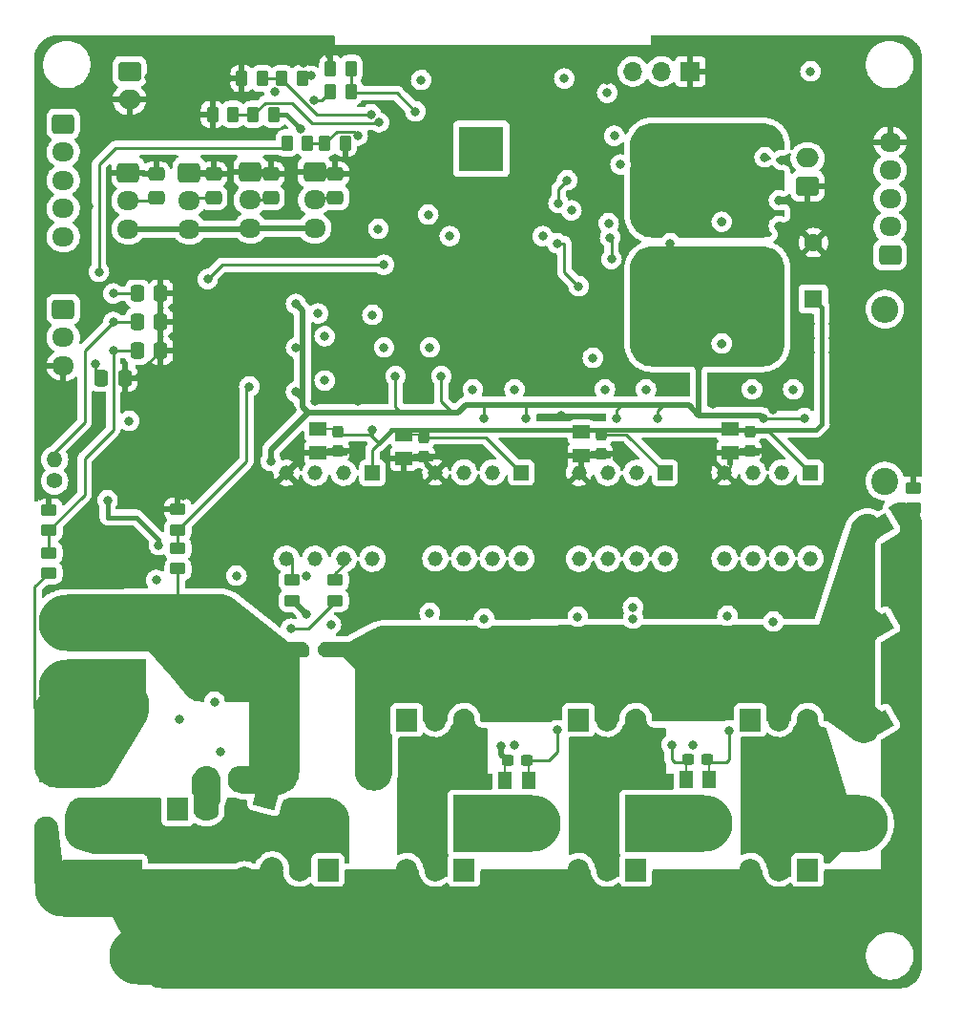
<source format=gbr>
%TF.GenerationSoftware,KiCad,Pcbnew,(6.0.7)*%
%TF.CreationDate,2022-12-27T00:24:06+11:00*%
%TF.ProjectId,esp32_esc,65737033-325f-4657-9363-2e6b69636164,rev?*%
%TF.SameCoordinates,Original*%
%TF.FileFunction,Copper,L4,Bot*%
%TF.FilePolarity,Positive*%
%FSLAX46Y46*%
G04 Gerber Fmt 4.6, Leading zero omitted, Abs format (unit mm)*
G04 Created by KiCad (PCBNEW (6.0.7)) date 2022-12-27 00:24:06*
%MOMM*%
%LPD*%
G01*
G04 APERTURE LIST*
G04 Aperture macros list*
%AMRoundRect*
0 Rectangle with rounded corners*
0 $1 Rounding radius*
0 $2 $3 $4 $5 $6 $7 $8 $9 X,Y pos of 4 corners*
0 Add a 4 corners polygon primitive as box body*
4,1,4,$2,$3,$4,$5,$6,$7,$8,$9,$2,$3,0*
0 Add four circle primitives for the rounded corners*
1,1,$1+$1,$2,$3*
1,1,$1+$1,$4,$5*
1,1,$1+$1,$6,$7*
1,1,$1+$1,$8,$9*
0 Add four rect primitives between the rounded corners*
20,1,$1+$1,$2,$3,$4,$5,0*
20,1,$1+$1,$4,$5,$6,$7,0*
20,1,$1+$1,$6,$7,$8,$9,0*
20,1,$1+$1,$8,$9,$2,$3,0*%
%AMRotRect*
0 Rectangle, with rotation*
0 The origin of the aperture is its center*
0 $1 length*
0 $2 width*
0 $3 Rotation angle, in degrees counterclockwise*
0 Add horizontal line*
21,1,$1,$2,0,0,$3*%
%AMFreePoly0*
4,1,32,7.000000,-2.500000,0.000000,-2.500000,0.000000,-2.495067,-0.156976,-2.495067,-0.468453,-2.455718,-0.772542,-2.377641,-1.064448,-2.262068,-1.339567,-2.110820,-1.593560,-1.926283,-1.822422,-1.711368,-2.022542,-1.469463,-2.190767,-1.204384,-2.324441,-0.920311,-2.421458,-0.621725,-2.480287,-0.313333,-2.500000,0.000000,-2.480287,0.313333,-2.421458,0.621725,-2.324441,0.920311,-2.190767,1.204384,
-2.022542,1.469463,-1.822422,1.711368,-1.593560,1.926283,-1.339567,2.110820,-1.064448,2.262068,-0.772542,2.377641,-0.468453,2.455718,-0.156976,2.495067,0.000000,2.495067,0.000000,2.500000,7.000000,2.500000,7.000000,-2.500000,7.000000,-2.500000,$1*%
%AMFreePoly1*
4,1,13,0.080902,2.058779,0.100000,2.000000,0.100000,0.725000,0.587500,0.725000,0.587500,-0.725000,-0.587500,-0.725000,-0.587500,0.725000,-0.100000,0.725000,-0.100000,2.000000,-0.080902,2.058779,-0.030902,2.095106,0.030902,2.095106,0.080902,2.058779,0.080902,2.058779,$1*%
G04 Aperture macros list end*
%TA.AperFunction,ComponentPad*%
%ADD10RotRect,2.000000X2.000000X255.000000*%
%TD*%
%TA.AperFunction,ComponentPad*%
%ADD11C,2.000000*%
%TD*%
%TA.AperFunction,ComponentPad*%
%ADD12R,1.600000X1.600000*%
%TD*%
%TA.AperFunction,ComponentPad*%
%ADD13C,1.600000*%
%TD*%
%TA.AperFunction,ComponentPad*%
%ADD14R,4.000000X4.000000*%
%TD*%
%TA.AperFunction,ComponentPad*%
%ADD15FreePoly0,0.000000*%
%TD*%
%TA.AperFunction,ComponentPad*%
%ADD16R,1.318000X1.318000*%
%TD*%
%TA.AperFunction,ComponentPad*%
%ADD17C,1.318000*%
%TD*%
%TA.AperFunction,ComponentPad*%
%ADD18RoundRect,0.250000X-0.750000X0.600000X-0.750000X-0.600000X0.750000X-0.600000X0.750000X0.600000X0*%
%TD*%
%TA.AperFunction,ComponentPad*%
%ADD19O,2.000000X1.700000*%
%TD*%
%TA.AperFunction,ComponentPad*%
%ADD20FreePoly0,180.000000*%
%TD*%
%TA.AperFunction,ComponentPad*%
%ADD21RoundRect,0.250000X-0.725000X0.600000X-0.725000X-0.600000X0.725000X-0.600000X0.725000X0.600000X0*%
%TD*%
%TA.AperFunction,ComponentPad*%
%ADD22O,1.950000X1.700000*%
%TD*%
%TA.AperFunction,ComponentPad*%
%ADD23R,1.700000X1.700000*%
%TD*%
%TA.AperFunction,ComponentPad*%
%ADD24O,1.700000X1.700000*%
%TD*%
%TA.AperFunction,ComponentPad*%
%ADD25RotRect,1.600000X1.600000X300.000000*%
%TD*%
%TA.AperFunction,ComponentPad*%
%ADD26RoundRect,0.250000X0.725000X-0.600000X0.725000X0.600000X-0.725000X0.600000X-0.725000X-0.600000X0*%
%TD*%
%TA.AperFunction,ComponentPad*%
%ADD27C,2.400000*%
%TD*%
%TA.AperFunction,ComponentPad*%
%ADD28O,2.400000X2.400000*%
%TD*%
%TA.AperFunction,ComponentPad*%
%ADD29C,1.400000*%
%TD*%
%TA.AperFunction,ComponentPad*%
%ADD30O,1.400000X1.400000*%
%TD*%
%TA.AperFunction,ComponentPad*%
%ADD31RoundRect,0.250000X0.750000X-0.600000X0.750000X0.600000X-0.750000X0.600000X-0.750000X-0.600000X0*%
%TD*%
%TA.AperFunction,SMDPad,CuDef*%
%ADD32RoundRect,0.250000X-0.450000X0.262500X-0.450000X-0.262500X0.450000X-0.262500X0.450000X0.262500X0*%
%TD*%
%TA.AperFunction,SMDPad,CuDef*%
%ADD33RoundRect,0.250000X-0.262500X-0.450000X0.262500X-0.450000X0.262500X0.450000X-0.262500X0.450000X0*%
%TD*%
%TA.AperFunction,ComponentPad*%
%ADD34R,1.905000X2.000000*%
%TD*%
%TA.AperFunction,ComponentPad*%
%ADD35O,1.905000X2.000000*%
%TD*%
%TA.AperFunction,SMDPad,CuDef*%
%ADD36RoundRect,0.250000X-0.475000X0.337500X-0.475000X-0.337500X0.475000X-0.337500X0.475000X0.337500X0*%
%TD*%
%TA.AperFunction,SMDPad,CuDef*%
%ADD37RoundRect,0.250000X0.337500X0.475000X-0.337500X0.475000X-0.337500X-0.475000X0.337500X-0.475000X0*%
%TD*%
%TA.AperFunction,ComponentPad*%
%ADD38C,3.000000*%
%TD*%
%TA.AperFunction,SMDPad,CuDef*%
%ADD39RoundRect,0.237500X-0.237500X0.300000X-0.237500X-0.300000X0.237500X-0.300000X0.237500X0.300000X0*%
%TD*%
%TA.AperFunction,SMDPad,CuDef*%
%ADD40FreePoly1,270.000000*%
%TD*%
%TA.AperFunction,SMDPad,CuDef*%
%ADD41RoundRect,0.250000X0.450000X-0.262500X0.450000X0.262500X-0.450000X0.262500X-0.450000X-0.262500X0*%
%TD*%
%TA.AperFunction,SMDPad,CuDef*%
%ADD42RoundRect,0.250000X0.262500X0.450000X-0.262500X0.450000X-0.262500X-0.450000X0.262500X-0.450000X0*%
%TD*%
%TA.AperFunction,SMDPad,CuDef*%
%ADD43RoundRect,0.237500X-0.300000X-0.237500X0.300000X-0.237500X0.300000X0.237500X-0.300000X0.237500X0*%
%TD*%
%TA.AperFunction,SMDPad,CuDef*%
%ADD44FreePoly1,0.000000*%
%TD*%
%TA.AperFunction,ViaPad*%
%ADD45C,0.800000*%
%TD*%
%TA.AperFunction,Conductor*%
%ADD46C,0.508000*%
%TD*%
%TA.AperFunction,Conductor*%
%ADD47C,0.254000*%
%TD*%
%TA.AperFunction,Conductor*%
%ADD48C,0.250000*%
%TD*%
%TA.AperFunction,Conductor*%
%ADD49C,0.381000*%
%TD*%
%TA.AperFunction,Conductor*%
%ADD50C,2.000000*%
%TD*%
G04 APERTURE END LIST*
D10*
%TO.P,C3,1*%
%TO.N,VBUS*%
X61214000Y-102362000D03*
D11*
%TO.P,C3,2*%
%TO.N,GNDPWR*%
X59272857Y-109606444D03*
%TD*%
D12*
%TO.P,C14,1*%
%TO.N,VSC*%
X41783000Y-100340349D03*
D13*
%TO.P,C14,2*%
%TO.N,GNDPWR*%
X41783000Y-105340349D03*
%TD*%
D14*
%TO.P,REF\u002A\u002A,1*%
%TO.N,N/C*%
X80264000Y-44958000D03*
%TD*%
D15*
%TO.P,J4,1,Pin_1*%
%TO.N,VSC*%
X43482500Y-92710000D03*
%TD*%
D16*
%TO.P,U7,1,VCC*%
%TO.N,RAW*%
X96560000Y-73687500D03*
D17*
%TO.P,U7,2,HIN*%
%TO.N,VH*%
X94020000Y-73687500D03*
%TO.P,U7,3,LIN*%
%TO.N,VL*%
X91480000Y-73687500D03*
%TO.P,U7,4,COM*%
%TO.N,GND*%
X88940000Y-73687500D03*
%TO.P,U7,5,LO*%
%TO.N,Net-(R19-Pad1)*%
X88940000Y-81307500D03*
%TO.P,U7,6,VS*%
%TO.N,Net-(C20-Pad2)*%
X91480000Y-81307500D03*
%TO.P,U7,7,HO*%
%TO.N,Net-(R14-Pad1)*%
X94020000Y-81307500D03*
%TO.P,U7,8,VB*%
%TO.N,VBS*%
X96560000Y-81307500D03*
%TD*%
D18*
%TO.P,J9,1,Pin_1*%
%TO.N,+3V3*%
X49068000Y-38100000D03*
D19*
%TO.P,J9,2,Pin_2*%
%TO.N,GND*%
X49068000Y-40600000D03*
%TD*%
D12*
%TO.P,C28,1*%
%TO.N,RAW*%
X109728000Y-58282651D03*
D13*
%TO.P,C28,2*%
%TO.N,GND*%
X109728000Y-53282651D03*
%TD*%
D20*
%TO.P,J8,1,Pin_1*%
%TO.N,Net-(C32-Pad2)*%
X113870500Y-104775000D03*
%TD*%
D21*
%TO.P,J10,1,Pin_1*%
%TO.N,GND*%
X59773000Y-46990000D03*
D22*
%TO.P,J10,2,Pin_2*%
%TO.N,brake1*%
X59773000Y-49490000D03*
%TO.P,J10,3,Pin_3*%
%TO.N,+5V*%
X59773000Y-51990000D03*
%TD*%
D23*
%TO.P,J17,1,Pin_1*%
%TO.N,GND*%
X98806000Y-38100000D03*
D24*
%TO.P,J17,2,Pin_2*%
%TO.N,Net-(J17-Pad2)*%
X96266000Y-38100000D03*
%TO.P,J17,3,Pin_3*%
%TO.N,Net-(J17-Pad3)*%
X93726000Y-38100000D03*
%TD*%
D20*
%TO.P,J3,1,Pin_1*%
%TO.N,Net-(J3-Pad1)*%
X84787500Y-104775000D03*
%TD*%
D15*
%TO.P,J5,1,Pin_1*%
%TO.N,GNDPWR*%
X43180000Y-110490000D03*
%TD*%
D25*
%TO.P,C4,1*%
%TO.N,VMOTOR*%
X115844000Y-78385273D03*
D13*
%TO.P,C4,2*%
%TO.N,GNDPWR*%
X118344000Y-82715400D03*
%TD*%
D21*
%TO.P,J14,1,Pin_1*%
%TO.N,GND*%
X65488000Y-46990000D03*
D22*
%TO.P,J14,2,Pin_2*%
%TO.N,boost*%
X65488000Y-49490000D03*
%TO.P,J14,3,Pin_3*%
%TO.N,+5V*%
X65488000Y-51990000D03*
%TD*%
D26*
%TO.P,J12,1,Pin_1*%
%TO.N,hallC*%
X116540000Y-54356000D03*
D22*
%TO.P,J12,2,Pin_2*%
%TO.N,hallB*%
X116540000Y-51856000D03*
%TO.P,J12,3,Pin_3*%
%TO.N,hallA*%
X116540000Y-49356000D03*
%TO.P,J12,4,Pin_4*%
%TO.N,+5V*%
X116540000Y-46856000D03*
%TO.P,J12,5,Pin_5*%
%TO.N,GND*%
X116540000Y-44356000D03*
%TD*%
D27*
%TO.P,R1,1*%
%TO.N,Net-(D1-Pad2)*%
X116078000Y-74422000D03*
D28*
%TO.P,R1,2*%
%TO.N,RAW*%
X116078000Y-59182000D03*
%TD*%
D16*
%TO.P,U1,1,VCC*%
%TO.N,RAW*%
X83820000Y-73660000D03*
D17*
%TO.P,U1,2,HIN*%
%TO.N,UH*%
X81280000Y-73660000D03*
%TO.P,U1,3,LIN*%
%TO.N,UL*%
X78740000Y-73660000D03*
%TO.P,U1,4,COM*%
%TO.N,GND*%
X76200000Y-73660000D03*
%TO.P,U1,5,LO*%
%TO.N,Net-(R10-Pad1)*%
X76200000Y-81280000D03*
%TO.P,U1,6,VS*%
%TO.N,Net-(C10-Pad2)*%
X78740000Y-81280000D03*
%TO.P,U1,7,HO*%
%TO.N,Net-(R8-Pad1)*%
X81280000Y-81280000D03*
%TO.P,U1,8,VB*%
%TO.N,UBS*%
X83820000Y-81280000D03*
%TD*%
D15*
%TO.P,J2,1,Pin_1*%
%TO.N,GNDPWR*%
X49762500Y-116500000D03*
%TD*%
D21*
%TO.P,J11,1,Pin_1*%
%TO.N,GND*%
X48943000Y-47070000D03*
D22*
%TO.P,J11,2,Pin_2*%
%TO.N,throttle*%
X48943000Y-49570000D03*
%TO.P,J11,3,Pin_3*%
%TO.N,+5V*%
X48943000Y-52070000D03*
%TD*%
D20*
%TO.P,J6,1,Pin_1*%
%TO.N,Net-(J6-Pad1)*%
X100027500Y-104775000D03*
%TD*%
D16*
%TO.P,U11,1,VCC*%
%TO.N,RAW*%
X109474000Y-73660000D03*
D17*
%TO.P,U11,2,HIN*%
%TO.N,WH*%
X106934000Y-73660000D03*
%TO.P,U11,3,LIN*%
%TO.N,WL*%
X104394000Y-73660000D03*
%TO.P,U11,4,COM*%
%TO.N,GND*%
X101854000Y-73660000D03*
%TO.P,U11,5,LO*%
%TO.N,Net-(R29-Pad1)*%
X101854000Y-81280000D03*
%TO.P,U11,6,VS*%
%TO.N,Net-(C32-Pad2)*%
X104394000Y-81280000D03*
%TO.P,U11,7,HO*%
%TO.N,Net-(R26-Pad1)*%
X106934000Y-81280000D03*
%TO.P,U11,8,VB*%
%TO.N,WBS*%
X109474000Y-81280000D03*
%TD*%
D25*
%TO.P,C43,1*%
%TO.N,VMOTOR*%
X115844000Y-87115642D03*
D13*
%TO.P,C43,2*%
%TO.N,GNDPWR*%
X118344000Y-91445769D03*
%TD*%
D21*
%TO.P,J16,1,Pin_1*%
%TO.N,TX_forbms*%
X43180000Y-59190000D03*
D22*
%TO.P,J16,2,Pin_2*%
%TO.N,RX_forbms*%
X43180000Y-61690000D03*
%TO.P,J16,3,Pin_3*%
%TO.N,GND*%
X43180000Y-64190000D03*
%TD*%
D29*
%TO.P,TH1,1*%
%TO.N,+5V*%
X42418000Y-74406000D03*
D30*
%TO.P,TH1,2*%
%TO.N,Tsense*%
X42418000Y-72506000D03*
%TD*%
D15*
%TO.P,J1,1,Pin_1*%
%TO.N,VBUS*%
X43482500Y-86995000D03*
%TD*%
D16*
%TO.P,U3,1,VCC*%
%TO.N,RAW*%
X70612000Y-73687500D03*
D17*
%TO.P,U3,2,HIN*%
%TO.N,SR*%
X68072000Y-73687500D03*
%TO.P,U3,3,LIN*%
%TO.N,SW*%
X65532000Y-73687500D03*
%TO.P,U3,4,COM*%
%TO.N,GND*%
X62992000Y-73687500D03*
%TO.P,U3,5,LO*%
%TO.N,Net-(R11-Pad1)*%
X62992000Y-81307500D03*
%TO.P,U3,6,VS*%
%TO.N,Vs*%
X65532000Y-81307500D03*
%TO.P,U3,7,HO*%
%TO.N,Net-(R9-Pad1)*%
X68072000Y-81307500D03*
%TO.P,U3,8,VB*%
%TO.N,cp*%
X70612000Y-81307500D03*
%TD*%
D21*
%TO.P,J15,1,Pin_1*%
%TO.N,BLK*%
X43180000Y-42752000D03*
D22*
%TO.P,J15,2,Pin_2*%
%TO.N,CS*%
X43180000Y-45252000D03*
%TO.P,J15,3,Pin_3*%
%TO.N,DC*%
X43180000Y-47752000D03*
%TO.P,J15,4,Pin_4*%
%TO.N,SDA*%
X43180000Y-50252000D03*
%TO.P,J15,5,Pin_5*%
%TO.N,SCL*%
X43180000Y-52752000D03*
%TD*%
D31*
%TO.P,J7,1,Pin_1*%
%TO.N,GND*%
X109220000Y-48260000D03*
D19*
%TO.P,J7,2,Pin_2*%
%TO.N,RAW*%
X109220000Y-45760000D03*
%TD*%
D25*
%TO.P,C5,1*%
%TO.N,VMOTOR*%
X115844000Y-95751642D03*
D13*
%TO.P,C5,2*%
%TO.N,GNDPWR*%
X118344000Y-100081769D03*
%TD*%
D21*
%TO.P,J13,1,Pin_1*%
%TO.N,GND*%
X54358000Y-47070000D03*
D22*
%TO.P,J13,2,Pin_2*%
%TO.N,brake2*%
X54358000Y-49570000D03*
%TO.P,J13,3,Pin_3*%
%TO.N,+5V*%
X54358000Y-52070000D03*
%TD*%
D32*
%TO.P,R9,1*%
%TO.N,Net-(R9-Pad1)*%
X67310000Y-83185000D03*
%TO.P,R9,2*%
%TO.N,Net-(Q2-Pad1)*%
X67310000Y-85010000D03*
%TD*%
D33*
%TO.P,R20,1*%
%TO.N,GND*%
X66905500Y-37846000D03*
%TO.P,R20,2*%
%TO.N,Net-(R16-Pad1)*%
X68730500Y-37846000D03*
%TD*%
D34*
%TO.P,Q8,1,G*%
%TO.N,Net-(Q8-Pad1)*%
X104140000Y-95590000D03*
D35*
%TO.P,Q8,2,D*%
%TO.N,VMOTOR*%
X106680000Y-95590000D03*
%TO.P,Q8,3,S*%
%TO.N,Net-(C32-Pad2)*%
X109220000Y-95590000D03*
%TD*%
D36*
%TO.P,C21,1*%
%TO.N,GND*%
X67310000Y-47222500D03*
%TO.P,C21,2*%
%TO.N,boost*%
X67310000Y-49297500D03*
%TD*%
D37*
%TO.P,C25,1*%
%TO.N,GND*%
X51837500Y-62865000D03*
%TO.P,C25,2*%
%TO.N,Net-(C25-Pad2)*%
X49762500Y-62865000D03*
%TD*%
D32*
%TO.P,R18,1*%
%TO.N,GND*%
X53340000Y-76915000D03*
%TO.P,R18,2*%
%TO.N,Net-(C24-Pad2)*%
X53340000Y-78740000D03*
%TD*%
D34*
%TO.P,Q9,1,G*%
%TO.N,Net-(Q9-Pad1)*%
X109220000Y-108880000D03*
D35*
%TO.P,Q9,2,D*%
%TO.N,Net-(C32-Pad2)*%
X106680000Y-108880000D03*
%TO.P,Q9,3,S*%
%TO.N,GNDPWR*%
X104140000Y-108880000D03*
%TD*%
D33*
%TO.P,R4,1*%
%TO.N,GND*%
X56411500Y-41910000D03*
%TO.P,R4,2*%
%TO.N,Net-(R3-Pad2)*%
X58236500Y-41910000D03*
%TD*%
D36*
%TO.P,C17,1*%
%TO.N,GND*%
X56515000Y-47222500D03*
%TO.P,C17,2*%
%TO.N,brake2*%
X56515000Y-49297500D03*
%TD*%
D32*
%TO.P,R21,1*%
%TO.N,GND*%
X41910000Y-76960000D03*
%TO.P,R21,2*%
%TO.N,Net-(C25-Pad2)*%
X41910000Y-78785000D03*
%TD*%
D34*
%TO.P,Q5,1,G*%
%TO.N,Net-(Q5-Pad1)*%
X88900000Y-95590000D03*
D35*
%TO.P,Q5,2,D*%
%TO.N,VMOTOR*%
X91440000Y-95590000D03*
%TO.P,Q5,3,S*%
%TO.N,Net-(C20-Pad2)*%
X93980000Y-95590000D03*
%TD*%
D38*
%TO.P,L1,1,1*%
%TO.N,VSC*%
X45212000Y-98558000D03*
%TO.P,L1,2,2*%
%TO.N,Vs*%
X45212000Y-105658000D03*
%TD*%
D39*
%TO.P,C9,1*%
%TO.N,RAW*%
X67562000Y-70025000D03*
D40*
X65784000Y-69828500D03*
D39*
%TO.P,C9,2*%
%TO.N,GND*%
X67562000Y-71750000D03*
D40*
X65784000Y-71903500D03*
%TD*%
D32*
%TO.P,R15,1*%
%TO.N,Net-(C24-Pad2)*%
X53340000Y-80367500D03*
%TO.P,R15,2*%
%TO.N,VBUS*%
X53340000Y-82192500D03*
%TD*%
D37*
%TO.P,C24,1*%
%TO.N,GND*%
X51837500Y-57785000D03*
%TO.P,C24,2*%
%TO.N,Net-(C24-Pad2)*%
X49762500Y-57785000D03*
%TD*%
D41*
%TO.P,R27,1*%
%TO.N,GNDPWR*%
X118618000Y-76858500D03*
%TO.P,R27,2*%
%TO.N,GND*%
X118618000Y-75033500D03*
%TD*%
D39*
%TO.P,C16,1*%
%TO.N,RAW*%
X90930000Y-70279000D03*
D40*
X89152000Y-70082500D03*
D39*
%TO.P,C16,2*%
%TO.N,GND*%
X90930000Y-72004000D03*
D40*
X89152000Y-72157500D03*
%TD*%
D36*
%TO.P,C19,1*%
%TO.N,GND*%
X51435000Y-47222500D03*
%TO.P,C19,2*%
%TO.N,throttle*%
X51435000Y-49297500D03*
%TD*%
D34*
%TO.P,Q4,1,G*%
%TO.N,Net-(Q4-Pad1)*%
X66675000Y-108880000D03*
D35*
%TO.P,Q4,2,D*%
%TO.N,Vs*%
X64135000Y-108880000D03*
%TO.P,Q4,3,S*%
%TO.N,GNDPWR*%
X61595000Y-108880000D03*
%TD*%
D42*
%TO.P,R12,1*%
%TO.N,Net-(R12-Pad1)*%
X64862500Y-44450000D03*
%TO.P,R12,2*%
%TO.N,Net-(R12-Pad2)*%
X63037500Y-44450000D03*
%TD*%
%TO.P,R2,1*%
%TO.N,I_Vsense*%
X64412500Y-38735000D03*
%TO.P,R2,2*%
%TO.N,Net-(R2-Pad2)*%
X62587500Y-38735000D03*
%TD*%
D37*
%TO.P,C36,1*%
%TO.N,GND*%
X51837500Y-60325000D03*
%TO.P,C36,2*%
%TO.N,Tsense*%
X49762500Y-60325000D03*
%TD*%
D43*
%TO.P,C8,1*%
%TO.N,+5V*%
X82576500Y-99187000D03*
D44*
X82380000Y-100965000D03*
D43*
%TO.P,C8,2*%
%TO.N,GND*%
X84301500Y-99187000D03*
D44*
X84455000Y-100965000D03*
%TD*%
D34*
%TO.P,Q3,1,G*%
%TO.N,Net-(Q3-Pad1)*%
X78740000Y-108880000D03*
D35*
%TO.P,Q3,2,D*%
%TO.N,Net-(C10-Pad2)*%
X76200000Y-108880000D03*
%TO.P,Q3,3,S*%
%TO.N,GNDPWR*%
X73660000Y-108880000D03*
%TD*%
D32*
%TO.P,R11,1*%
%TO.N,Net-(R11-Pad1)*%
X63500000Y-83185000D03*
%TO.P,R11,2*%
%TO.N,Net-(Q4-Pad1)*%
X63500000Y-85010000D03*
%TD*%
%TO.P,R17,1*%
%TO.N,Net-(C25-Pad2)*%
X41910000Y-80770000D03*
%TO.P,R17,2*%
%TO.N,VSC*%
X41910000Y-82595000D03*
%TD*%
D39*
%TO.P,C30,1*%
%TO.N,RAW*%
X75182000Y-70533000D03*
D40*
X73404000Y-70336500D03*
D39*
%TO.P,C30,2*%
%TO.N,GND*%
X75182000Y-72258000D03*
D40*
X73404000Y-72411500D03*
%TD*%
D34*
%TO.P,Q2,1,G*%
%TO.N,Net-(Q2-Pad1)*%
X53340000Y-103505000D03*
D35*
%TO.P,Q2,2,D*%
%TO.N,Net-(Q2-Pad2)*%
X55880000Y-103505000D03*
%TO.P,Q2,3,S*%
%TO.N,Vs*%
X58420000Y-103505000D03*
%TD*%
D37*
%TO.P,C27,1*%
%TO.N,GND*%
X48662500Y-65278000D03*
%TO.P,C27,2*%
%TO.N,I_totsense*%
X46587500Y-65278000D03*
%TD*%
D42*
%TO.P,R3,1*%
%TO.N,I_Usense*%
X61872500Y-41910000D03*
%TO.P,R3,2*%
%TO.N,Net-(R3-Pad2)*%
X60047500Y-41910000D03*
%TD*%
D39*
%TO.P,C7,1*%
%TO.N,RAW*%
X104138000Y-70025000D03*
D40*
X102360000Y-69828500D03*
D39*
%TO.P,C7,2*%
%TO.N,GND*%
X104138000Y-71750000D03*
D40*
X102360000Y-71903500D03*
%TD*%
D42*
%TO.P,R13,1*%
%TO.N,GND*%
X68222500Y-44450000D03*
%TO.P,R13,2*%
%TO.N,Net-(R12-Pad1)*%
X66397500Y-44450000D03*
%TD*%
D34*
%TO.P,Q1,1,G*%
%TO.N,Net-(Q1-Pad1)*%
X73660000Y-95590000D03*
D35*
%TO.P,Q1,2,D*%
%TO.N,VMOTOR*%
X76200000Y-95590000D03*
%TO.P,Q1,3,S*%
%TO.N,Net-(C10-Pad2)*%
X78740000Y-95590000D03*
%TD*%
D42*
%TO.P,R16,1*%
%TO.N,Net-(R16-Pad1)*%
X68730500Y-39878000D03*
%TO.P,R16,2*%
%TO.N,I_Bsense*%
X66905500Y-39878000D03*
%TD*%
D43*
%TO.P,C18,1*%
%TO.N,+5V*%
X98605000Y-99060000D03*
D44*
X98408500Y-100838000D03*
D43*
%TO.P,C18,2*%
%TO.N,GND*%
X100330000Y-99060000D03*
D44*
X100483500Y-100838000D03*
%TD*%
D33*
%TO.P,R5,1*%
%TO.N,GND*%
X59031500Y-38735000D03*
%TO.P,R5,2*%
%TO.N,Net-(R2-Pad2)*%
X60856500Y-38735000D03*
%TD*%
D36*
%TO.P,C15,1*%
%TO.N,GND*%
X61595000Y-47222500D03*
%TO.P,C15,2*%
%TO.N,brake1*%
X61595000Y-49297500D03*
%TD*%
D34*
%TO.P,Q6,1,G*%
%TO.N,Net-(Q6-Pad1)*%
X93980000Y-108880000D03*
D35*
%TO.P,Q6,2,D*%
%TO.N,Net-(C20-Pad2)*%
X91440000Y-108880000D03*
%TO.P,Q6,3,S*%
%TO.N,GNDPWR*%
X88900000Y-108880000D03*
%TD*%
D45*
%TO.N,+5V*%
X100584000Y-58674000D03*
X105303750Y-68834000D03*
X84233000Y-68826000D03*
X92256000Y-68834000D03*
X108960750Y-68834000D03*
X96266000Y-57150000D03*
X99314000Y-58674000D03*
X53467000Y-95504000D03*
X80534000Y-68834000D03*
X106500000Y-61500000D03*
X97155000Y-97790000D03*
X98806000Y-56388000D03*
X97028000Y-53340000D03*
X82042000Y-97917000D03*
X63837000Y-62595000D03*
X99314000Y-57404000D03*
X72663000Y-65116500D03*
X99568000Y-64297500D03*
X63825250Y-58720250D03*
X106500000Y-60000000D03*
X63837000Y-66516000D03*
X76727000Y-65116500D03*
X100584000Y-60706000D03*
X95901000Y-68834000D03*
X61595000Y-72644000D03*
X58547000Y-82804000D03*
X99314000Y-61976000D03*
X99314000Y-60706000D03*
%TO.N,GND*%
X45466000Y-50038000D03*
X74676000Y-47752000D03*
X100076000Y-39878000D03*
X60960000Y-78740000D03*
X94488000Y-41656000D03*
X83820000Y-77216000D03*
X82804000Y-40386000D03*
X88011000Y-37338000D03*
X49530000Y-43688000D03*
X83820000Y-39370000D03*
X53848000Y-75692000D03*
X101600000Y-62230000D03*
X44958000Y-45720000D03*
X50800000Y-38608000D03*
X59944000Y-56388000D03*
X63000000Y-76000000D03*
X57150000Y-83185000D03*
X86995000Y-96497500D03*
X105410000Y-39878000D03*
X44958000Y-43688000D03*
X77724000Y-63246000D03*
X106934000Y-45974000D03*
X86360000Y-65278000D03*
X83820000Y-78740000D03*
X87376000Y-68580000D03*
X82804000Y-51816000D03*
X100838000Y-67564000D03*
X70612000Y-45466000D03*
X91440000Y-38862000D03*
X61468000Y-43688000D03*
X57785000Y-38735000D03*
X102235000Y-96520000D03*
X109474000Y-62992000D03*
X106172000Y-68072000D03*
X64516000Y-37338000D03*
X51837500Y-62865000D03*
X109474000Y-60452000D03*
X63500000Y-68072000D03*
X69342000Y-67310000D03*
X78740000Y-56896000D03*
X77216000Y-56896000D03*
X43688000Y-78740000D03*
X111506000Y-60452000D03*
X105410000Y-41656000D03*
X75692000Y-56896000D03*
X75184000Y-79756000D03*
X84836000Y-45720000D03*
X53848000Y-68072000D03*
X74676000Y-37592000D03*
X63000000Y-78000000D03*
X77216000Y-49784000D03*
X75184000Y-78232000D03*
X71628000Y-75692000D03*
X109474000Y-61722000D03*
X86360000Y-42672000D03*
X111506000Y-61722000D03*
X50546000Y-55880000D03*
X105410000Y-45720000D03*
X66802000Y-36576000D03*
X85344000Y-57404000D03*
X100076000Y-41402000D03*
X70358000Y-65024000D03*
X43688000Y-69088000D03*
X83820000Y-62484000D03*
X60452000Y-63500000D03*
X50800000Y-68072000D03*
X84836000Y-47244000D03*
X75184000Y-59944000D03*
X65532000Y-67310000D03*
X71628000Y-77724000D03*
X51054000Y-65532000D03*
X106680000Y-51816000D03*
X86360000Y-75184000D03*
X79248000Y-41148000D03*
X71628000Y-76708000D03*
X57150000Y-98425000D03*
X83820000Y-75692000D03*
X43688000Y-83312000D03*
X87884000Y-59944000D03*
X88900000Y-65278000D03*
X58420000Y-71628000D03*
X84836000Y-38354000D03*
X41148000Y-75692000D03*
X87376000Y-71120000D03*
X75184000Y-76708000D03*
X78994000Y-86360000D03*
X100838000Y-86106000D03*
X114300000Y-42545000D03*
X96012000Y-39878000D03*
X101600000Y-51435000D03*
X74676000Y-46482000D03*
X106680000Y-49530000D03*
X111506000Y-62992000D03*
X64008000Y-54102000D03*
X50800000Y-42164000D03*
X51816000Y-81788000D03*
X63000000Y-77000000D03*
X54864000Y-43688000D03*
%TO.N,RAW*%
X70612000Y-69850000D03*
%TO.N,Vs*%
X51435000Y-83185000D03*
%TO.N,hallC*%
X91440000Y-40005000D03*
%TO.N,hallB*%
X92075000Y-43815000D03*
%TO.N,hallA*%
X92618500Y-46355000D03*
%TO.N,Net-(Q4-Pad1)*%
X64770000Y-86233000D03*
X66929000Y-87122000D03*
%TO.N,Net-(Q5-Pad1)*%
X93726000Y-86614000D03*
%TO.N,Net-(Q6-Pad1)*%
X88823615Y-86436385D03*
%TO.N,Net-(Q8-Pad1)*%
X106172000Y-86868000D03*
%TO.N,Net-(Q9-Pad1)*%
X102108000Y-86360000D03*
%TO.N,+3V3*%
X75711000Y-62576500D03*
X94885000Y-66294000D03*
X98044000Y-46228000D03*
X66377000Y-65500000D03*
X66377000Y-61579000D03*
X74930000Y-38862000D03*
X104287750Y-66294000D03*
X71647000Y-62576500D03*
X79518000Y-66294000D03*
X91240000Y-66294000D03*
X109474000Y-38100000D03*
X99060000Y-50292000D03*
X65786000Y-59563000D03*
X83217000Y-66286000D03*
X99060000Y-48768000D03*
X61942904Y-39943719D03*
X96266000Y-46228000D03*
X107944750Y-66294000D03*
X95250000Y-52324000D03*
X101092000Y-48260000D03*
%TO.N,I_totsense*%
X64790767Y-82800999D03*
X46000000Y-64000000D03*
%TO.N,I_Usense*%
X83185000Y-97790000D03*
X64262000Y-43180000D03*
%TO.N,I_Vsense*%
X65159287Y-38489288D03*
X99060000Y-97790000D03*
%TO.N,Net-(Q2-Pad1)*%
X63373000Y-87503000D03*
%TO.N,Net-(C23-Pad2)*%
X51655129Y-80103129D03*
X47113750Y-76116250D03*
%TO.N,I_Bsense*%
X56604500Y-93980000D03*
X65445118Y-40679412D03*
%TO.N,SCL*%
X75565000Y-50800000D03*
%TO.N,SDA*%
X77470000Y-52705000D03*
%TO.N,CS*%
X85725000Y-52705000D03*
%TO.N,RX_forbms*%
X91567000Y-51562000D03*
%TO.N,TX_forbms*%
X88265000Y-50419000D03*
%TO.N,Net-(C24-Pad2)*%
X59690000Y-66040000D03*
X47625000Y-57785000D03*
%TO.N,Net-(C25-Pad2)*%
X47625000Y-62865000D03*
%TO.N,Tsense*%
X47625000Y-60325000D03*
%TO.N,DC*%
X71628000Y-55245500D03*
X56007000Y-56515000D03*
%TO.N,/3V3to5V1/LIN*%
X88900000Y-57150000D03*
X86995000Y-53340000D03*
%TO.N,/3V3to5V2/LIN*%
X91694000Y-52832000D03*
X91821000Y-54737000D03*
%TO.N,/3V3to5V4/LIN*%
X87884000Y-47752000D03*
X87122000Y-49784000D03*
%TO.N,/3V3to5V5/LIN*%
X87630000Y-38735000D03*
X90170000Y-63500000D03*
%TO.N,Net-(Q1-Pad1)*%
X80518000Y-86614000D03*
%TO.N,Net-(R3-Pad2)*%
X71191755Y-42616755D03*
%TO.N,Net-(R12-Pad1)*%
X69308469Y-43791313D03*
%TO.N,Net-(R12-Pad2)*%
X46355000Y-55880000D03*
%TO.N,Net-(Q3-Pad1)*%
X75692000Y-86106000D03*
%TO.N,Net-(R2-Pad2)*%
X70485000Y-41910000D03*
%TO.N,Net-(R16-Pad1)*%
X74422000Y-41656000D03*
%TO.N,/3V3to5V9/LIN*%
X71125714Y-52064286D03*
X70612000Y-59690000D03*
%TO.N,GNDPWR*%
X49022000Y-69088000D03*
%TO.N,Net-(C20-Pad2)*%
X93726000Y-85598000D03*
%TD*%
D46*
%TO.N,+5V*%
X96393000Y-67691000D02*
X92710000Y-67691000D01*
D47*
X76727000Y-67329000D02*
X77724000Y-68326000D01*
D46*
X99568000Y-68580000D02*
X98679000Y-67691000D01*
X78232000Y-68326000D02*
X77724000Y-68326000D01*
X99568000Y-64297500D02*
X99568000Y-68580000D01*
X64389000Y-67818000D02*
X64389000Y-67068000D01*
X84201000Y-67691000D02*
X83312000Y-67691000D01*
X105049750Y-68580000D02*
X105303750Y-68834000D01*
D47*
X76727000Y-65116500D02*
X76727000Y-67329000D01*
D46*
X64897000Y-68326000D02*
X64389000Y-67818000D01*
D47*
X95901000Y-68834000D02*
X95901000Y-68183000D01*
D46*
X80391000Y-67691000D02*
X78867000Y-67691000D01*
X99568000Y-68580000D02*
X105049750Y-68580000D01*
X59773000Y-51990000D02*
X65488000Y-51990000D01*
D47*
X95901000Y-68183000D02*
X96393000Y-67691000D01*
D46*
X77724000Y-68326000D02*
X73152000Y-68326000D01*
X54358000Y-52070000D02*
X59693000Y-52070000D01*
D47*
X92256000Y-68145000D02*
X92710000Y-67691000D01*
D46*
X83312000Y-67691000D02*
X80391000Y-67691000D01*
X61595000Y-72644000D02*
X61595000Y-71628000D01*
X48943000Y-52070000D02*
X54358000Y-52070000D01*
X64389000Y-67068000D02*
X64389000Y-62611000D01*
X63853000Y-62611000D02*
X63837000Y-62595000D01*
D47*
X80534000Y-67834000D02*
X80391000Y-67691000D01*
D46*
X64389000Y-59284000D02*
X63825250Y-58720250D01*
D47*
X92256000Y-68834000D02*
X92256000Y-68145000D01*
D46*
X64389000Y-62611000D02*
X63853000Y-62611000D01*
X98679000Y-67691000D02*
X96393000Y-67691000D01*
X82042000Y-97917000D02*
X82042000Y-98652500D01*
X64389000Y-67068000D02*
X63837000Y-66516000D01*
X61595000Y-71628000D02*
X64897000Y-68326000D01*
D47*
X72663000Y-65116500D02*
X72663000Y-67837000D01*
D46*
X78867000Y-67691000D02*
X78232000Y-68326000D01*
D48*
X98219000Y-99316000D02*
X97411000Y-99316000D01*
D47*
X108960750Y-68834000D02*
X105303750Y-68834000D01*
X80534000Y-68588000D02*
X80534000Y-67834000D01*
X84233000Y-67723000D02*
X84201000Y-67691000D01*
D48*
X97155000Y-99060000D02*
X97155000Y-97790000D01*
D46*
X92710000Y-67691000D02*
X84201000Y-67691000D01*
X64389000Y-62611000D02*
X64389000Y-59284000D01*
D47*
X72663000Y-67837000D02*
X73152000Y-68326000D01*
D48*
X97411000Y-99316000D02*
X97155000Y-99060000D01*
D46*
X73152000Y-68326000D02*
X64897000Y-68326000D01*
D47*
X84233000Y-68580000D02*
X84233000Y-67723000D01*
D46*
X82042000Y-98652500D02*
X82576500Y-99187000D01*
D48*
%TO.N,GND*%
X59773000Y-46990000D02*
X61362500Y-46990000D01*
D47*
X51837500Y-57785000D02*
X51837500Y-60325000D01*
D48*
X101979000Y-99316000D02*
X102235000Y-99060000D01*
X99944000Y-99316000D02*
X101979000Y-99316000D01*
D47*
X51837500Y-60325000D02*
X51837500Y-62865000D01*
D48*
X49095500Y-47222500D02*
X51435000Y-47222500D01*
X84301500Y-99187000D02*
X86233000Y-99187000D01*
X65488000Y-46990000D02*
X67077500Y-46990000D01*
X102235000Y-99060000D02*
X102235000Y-96520000D01*
D47*
X66802000Y-36576000D02*
X66905500Y-36679500D01*
D48*
X86233000Y-99187000D02*
X86995000Y-98425000D01*
D47*
X102360000Y-73154000D02*
X101854000Y-73660000D01*
X49424500Y-65278000D02*
X51837500Y-62865000D01*
X66905500Y-36679500D02*
X66905500Y-38100000D01*
X48662500Y-65278000D02*
X49424500Y-65278000D01*
X50800000Y-65278000D02*
X51054000Y-65532000D01*
X89152000Y-72157500D02*
X89152000Y-73475500D01*
X75182000Y-72642000D02*
X76200000Y-73660000D01*
D48*
X54358000Y-47070000D02*
X56362500Y-47070000D01*
D47*
X102360000Y-71903500D02*
X102360000Y-73154000D01*
D48*
X86995000Y-98425000D02*
X86995000Y-96497500D01*
D47*
X49424500Y-65278000D02*
X50800000Y-65278000D01*
D48*
%TO.N,RAW*%
X93151500Y-70279000D02*
X90930000Y-70279000D01*
D47*
X67308000Y-70279000D02*
X70359000Y-70279000D01*
D49*
X75692000Y-69850000D02*
X72326500Y-69850000D01*
D48*
X96560000Y-73687500D02*
X93151500Y-70279000D01*
D47*
X71160000Y-71080000D02*
X70612000Y-71628000D01*
X75182000Y-70360000D02*
X75692000Y-69850000D01*
X105839000Y-70025000D02*
X109474000Y-73660000D01*
D49*
X109982000Y-69850000D02*
X75692000Y-69850000D01*
D47*
X70652000Y-70572000D02*
X71160000Y-71080000D01*
X70652000Y-70572000D02*
X70612000Y-70532000D01*
X70612000Y-70532000D02*
X70612000Y-69850000D01*
X70359000Y-70279000D02*
X70652000Y-70572000D01*
D49*
X110490000Y-59044651D02*
X110490000Y-69342000D01*
X109728000Y-58282651D02*
X110490000Y-59044651D01*
D47*
X80693000Y-70533000D02*
X75182000Y-70533000D01*
X83820000Y-73660000D02*
X80693000Y-70533000D01*
D49*
X72390000Y-69850000D02*
X71160000Y-71080000D01*
D47*
X70612000Y-71628000D02*
X70612000Y-73687500D01*
D49*
X110490000Y-69342000D02*
X109982000Y-69850000D01*
D47*
X104138000Y-70025000D02*
X105839000Y-70025000D01*
D48*
%TO.N,VBUS*%
X53340000Y-82192500D02*
X53340000Y-85725000D01*
D46*
%TO.N,Net-(Q4-Pad1)*%
X63547000Y-85010000D02*
X64770000Y-86233000D01*
D47*
%TO.N,I_totsense*%
X46000000Y-64690500D02*
X46587500Y-65278000D01*
X46000000Y-64000000D02*
X46000000Y-64690500D01*
D48*
%TO.N,throttle*%
X51162500Y-49570000D02*
X48943000Y-49570000D01*
%TO.N,boost*%
X67310000Y-49297500D02*
X65680500Y-49297500D01*
%TO.N,brake1*%
X59773000Y-49490000D02*
X61402500Y-49490000D01*
%TO.N,brake2*%
X56515000Y-49297500D02*
X54630500Y-49297500D01*
D49*
%TO.N,I_Usense*%
X64262000Y-43180000D02*
X62992000Y-41910000D01*
X62992000Y-41910000D02*
X61872500Y-41910000D01*
%TO.N,I_Vsense*%
X65159287Y-38489288D02*
X64658212Y-38489288D01*
D47*
%TO.N,Net-(Q2-Pad1)*%
X64897000Y-87503000D02*
X67310000Y-85090000D01*
X63373000Y-87503000D02*
X64897000Y-87503000D01*
D49*
%TO.N,Net-(C23-Pad2)*%
X47113750Y-77640250D02*
X47113750Y-76116250D01*
X49653750Y-77640250D02*
X47113750Y-77640250D01*
X51655129Y-80103129D02*
X51655129Y-79641629D01*
X51655129Y-79641629D02*
X49653750Y-77640250D01*
D48*
%TO.N,I_Bsense*%
X66104088Y-40679412D02*
X66397500Y-40386000D01*
X65445118Y-40679412D02*
X66104088Y-40679412D01*
X66397500Y-40386000D02*
X66905500Y-40386000D01*
%TO.N,Net-(C24-Pad2)*%
X49762500Y-57785000D02*
X47625000Y-57785000D01*
X59690000Y-66040000D02*
X59436000Y-66294000D01*
X59436000Y-72644000D02*
X53340000Y-78740000D01*
X53340000Y-80367500D02*
X53340000Y-78740000D01*
X59436000Y-66294000D02*
X59436000Y-72644000D01*
%TO.N,Net-(C25-Pad2)*%
X45085000Y-75610000D02*
X45085000Y-72390000D01*
X45085000Y-72390000D02*
X47625000Y-69850000D01*
X49762500Y-62865000D02*
X47625000Y-62865000D01*
X41910000Y-78785000D02*
X45085000Y-75610000D01*
X47625000Y-69850000D02*
X47625000Y-62865000D01*
X41910000Y-80770000D02*
X41910000Y-78785000D01*
%TO.N,VSC*%
X40657500Y-83802500D02*
X40657500Y-94505500D01*
X40657500Y-94505500D02*
X44831000Y-98679000D01*
X41865000Y-82595000D02*
X40657500Y-83802500D01*
%TO.N,Tsense*%
X45085000Y-69215000D02*
X45085000Y-62865000D01*
X49762500Y-60325000D02*
X47625000Y-60325000D01*
X45085000Y-62865000D02*
X47625000Y-60325000D01*
X41910000Y-72390000D02*
X45085000Y-69215000D01*
D47*
%TO.N,DC*%
X71627500Y-55245000D02*
X57277000Y-55245000D01*
X71628000Y-55245500D02*
X71627500Y-55245000D01*
X57277000Y-55245000D02*
X56007000Y-56515000D01*
%TO.N,/3V3to5V1/LIN*%
X88900000Y-57150000D02*
X87630000Y-55880000D01*
X87630000Y-55880000D02*
X87630000Y-53340000D01*
X87630000Y-53340000D02*
X86995000Y-53340000D01*
%TO.N,/3V3to5V2/LIN*%
X91821000Y-54737000D02*
X91821000Y-52959000D01*
X91821000Y-52959000D02*
X91694000Y-52832000D01*
%TO.N,/3V3to5V4/LIN*%
X87122000Y-48514000D02*
X87884000Y-47752000D01*
X87122000Y-49784000D02*
X87122000Y-48514000D01*
%TO.N,Net-(R3-Pad2)*%
X61074500Y-40883000D02*
X63489000Y-40883000D01*
X71136510Y-42672000D02*
X71191755Y-42616755D01*
X58236500Y-41910000D02*
X60047500Y-41910000D01*
X60047500Y-41910000D02*
X61074500Y-40883000D01*
X63489000Y-40883000D02*
X65278000Y-42672000D01*
X65278000Y-42672000D02*
X71136510Y-42672000D01*
%TO.N,Net-(R9-Pad1)*%
X67310000Y-83185000D02*
X67310000Y-82617500D01*
X67310000Y-82617500D02*
X68620000Y-81307500D01*
%TO.N,Net-(R11-Pad1)*%
X63500000Y-83185000D02*
X63500000Y-81347500D01*
D48*
%TO.N,Net-(R12-Pad1)*%
X67422500Y-43425000D02*
X66397500Y-44450000D01*
X68942156Y-43425000D02*
X67422500Y-43425000D01*
X69308469Y-43791313D02*
X68942156Y-43425000D01*
X64862500Y-44450000D02*
X66397500Y-44450000D01*
%TO.N,Net-(R12-Pad2)*%
X46355000Y-46355000D02*
X47810000Y-44900000D01*
X47810000Y-44900000D02*
X63037500Y-44900000D01*
X46355000Y-55880000D02*
X46355000Y-46355000D01*
%TO.N,Net-(R2-Pad2)*%
X61237500Y-38735000D02*
X62587500Y-38735000D01*
X62587500Y-38847099D02*
X65650401Y-41910000D01*
X65650401Y-41910000D02*
X70485000Y-41910000D01*
D47*
%TO.N,Net-(R16-Pad1)*%
X68730500Y-40386000D02*
X68730500Y-38100000D01*
D48*
X74422000Y-41656000D02*
X72771000Y-40005000D01*
X72771000Y-40005000D02*
X68580000Y-40005000D01*
D50*
%TO.N,GNDPWR*%
X61722000Y-108753000D02*
X61595000Y-108880000D01*
%TD*%
%TA.AperFunction,Conductor*%
%TO.N,Vs*%
G36*
X51821121Y-102509002D02*
G01*
X51867614Y-102562658D01*
X51879000Y-102615000D01*
X51879000Y-104553134D01*
X51885755Y-104615316D01*
X51936885Y-104751705D01*
X52024239Y-104868261D01*
X52140795Y-104955615D01*
X52277184Y-105006745D01*
X52339366Y-105013500D01*
X54340634Y-105013500D01*
X54402816Y-105006745D01*
X54539205Y-104955615D01*
X54655761Y-104868261D01*
X54713579Y-104791115D01*
X54731593Y-104767079D01*
X54788452Y-104724564D01*
X54859271Y-104719538D01*
X54904689Y-104739431D01*
X54941442Y-104765166D01*
X54979224Y-104789236D01*
X54998235Y-104800212D01*
X55037969Y-104820896D01*
X55218627Y-104905139D01*
X55260023Y-104922286D01*
X55261284Y-104922745D01*
X55261297Y-104922750D01*
X55279393Y-104929336D01*
X55279402Y-104929339D01*
X55280663Y-104929798D01*
X55323379Y-104943266D01*
X55412948Y-104967266D01*
X55514592Y-104994502D01*
X55514605Y-104994505D01*
X55515918Y-104994857D01*
X55517239Y-104995150D01*
X55517256Y-104995154D01*
X55541281Y-105000480D01*
X55559670Y-105004556D01*
X55570504Y-105006466D01*
X55579912Y-105008125D01*
X55579933Y-105008128D01*
X55581293Y-105008368D01*
X55582668Y-105008549D01*
X55582681Y-105008551D01*
X55617216Y-105013097D01*
X55625690Y-105014212D01*
X55764091Y-105026321D01*
X55822913Y-105031467D01*
X55822922Y-105031468D01*
X55824264Y-105031585D01*
X55825616Y-105031644D01*
X55825631Y-105031645D01*
X55867642Y-105033479D01*
X55867647Y-105033479D01*
X55869019Y-105033539D01*
X55890981Y-105033539D01*
X55892353Y-105033479D01*
X55892358Y-105033479D01*
X55934369Y-105031645D01*
X55934384Y-105031644D01*
X55935736Y-105031585D01*
X55937078Y-105031468D01*
X55937087Y-105031467D01*
X55995909Y-105026321D01*
X56134310Y-105014212D01*
X56142784Y-105013097D01*
X56177319Y-105008551D01*
X56177332Y-105008549D01*
X56178707Y-105008368D01*
X56180067Y-105008128D01*
X56180088Y-105008125D01*
X56189496Y-105006466D01*
X56200330Y-105004556D01*
X56218719Y-105000480D01*
X56242744Y-104995154D01*
X56242761Y-104995150D01*
X56244082Y-104994857D01*
X56245395Y-104994505D01*
X56245408Y-104994502D01*
X56347052Y-104967266D01*
X56436621Y-104943266D01*
X56479337Y-104929798D01*
X56480598Y-104929339D01*
X56480607Y-104929336D01*
X56498703Y-104922750D01*
X56498716Y-104922745D01*
X56499977Y-104922286D01*
X56541373Y-104905139D01*
X56722031Y-104820896D01*
X56761765Y-104800212D01*
X56780776Y-104789236D01*
X56818558Y-104765166D01*
X56819700Y-104764367D01*
X56939726Y-104680323D01*
X56981846Y-104650830D01*
X56982930Y-104649998D01*
X56982948Y-104649985D01*
X57016312Y-104624382D01*
X57017399Y-104623548D01*
X57034223Y-104609430D01*
X57044496Y-104600017D01*
X57066205Y-104580123D01*
X57066212Y-104580116D01*
X57067237Y-104579177D01*
X57208177Y-104438237D01*
X57209123Y-104437205D01*
X57237504Y-104406234D01*
X57237514Y-104406223D01*
X57238430Y-104405223D01*
X57252548Y-104388399D01*
X57258483Y-104380665D01*
X57278984Y-104353949D01*
X57278997Y-104353931D01*
X57279829Y-104352847D01*
X57380318Y-104209335D01*
X57417970Y-104146442D01*
X57434157Y-104114417D01*
X57462473Y-104046793D01*
X57488971Y-103903058D01*
X57491775Y-103832117D01*
X57489944Y-103814444D01*
X57484477Y-103761705D01*
X57484648Y-103749928D01*
X57485451Y-103749862D01*
X57472924Y-103597490D01*
X57472500Y-103587166D01*
X57472500Y-103413009D01*
X57473213Y-103399620D01*
X57484967Y-103289635D01*
X57488837Y-103269352D01*
X57524935Y-103139188D01*
X57532064Y-103119810D01*
X57570038Y-103038000D01*
X57604056Y-102964715D01*
X57639713Y-102859215D01*
X57651425Y-102806165D01*
X57654513Y-102777860D01*
X57663129Y-102698866D01*
X57663129Y-102698865D01*
X57663500Y-102695464D01*
X57663500Y-102615000D01*
X57683502Y-102546879D01*
X57737158Y-102500386D01*
X57789500Y-102489000D01*
X58292325Y-102489000D01*
X58321308Y-102492379D01*
X58338718Y-102496494D01*
X58450559Y-102510225D01*
X58499129Y-102510819D01*
X58519675Y-102512761D01*
X58602423Y-102527501D01*
X58652666Y-102536451D01*
X58672628Y-102541725D01*
X58812291Y-102591182D01*
X58844382Y-102602546D01*
X58849399Y-102604444D01*
X58912533Y-102629902D01*
X58970905Y-102645568D01*
X58974684Y-102646105D01*
X58974690Y-102646106D01*
X59072433Y-102659989D01*
X59093741Y-102663016D01*
X59137123Y-102663884D01*
X59408264Y-102669307D01*
X59475971Y-102690668D01*
X59521381Y-102745242D01*
X59530078Y-102815704D01*
X59527454Y-102827880D01*
X59485624Y-102983991D01*
X59476055Y-103045803D01*
X59490143Y-103190778D01*
X59544353Y-103325971D01*
X59634329Y-103440515D01*
X59752837Y-103525203D01*
X59811152Y-103547822D01*
X59814435Y-103548702D01*
X59814439Y-103548703D01*
X61470925Y-103992557D01*
X61835991Y-104090376D01*
X61897803Y-104099945D01*
X62042778Y-104085857D01*
X62124650Y-104053028D01*
X62169639Y-104034988D01*
X62177971Y-104031647D01*
X62292515Y-103941671D01*
X62377203Y-103823163D01*
X62399822Y-103764848D01*
X62403838Y-103749862D01*
X62660211Y-102793061D01*
X62677612Y-102728121D01*
X62714564Y-102667498D01*
X62770227Y-102638136D01*
X62785578Y-102634494D01*
X62803118Y-102629656D01*
X62838481Y-102618513D01*
X62839528Y-102618141D01*
X62839549Y-102618134D01*
X63092353Y-102528322D01*
X63092352Y-102528322D01*
X63093448Y-102527933D01*
X63113227Y-102520091D01*
X63126837Y-102514695D01*
X63126849Y-102514690D01*
X63127931Y-102514261D01*
X63138085Y-102509804D01*
X63143570Y-102507397D01*
X63143589Y-102507388D01*
X63144592Y-102506948D01*
X63155816Y-102501529D01*
X63210592Y-102489000D01*
X66575499Y-102489000D01*
X66584487Y-102489321D01*
X66627245Y-102492379D01*
X66855650Y-102508715D01*
X66873433Y-102511272D01*
X67134658Y-102568098D01*
X67151900Y-102573160D01*
X67402393Y-102666589D01*
X67418738Y-102674054D01*
X67464178Y-102698866D01*
X67653375Y-102802176D01*
X67668498Y-102811895D01*
X67882510Y-102972103D01*
X67896096Y-102983876D01*
X68085124Y-103172904D01*
X68096897Y-103186490D01*
X68257105Y-103400502D01*
X68266824Y-103415625D01*
X68394945Y-103650260D01*
X68402411Y-103666607D01*
X68473478Y-103857145D01*
X68495839Y-103917097D01*
X68500902Y-103934342D01*
X68557728Y-104195567D01*
X68560285Y-104213350D01*
X68576147Y-104435129D01*
X68579679Y-104484513D01*
X68580000Y-104493501D01*
X68580000Y-108199500D01*
X68559998Y-108267621D01*
X68506342Y-108314114D01*
X68454000Y-108325500D01*
X68262000Y-108325500D01*
X68193879Y-108305498D01*
X68147386Y-108251842D01*
X68136000Y-108199500D01*
X68136000Y-107831866D01*
X68129245Y-107769684D01*
X68078115Y-107633295D01*
X67990761Y-107516739D01*
X67874205Y-107429385D01*
X67737816Y-107378255D01*
X67675634Y-107371500D01*
X65674366Y-107371500D01*
X65612184Y-107378255D01*
X65475795Y-107429385D01*
X65359239Y-107516739D01*
X65271885Y-107633295D01*
X65220755Y-107769684D01*
X65214000Y-107831866D01*
X65214000Y-109390396D01*
X65193998Y-109458517D01*
X65140342Y-109505010D01*
X65102531Y-109514690D01*
X65100399Y-109514541D01*
X65091597Y-109516469D01*
X65091596Y-109516469D01*
X64962026Y-109544850D01*
X64962023Y-109544851D01*
X64957626Y-109545814D01*
X64891144Y-109570719D01*
X64762967Y-109640947D01*
X64649922Y-109725824D01*
X64632459Y-109736821D01*
X64512625Y-109799203D01*
X64493595Y-109807202D01*
X64457852Y-109818885D01*
X64365189Y-109849171D01*
X64345104Y-109853956D01*
X64319649Y-109857851D01*
X64211559Y-109874391D01*
X64190971Y-109875832D01*
X64119891Y-109874963D01*
X64055873Y-109874181D01*
X64035317Y-109872237D01*
X63902335Y-109848549D01*
X63882372Y-109843275D01*
X63755017Y-109798177D01*
X63736182Y-109789712D01*
X63691720Y-109765167D01*
X63617920Y-109724427D01*
X63600722Y-109713001D01*
X63494705Y-109629274D01*
X63479604Y-109615192D01*
X63388681Y-109515270D01*
X63376082Y-109498910D01*
X63349951Y-109458517D01*
X63302707Y-109385489D01*
X63292952Y-109367297D01*
X63239079Y-109243398D01*
X63232425Y-109223850D01*
X63202789Y-109105862D01*
X63202124Y-109047252D01*
X63219935Y-108968856D01*
X63221353Y-108946327D01*
X63234860Y-108731642D01*
X63235178Y-108726588D01*
X63211489Y-108484998D01*
X63149481Y-108250304D01*
X63050746Y-108028544D01*
X62917826Y-107825422D01*
X62826721Y-107725648D01*
X62757551Y-107649897D01*
X62757549Y-107649895D01*
X62754142Y-107646164D01*
X62650131Y-107563726D01*
X62567871Y-107498527D01*
X62567865Y-107498523D01*
X62563902Y-107495382D01*
X62352002Y-107376955D01*
X62237949Y-107335443D01*
X62128652Y-107295661D01*
X62128647Y-107295660D01*
X62123895Y-107293930D01*
X62118926Y-107292982D01*
X62118922Y-107292981D01*
X61890422Y-107249393D01*
X61885447Y-107248444D01*
X61729949Y-107244100D01*
X61647850Y-107241807D01*
X61647847Y-107241807D01*
X61642795Y-107241666D01*
X61637782Y-107242335D01*
X61637780Y-107242335D01*
X61425526Y-107270656D01*
X61402180Y-107273771D01*
X61397339Y-107275233D01*
X61397337Y-107275233D01*
X61174643Y-107342468D01*
X61174639Y-107342470D01*
X61169792Y-107343933D01*
X60951612Y-107450346D01*
X60753253Y-107590274D01*
X60731750Y-107609909D01*
X60485195Y-107856464D01*
X60483569Y-107858374D01*
X60483563Y-107858381D01*
X60373462Y-107987750D01*
X60367530Y-107994720D01*
X60241779Y-108202358D01*
X60239884Y-108207049D01*
X60223864Y-108246700D01*
X60179801Y-108302368D01*
X60107039Y-108325500D01*
X60105173Y-108325500D01*
X60039338Y-108306932D01*
X59964050Y-108260795D01*
X59964039Y-108260789D01*
X59959820Y-108258204D01*
X59955250Y-108256311D01*
X59955246Y-108256309D01*
X59745024Y-108169233D01*
X59745022Y-108169232D01*
X59740451Y-108167339D01*
X59660248Y-108148084D01*
X59514381Y-108113064D01*
X59514375Y-108113063D01*
X59509568Y-108111909D01*
X59272857Y-108093279D01*
X59036146Y-108111909D01*
X59031339Y-108113063D01*
X59031333Y-108113064D01*
X58885466Y-108148084D01*
X58805263Y-108167339D01*
X58800692Y-108169232D01*
X58800690Y-108169233D01*
X58590468Y-108256309D01*
X58590464Y-108256311D01*
X58585894Y-108258204D01*
X58581675Y-108260789D01*
X58581664Y-108260795D01*
X58506376Y-108306932D01*
X58440541Y-108325500D01*
X50819729Y-108325500D01*
X50751608Y-108305498D01*
X50705115Y-108251842D01*
X50693729Y-108199500D01*
X50693729Y-107990000D01*
X50688500Y-107916889D01*
X50647304Y-107776589D01*
X50622035Y-107737270D01*
X50573122Y-107661159D01*
X50573120Y-107661156D01*
X50568250Y-107653579D01*
X50556068Y-107643023D01*
X50464555Y-107563726D01*
X50464552Y-107563724D01*
X50457743Y-107557824D01*
X50324734Y-107497081D01*
X50312918Y-107495382D01*
X50299900Y-107493510D01*
X50180000Y-107476271D01*
X45907010Y-107476271D01*
X45869865Y-107470671D01*
X45236376Y-107275233D01*
X44525347Y-107055873D01*
X44515923Y-107052551D01*
X44276004Y-106957080D01*
X44258063Y-106948231D01*
X44040626Y-106818583D01*
X44024310Y-106807006D01*
X43830121Y-106644566D01*
X43815847Y-106630556D01*
X43649818Y-106439432D01*
X43637938Y-106423334D01*
X43504256Y-106208345D01*
X43495074Y-106190571D01*
X43397103Y-105957130D01*
X43390850Y-105938127D01*
X43331061Y-105692120D01*
X43327895Y-105672366D01*
X43307398Y-105414997D01*
X43307000Y-105404994D01*
X43307000Y-104445434D01*
X43307351Y-104436040D01*
X43309579Y-104406234D01*
X43328532Y-104152736D01*
X43331324Y-104134162D01*
X43341176Y-104090896D01*
X43394399Y-103857145D01*
X43396827Y-103848063D01*
X43559316Y-103319973D01*
X43563176Y-103309197D01*
X43637216Y-103128757D01*
X43647782Y-103108474D01*
X43750111Y-102949224D01*
X43764169Y-102931186D01*
X43893593Y-102793061D01*
X43910681Y-102777860D01*
X44062946Y-102665402D01*
X44082498Y-102653541D01*
X44252583Y-102570457D01*
X44273959Y-102562325D01*
X44425009Y-102520091D01*
X44456256Y-102511355D01*
X44478748Y-102507221D01*
X44672987Y-102489520D01*
X44684422Y-102489000D01*
X51753000Y-102489000D01*
X51821121Y-102509002D01*
G37*
%TD.AperFunction*%
%TD*%
%TA.AperFunction,Conductor*%
%TO.N,+3V3*%
G36*
X105192487Y-42672321D02*
G01*
X105241871Y-42675853D01*
X105463650Y-42691715D01*
X105481433Y-42694272D01*
X105742658Y-42751098D01*
X105759900Y-42756160D01*
X106010393Y-42849589D01*
X106026740Y-42857055D01*
X106261375Y-42985176D01*
X106276498Y-42994895D01*
X106490510Y-43155103D01*
X106504096Y-43166876D01*
X106693124Y-43355904D01*
X106704897Y-43369490D01*
X106865105Y-43583502D01*
X106874824Y-43598625D01*
X107002945Y-43833260D01*
X107010411Y-43849607D01*
X107103839Y-44100097D01*
X107108902Y-44117342D01*
X107165728Y-44378567D01*
X107168286Y-44396355D01*
X107187679Y-44667513D01*
X107188000Y-44676501D01*
X107188000Y-44943596D01*
X107167998Y-45011717D01*
X107114342Y-45058210D01*
X107044068Y-45068314D01*
X107036009Y-45066879D01*
X107035941Y-45066872D01*
X107029487Y-45065500D01*
X106838513Y-45065500D01*
X106832061Y-45066872D01*
X106832056Y-45066872D01*
X106745112Y-45085353D01*
X106651712Y-45105206D01*
X106645682Y-45107891D01*
X106645681Y-45107891D01*
X106483278Y-45180197D01*
X106483276Y-45180198D01*
X106477248Y-45182882D01*
X106471907Y-45186762D01*
X106471906Y-45186763D01*
X106359170Y-45268671D01*
X106292302Y-45292529D01*
X106223151Y-45276449D01*
X106175990Y-45229735D01*
X106152341Y-45188774D01*
X106149040Y-45183056D01*
X106021253Y-45041134D01*
X105866752Y-44928882D01*
X105860724Y-44926198D01*
X105860722Y-44926197D01*
X105698319Y-44853891D01*
X105698318Y-44853891D01*
X105692288Y-44851206D01*
X105598887Y-44831353D01*
X105511944Y-44812872D01*
X105511939Y-44812872D01*
X105505487Y-44811500D01*
X105314513Y-44811500D01*
X105308061Y-44812872D01*
X105308056Y-44812872D01*
X105221113Y-44831353D01*
X105127712Y-44851206D01*
X105121682Y-44853891D01*
X105121681Y-44853891D01*
X104959278Y-44926197D01*
X104959276Y-44926198D01*
X104953248Y-44928882D01*
X104798747Y-45041134D01*
X104670960Y-45183056D01*
X104575473Y-45348444D01*
X104516458Y-45530072D01*
X104496496Y-45720000D01*
X104516458Y-45909928D01*
X104575473Y-46091556D01*
X104670960Y-46256944D01*
X104675378Y-46261851D01*
X104675379Y-46261852D01*
X104753339Y-46348435D01*
X104798747Y-46398866D01*
X104953248Y-46511118D01*
X104959276Y-46513802D01*
X104959278Y-46513803D01*
X105121681Y-46586109D01*
X105127712Y-46588794D01*
X105221112Y-46608647D01*
X105308056Y-46627128D01*
X105308061Y-46627128D01*
X105314513Y-46628500D01*
X105505487Y-46628500D01*
X105511939Y-46627128D01*
X105511944Y-46627128D01*
X105598888Y-46608647D01*
X105692288Y-46588794D01*
X105698319Y-46586109D01*
X105860722Y-46513803D01*
X105860724Y-46513802D01*
X105866752Y-46511118D01*
X105931240Y-46464265D01*
X105984830Y-46425329D01*
X106051698Y-46401471D01*
X106120849Y-46417551D01*
X106168010Y-46464265D01*
X106194960Y-46510944D01*
X106322747Y-46652866D01*
X106477248Y-46765118D01*
X106483276Y-46767802D01*
X106483278Y-46767803D01*
X106645681Y-46840109D01*
X106651712Y-46842794D01*
X106745112Y-46862647D01*
X106832056Y-46881128D01*
X106832061Y-46881128D01*
X106838513Y-46882500D01*
X107029487Y-46882500D01*
X107035944Y-46881128D01*
X107042515Y-46880437D01*
X107042646Y-46881681D01*
X107106585Y-46886556D01*
X107163221Y-46929368D01*
X107187720Y-46996004D01*
X107188000Y-47004404D01*
X107188000Y-48567676D01*
X107167998Y-48635797D01*
X107114342Y-48682290D01*
X107044068Y-48692394D01*
X107010751Y-48682783D01*
X106968319Y-48663891D01*
X106968318Y-48663891D01*
X106962288Y-48661206D01*
X106842749Y-48635797D01*
X106781944Y-48622872D01*
X106781939Y-48622872D01*
X106775487Y-48621500D01*
X106584513Y-48621500D01*
X106578061Y-48622872D01*
X106578056Y-48622872D01*
X106517251Y-48635797D01*
X106397712Y-48661206D01*
X106391682Y-48663891D01*
X106391681Y-48663891D01*
X106229278Y-48736197D01*
X106229276Y-48736198D01*
X106223248Y-48738882D01*
X106068747Y-48851134D01*
X105940960Y-48993056D01*
X105845473Y-49158444D01*
X105786458Y-49340072D01*
X105766496Y-49530000D01*
X105786458Y-49719928D01*
X105845473Y-49901556D01*
X105940960Y-50066944D01*
X106068747Y-50208866D01*
X106223248Y-50321118D01*
X106229276Y-50323802D01*
X106229278Y-50323803D01*
X106349249Y-50377217D01*
X106397712Y-50398794D01*
X106491113Y-50418647D01*
X106578056Y-50437128D01*
X106578061Y-50437128D01*
X106584513Y-50438500D01*
X106775487Y-50438500D01*
X106781939Y-50437128D01*
X106781944Y-50437128D01*
X106868888Y-50418647D01*
X106962288Y-50398794D01*
X107010751Y-50377217D01*
X107081118Y-50367783D01*
X107145415Y-50397890D01*
X107183229Y-50457978D01*
X107188000Y-50492324D01*
X107188000Y-50827499D01*
X107187679Y-50836486D01*
X107185865Y-50861855D01*
X107161055Y-50928375D01*
X107104220Y-50970923D01*
X107033405Y-50975989D01*
X107008938Y-50967975D01*
X106968323Y-50949892D01*
X106968315Y-50949889D01*
X106962288Y-50947206D01*
X106868888Y-50927353D01*
X106781944Y-50908872D01*
X106781939Y-50908872D01*
X106775487Y-50907500D01*
X106584513Y-50907500D01*
X106578061Y-50908872D01*
X106578056Y-50908872D01*
X106491112Y-50927353D01*
X106397712Y-50947206D01*
X106391682Y-50949891D01*
X106391681Y-50949891D01*
X106229278Y-51022197D01*
X106229276Y-51022198D01*
X106223248Y-51024882D01*
X106068747Y-51137134D01*
X105940960Y-51279056D01*
X105937659Y-51284774D01*
X105850926Y-51435000D01*
X105845473Y-51444444D01*
X105786458Y-51626072D01*
X105766496Y-51816000D01*
X105767186Y-51822565D01*
X105775890Y-51905375D01*
X105786458Y-52005928D01*
X105845473Y-52187556D01*
X105940960Y-52352944D01*
X105945378Y-52357851D01*
X105945379Y-52357852D01*
X106037684Y-52460367D01*
X106068402Y-52524374D01*
X106059637Y-52594828D01*
X106014174Y-52649359D01*
X105988083Y-52662732D01*
X105759897Y-52747841D01*
X105742658Y-52752902D01*
X105481433Y-52809728D01*
X105463650Y-52812285D01*
X105250220Y-52827550D01*
X105192487Y-52831679D01*
X105183499Y-52832000D01*
X97849199Y-52832000D01*
X97781078Y-52811998D01*
X97755563Y-52790310D01*
X97643675Y-52666045D01*
X97643674Y-52666044D01*
X97639253Y-52661134D01*
X97484752Y-52548882D01*
X97478724Y-52546198D01*
X97478722Y-52546197D01*
X97316319Y-52473891D01*
X97316318Y-52473891D01*
X97310288Y-52471206D01*
X97216887Y-52451353D01*
X97129944Y-52432872D01*
X97129939Y-52432872D01*
X97123487Y-52431500D01*
X96932513Y-52431500D01*
X96926061Y-52432872D01*
X96926056Y-52432872D01*
X96839113Y-52451353D01*
X96745712Y-52471206D01*
X96739682Y-52473891D01*
X96739681Y-52473891D01*
X96577278Y-52546197D01*
X96577276Y-52546198D01*
X96571248Y-52548882D01*
X96416747Y-52661134D01*
X96412326Y-52666044D01*
X96412325Y-52666045D01*
X96300437Y-52790310D01*
X96239991Y-52827550D01*
X96206801Y-52832000D01*
X95476501Y-52832000D01*
X95467513Y-52831679D01*
X95409780Y-52827550D01*
X95196350Y-52812285D01*
X95178567Y-52809728D01*
X94917342Y-52752902D01*
X94900100Y-52747840D01*
X94649607Y-52654411D01*
X94633260Y-52646945D01*
X94398625Y-52518824D01*
X94383502Y-52509105D01*
X94169490Y-52348897D01*
X94155904Y-52337124D01*
X93966876Y-52148096D01*
X93955103Y-52134510D01*
X93794895Y-51920498D01*
X93785176Y-51905375D01*
X93657055Y-51670740D01*
X93649589Y-51654393D01*
X93567760Y-51435000D01*
X100686496Y-51435000D01*
X100706458Y-51624928D01*
X100765473Y-51806556D01*
X100768776Y-51812278D01*
X100768777Y-51812279D01*
X100774716Y-51822565D01*
X100860960Y-51971944D01*
X100988747Y-52113866D01*
X101143248Y-52226118D01*
X101149276Y-52228802D01*
X101149278Y-52228803D01*
X101311681Y-52301109D01*
X101317712Y-52303794D01*
X101411112Y-52323647D01*
X101498056Y-52342128D01*
X101498061Y-52342128D01*
X101504513Y-52343500D01*
X101695487Y-52343500D01*
X101701939Y-52342128D01*
X101701944Y-52342128D01*
X101788888Y-52323647D01*
X101882288Y-52303794D01*
X101888319Y-52301109D01*
X102050722Y-52228803D01*
X102050724Y-52228802D01*
X102056752Y-52226118D01*
X102211253Y-52113866D01*
X102339040Y-51971944D01*
X102425284Y-51822565D01*
X102431223Y-51812279D01*
X102431224Y-51812278D01*
X102434527Y-51806556D01*
X102493542Y-51624928D01*
X102513504Y-51435000D01*
X102493542Y-51245072D01*
X102434527Y-51063444D01*
X102339040Y-50898056D01*
X102211253Y-50756134D01*
X102056752Y-50643882D01*
X102050724Y-50641198D01*
X102050722Y-50641197D01*
X101888319Y-50568891D01*
X101888318Y-50568891D01*
X101882288Y-50566206D01*
X101788888Y-50546353D01*
X101701944Y-50527872D01*
X101701939Y-50527872D01*
X101695487Y-50526500D01*
X101504513Y-50526500D01*
X101498061Y-50527872D01*
X101498056Y-50527872D01*
X101411113Y-50546353D01*
X101317712Y-50566206D01*
X101311682Y-50568891D01*
X101311681Y-50568891D01*
X101149278Y-50641197D01*
X101149276Y-50641198D01*
X101143248Y-50643882D01*
X100988747Y-50756134D01*
X100860960Y-50898056D01*
X100765473Y-51063444D01*
X100706458Y-51245072D01*
X100686496Y-51435000D01*
X93567760Y-51435000D01*
X93556160Y-51403900D01*
X93551097Y-51386654D01*
X93494272Y-51125433D01*
X93491714Y-51107645D01*
X93489003Y-51069729D01*
X93472321Y-50836486D01*
X93472000Y-50827499D01*
X93472000Y-46688120D01*
X93478167Y-46649184D01*
X93510002Y-46551206D01*
X93512042Y-46544928D01*
X93515314Y-46513803D01*
X93531314Y-46361565D01*
X93532004Y-46355000D01*
X93512042Y-46165072D01*
X93478167Y-46060816D01*
X93472000Y-46021880D01*
X93472000Y-44676501D01*
X93472321Y-44667513D01*
X93491714Y-44396355D01*
X93494272Y-44378567D01*
X93551098Y-44117342D01*
X93556161Y-44100097D01*
X93649589Y-43849607D01*
X93657055Y-43833260D01*
X93785176Y-43598625D01*
X93794895Y-43583502D01*
X93955103Y-43369490D01*
X93966876Y-43355904D01*
X94155904Y-43166876D01*
X94169490Y-43155103D01*
X94383502Y-42994895D01*
X94398625Y-42985176D01*
X94633260Y-42857055D01*
X94649607Y-42849589D01*
X94900100Y-42756160D01*
X94917342Y-42751098D01*
X95178567Y-42694272D01*
X95196350Y-42691715D01*
X95418129Y-42675853D01*
X95467513Y-42672321D01*
X95476501Y-42672000D01*
X105183499Y-42672000D01*
X105192487Y-42672321D01*
G37*
%TD.AperFunction*%
%TD*%
%TA.AperFunction,Conductor*%
%TO.N,GNDPWR*%
G36*
X41748332Y-104168039D02*
G01*
X41935752Y-104187657D01*
X41961415Y-104193089D01*
X42134426Y-104249061D01*
X42158411Y-104259691D01*
X42316081Y-104350277D01*
X42337343Y-104365642D01*
X42472834Y-104486912D01*
X42490452Y-104506346D01*
X42597892Y-104653046D01*
X42611105Y-104675709D01*
X42685840Y-104841478D01*
X42694074Y-104866389D01*
X42734269Y-105050499D01*
X42736398Y-105063460D01*
X43138522Y-108682574D01*
X43138859Y-108686043D01*
X43143011Y-108735955D01*
X43143397Y-108742915D01*
X43144783Y-108793004D01*
X43144831Y-108796489D01*
X43144831Y-109765167D01*
X43144224Y-109777517D01*
X43126833Y-109954091D01*
X43122016Y-109978311D01*
X43072313Y-110142163D01*
X43062860Y-110164983D01*
X42982150Y-110315982D01*
X42968432Y-110336512D01*
X42859805Y-110468875D01*
X42842352Y-110486328D01*
X42709989Y-110594955D01*
X42689462Y-110608671D01*
X42597248Y-110657961D01*
X42538460Y-110689383D01*
X42515641Y-110698836D01*
X42351788Y-110748539D01*
X42327571Y-110753355D01*
X42150994Y-110770747D01*
X42138644Y-110771354D01*
X41611018Y-110771354D01*
X41598668Y-110770747D01*
X41422091Y-110753355D01*
X41397874Y-110748539D01*
X41234021Y-110698836D01*
X41211202Y-110689383D01*
X41152414Y-110657961D01*
X41060200Y-110608671D01*
X41039673Y-110594955D01*
X40907310Y-110486328D01*
X40889857Y-110468875D01*
X40781230Y-110336512D01*
X40767512Y-110315982D01*
X40686802Y-110164983D01*
X40677349Y-110142163D01*
X40627646Y-109978311D01*
X40622829Y-109954091D01*
X40605438Y-109777517D01*
X40604831Y-109765167D01*
X40604831Y-105173541D01*
X40605438Y-105161191D01*
X40622829Y-104984617D01*
X40627646Y-104960397D01*
X40677349Y-104796544D01*
X40686802Y-104773725D01*
X40767512Y-104622726D01*
X40781230Y-104602196D01*
X40889857Y-104469833D01*
X40907310Y-104452380D01*
X41039673Y-104343753D01*
X41060200Y-104330037D01*
X41211202Y-104249325D01*
X41234022Y-104239872D01*
X41397874Y-104190169D01*
X41422091Y-104185353D01*
X41598668Y-104167961D01*
X41611018Y-104167354D01*
X41735215Y-104167354D01*
X41748332Y-104168039D01*
G37*
%TD.AperFunction*%
%TD*%
%TA.AperFunction,Conductor*%
%TO.N,Net-(Q2-Pad2)*%
G36*
X55990266Y-99704647D02*
G01*
X56089555Y-99713334D01*
X56111178Y-99717146D01*
X56261625Y-99757458D01*
X56303718Y-99768737D01*
X56324358Y-99776249D01*
X56505015Y-99860492D01*
X56524026Y-99871468D01*
X56665489Y-99970522D01*
X56687314Y-99985804D01*
X56704138Y-99999922D01*
X56845078Y-100140862D01*
X56859196Y-100157686D01*
X56973532Y-100320974D01*
X56984508Y-100339985D01*
X57058102Y-100497807D01*
X57068751Y-100520643D01*
X57076263Y-100541282D01*
X57127853Y-100733818D01*
X57131667Y-100755448D01*
X57149521Y-100959526D01*
X57150000Y-100970507D01*
X57150000Y-102695464D01*
X57138288Y-102748514D01*
X57102818Y-102824929D01*
X57044163Y-102951290D01*
X56979960Y-103182798D01*
X56959000Y-103378928D01*
X56959000Y-103613402D01*
X56959212Y-103615975D01*
X56959212Y-103615986D01*
X56967513Y-103716946D01*
X56973678Y-103791937D01*
X56974938Y-103796954D01*
X56974939Y-103796959D01*
X56978676Y-103811836D01*
X56975872Y-103882777D01*
X56959685Y-103914802D01*
X56859196Y-104058314D01*
X56845078Y-104075138D01*
X56704138Y-104216078D01*
X56687314Y-104230196D01*
X56524026Y-104344532D01*
X56505015Y-104355508D01*
X56347193Y-104429102D01*
X56324357Y-104439751D01*
X56303717Y-104447263D01*
X56111178Y-104498854D01*
X56089555Y-104502666D01*
X55990266Y-104511353D01*
X55890981Y-104520039D01*
X55869019Y-104520039D01*
X55769734Y-104511353D01*
X55670445Y-104502666D01*
X55648822Y-104498854D01*
X55456283Y-104447263D01*
X55435643Y-104439751D01*
X55412807Y-104429102D01*
X55254985Y-104355508D01*
X55235974Y-104344532D01*
X55072686Y-104230196D01*
X55055862Y-104216078D01*
X54914922Y-104075138D01*
X54900804Y-104058314D01*
X54823787Y-103948323D01*
X54801000Y-103876052D01*
X54801000Y-102456866D01*
X54794245Y-102394684D01*
X54743115Y-102258295D01*
X54655761Y-102141739D01*
X54648581Y-102136358D01*
X54646905Y-102134682D01*
X54612879Y-102072370D01*
X54610000Y-102045587D01*
X54610000Y-100970507D01*
X54610479Y-100959526D01*
X54628333Y-100755448D01*
X54632147Y-100733818D01*
X54683737Y-100541282D01*
X54691249Y-100520643D01*
X54701898Y-100497807D01*
X54775492Y-100339985D01*
X54786468Y-100320974D01*
X54900804Y-100157686D01*
X54914922Y-100140862D01*
X55055862Y-99999922D01*
X55072686Y-99985804D01*
X55094511Y-99970522D01*
X55235974Y-99871468D01*
X55254985Y-99860492D01*
X55435642Y-99776249D01*
X55456282Y-99768737D01*
X55498375Y-99757458D01*
X55648822Y-99717146D01*
X55670445Y-99713334D01*
X55769734Y-99704647D01*
X55869019Y-99695961D01*
X55890981Y-99695961D01*
X55990266Y-99704647D01*
G37*
%TD.AperFunction*%
%TD*%
%TA.AperFunction,Conductor*%
%TO.N,Net-(C32-Pad2)*%
G36*
X109153049Y-94634451D02*
G01*
X109170727Y-94636975D01*
X109290268Y-94662799D01*
X109430285Y-94693047D01*
X109447423Y-94698043D01*
X109696443Y-94790243D01*
X109712708Y-94797615D01*
X109912110Y-94905630D01*
X109945288Y-94931618D01*
X109966318Y-94954729D01*
X109978918Y-94971090D01*
X110052293Y-95084511D01*
X110062048Y-95102703D01*
X110115921Y-95226602D01*
X110122574Y-95246146D01*
X110154848Y-95374635D01*
X110155485Y-95377172D01*
X110158857Y-95397543D01*
X110167076Y-95497511D01*
X110167500Y-95507835D01*
X110167500Y-95660647D01*
X110170091Y-95712166D01*
X110172628Y-95737325D01*
X110172864Y-95738876D01*
X110172865Y-95738887D01*
X110178199Y-95773995D01*
X110180378Y-95788341D01*
X110229647Y-95925944D01*
X110256459Y-95976622D01*
X110277874Y-96007884D01*
X110317885Y-96066294D01*
X110317888Y-96066298D01*
X110322461Y-96072973D01*
X110356576Y-96102500D01*
X110418298Y-96155922D01*
X110432973Y-96168624D01*
X110565957Y-96229265D01*
X110710638Y-96249984D01*
X110715127Y-96249981D01*
X110715134Y-96249982D01*
X110764895Y-96249954D01*
X110833027Y-96269918D01*
X110879550Y-96323548D01*
X110885549Y-96339410D01*
X110969061Y-96615000D01*
X111133115Y-97156379D01*
X112815706Y-102708929D01*
X112818065Y-102717890D01*
X112879363Y-102991141D01*
X112882078Y-103009461D01*
X112902659Y-103288749D01*
X112903000Y-103298009D01*
X112903000Y-105720451D01*
X112902730Y-105728692D01*
X112886430Y-105977383D01*
X112884279Y-105993723D01*
X112836463Y-106234111D01*
X112832197Y-106250032D01*
X112753413Y-106482121D01*
X112747106Y-106497347D01*
X112638704Y-106717165D01*
X112630463Y-106731439D01*
X112494297Y-106935226D01*
X112484264Y-106948302D01*
X112319923Y-107135697D01*
X112314286Y-107141714D01*
X111167405Y-108288595D01*
X111105093Y-108322621D01*
X111078310Y-108325500D01*
X110807000Y-108325500D01*
X110738879Y-108305498D01*
X110692386Y-108251842D01*
X110681000Y-108199500D01*
X110681000Y-107831866D01*
X110674245Y-107769684D01*
X110623115Y-107633295D01*
X110535761Y-107516739D01*
X110419205Y-107429385D01*
X110282816Y-107378255D01*
X110220634Y-107371500D01*
X108219366Y-107371500D01*
X108157184Y-107378255D01*
X108020795Y-107429385D01*
X107904239Y-107516739D01*
X107816885Y-107633295D01*
X107765755Y-107769684D01*
X107759000Y-107831866D01*
X107759000Y-109390396D01*
X107738998Y-109458517D01*
X107685342Y-109505010D01*
X107647531Y-109514690D01*
X107645399Y-109514541D01*
X107636597Y-109516469D01*
X107636596Y-109516469D01*
X107507026Y-109544850D01*
X107507023Y-109544851D01*
X107502626Y-109545814D01*
X107436144Y-109570719D01*
X107307967Y-109640947D01*
X107194922Y-109725824D01*
X107177459Y-109736821D01*
X107057625Y-109799203D01*
X107038600Y-109807201D01*
X106917653Y-109846732D01*
X106911433Y-109848765D01*
X106872288Y-109855000D01*
X106494680Y-109855000D01*
X106472586Y-109853047D01*
X106448545Y-109848765D01*
X106447333Y-109848549D01*
X106427372Y-109843275D01*
X106300017Y-109798177D01*
X106281182Y-109789712D01*
X106162920Y-109724427D01*
X106145722Y-109713001D01*
X106039705Y-109629274D01*
X106024604Y-109615192D01*
X105933681Y-109515270D01*
X105921082Y-109498910D01*
X105894951Y-109458517D01*
X105847707Y-109385489D01*
X105837952Y-109367297D01*
X105784079Y-109243398D01*
X105777425Y-109223850D01*
X105777031Y-109222279D01*
X105744515Y-109092827D01*
X105741143Y-109072457D01*
X105732500Y-108967332D01*
X105733120Y-108967281D01*
X105732558Y-108964993D01*
X105732500Y-108964999D01*
X105732454Y-108964571D01*
X105732454Y-108964570D01*
X105731853Y-108958977D01*
X105731556Y-108955846D01*
X105730773Y-108946327D01*
X105734941Y-108945984D01*
X105734932Y-108945873D01*
X105730495Y-108946350D01*
X105720766Y-108855851D01*
X105720048Y-108852550D01*
X105710094Y-108806790D01*
X105710093Y-108806785D01*
X105709380Y-108803509D01*
X105674710Y-108699343D01*
X105595692Y-108576388D01*
X105592743Y-108572985D01*
X105590662Y-108570205D01*
X105569323Y-108525388D01*
X105545311Y-108429791D01*
X105527794Y-108360056D01*
X105431997Y-108139737D01*
X105301502Y-107938023D01*
X105139814Y-107760330D01*
X104989606Y-107641703D01*
X104955330Y-107614633D01*
X104955325Y-107614630D01*
X104951276Y-107611432D01*
X104946760Y-107608939D01*
X104946757Y-107608937D01*
X104745474Y-107497823D01*
X104745470Y-107497821D01*
X104740950Y-107495326D01*
X104736081Y-107493602D01*
X104736077Y-107493600D01*
X104519360Y-107416856D01*
X104519356Y-107416855D01*
X104514485Y-107415130D01*
X104509392Y-107414223D01*
X104509389Y-107414222D01*
X104283052Y-107373905D01*
X104283046Y-107373904D01*
X104277963Y-107372999D01*
X104185474Y-107371869D01*
X104042907Y-107370127D01*
X104042905Y-107370127D01*
X104037737Y-107370064D01*
X103800256Y-107406404D01*
X103696091Y-107440450D01*
X103576817Y-107479434D01*
X103576811Y-107479437D01*
X103571899Y-107481042D01*
X103567304Y-107483434D01*
X103435180Y-107552213D01*
X103365521Y-107565926D01*
X103299506Y-107539801D01*
X103258094Y-107482133D01*
X103251000Y-107440450D01*
X103251000Y-97224500D01*
X103271002Y-97156379D01*
X103324658Y-97109886D01*
X103377000Y-97098500D01*
X105140634Y-97098500D01*
X105202816Y-97091745D01*
X105339205Y-97040615D01*
X105455761Y-96953261D01*
X105543115Y-96836705D01*
X105550573Y-96816811D01*
X105593213Y-96760047D01*
X105659774Y-96735346D01*
X105729123Y-96750553D01*
X105746647Y-96762158D01*
X105864670Y-96855367D01*
X105864675Y-96855370D01*
X105868724Y-96858568D01*
X105873240Y-96861061D01*
X105873243Y-96861063D01*
X106074526Y-96972177D01*
X106074530Y-96972179D01*
X106079050Y-96974674D01*
X106083919Y-96976398D01*
X106083923Y-96976400D01*
X106300640Y-97053144D01*
X106300644Y-97053145D01*
X106305515Y-97054870D01*
X106310608Y-97055777D01*
X106310611Y-97055778D01*
X106536948Y-97096095D01*
X106536954Y-97096096D01*
X106542037Y-97097001D01*
X106629400Y-97098068D01*
X106777093Y-97099873D01*
X106777095Y-97099873D01*
X106782263Y-97099936D01*
X107019744Y-97063596D01*
X107131997Y-97026906D01*
X107243183Y-96990566D01*
X107243189Y-96990563D01*
X107248101Y-96988958D01*
X107252687Y-96986571D01*
X107252691Y-96986569D01*
X107456607Y-96880416D01*
X107461200Y-96878025D01*
X107653320Y-96733777D01*
X107781499Y-96599645D01*
X107815728Y-96563827D01*
X107819301Y-96560088D01*
X107954686Y-96361622D01*
X107956862Y-96356935D01*
X108053660Y-96148401D01*
X108053662Y-96148396D01*
X108055837Y-96143710D01*
X108057218Y-96138732D01*
X108057223Y-96138717D01*
X108069813Y-96093318D01*
X108096006Y-96044478D01*
X108165081Y-95964762D01*
X108165083Y-95964759D01*
X108170982Y-95957951D01*
X108183786Y-95929916D01*
X108210838Y-95870679D01*
X108231698Y-95825002D01*
X108243872Y-95783540D01*
X108250431Y-95761204D01*
X108250432Y-95761200D01*
X108251700Y-95756881D01*
X108254288Y-95738887D01*
X108271861Y-95616659D01*
X108271861Y-95616654D01*
X108272500Y-95612212D01*
X108272500Y-95498009D01*
X108273213Y-95484620D01*
X108284967Y-95374635D01*
X108288837Y-95354352D01*
X108324936Y-95224183D01*
X108332065Y-95204805D01*
X108356043Y-95153148D01*
X108388944Y-95082269D01*
X108399138Y-95064324D01*
X108475279Y-94952706D01*
X108488268Y-94936667D01*
X108573816Y-94847146D01*
X108581598Y-94839003D01*
X108597038Y-94825295D01*
X108705075Y-94744178D01*
X108722548Y-94733175D01*
X108842368Y-94670801D01*
X108861403Y-94662799D01*
X108961263Y-94630160D01*
X109009336Y-94624242D01*
X109153049Y-94634451D01*
G37*
%TD.AperFunction*%
%TD*%
%TA.AperFunction,Conductor*%
%TO.N,Net-(C10-Pad2)*%
G36*
X78835488Y-94615321D02*
G01*
X78975044Y-94625302D01*
X79008113Y-94632208D01*
X79119983Y-94671823D01*
X79138818Y-94680288D01*
X79257080Y-94745573D01*
X79274278Y-94756999D01*
X79380295Y-94840726D01*
X79395396Y-94854808D01*
X79486319Y-94954730D01*
X79498918Y-94971090D01*
X79572293Y-95084511D01*
X79582048Y-95102703D01*
X79635921Y-95226602D01*
X79642574Y-95246146D01*
X79674848Y-95374635D01*
X79675485Y-95377172D01*
X79678857Y-95397543D01*
X79687076Y-95497511D01*
X79687500Y-95507835D01*
X79687500Y-95627544D01*
X79687862Y-95630905D01*
X79687862Y-95630908D01*
X79698345Y-95728280D01*
X79699266Y-95736838D01*
X79699983Y-95740128D01*
X79699983Y-95740130D01*
X79708818Y-95780687D01*
X79710682Y-95789245D01*
X79745441Y-95893531D01*
X79749704Y-95900157D01*
X79749705Y-95900158D01*
X79821184Y-96011243D01*
X79824529Y-96016442D01*
X79871052Y-96070071D01*
X79981560Y-96165718D01*
X80114543Y-96226360D01*
X80182674Y-96246324D01*
X80187126Y-96246962D01*
X80187128Y-96246962D01*
X80322894Y-96266405D01*
X80322898Y-96266405D01*
X80327358Y-96267044D01*
X80688718Y-96266841D01*
X80756850Y-96286805D01*
X80803373Y-96340434D01*
X80814468Y-96383852D01*
X80830679Y-96610512D01*
X80831000Y-96619501D01*
X80831000Y-100330000D01*
X81278771Y-100330000D01*
X81278771Y-101635271D01*
X81258769Y-101703392D01*
X81205113Y-101749885D01*
X81152771Y-101761271D01*
X77787500Y-101761271D01*
X77755514Y-101763559D01*
X77721127Y-101766018D01*
X77721126Y-101766018D01*
X77714389Y-101766500D01*
X77634882Y-101789845D01*
X77582735Y-101805157D01*
X77582733Y-101805158D01*
X77574089Y-101807696D01*
X77534770Y-101832965D01*
X77458659Y-101881878D01*
X77458656Y-101881880D01*
X77451079Y-101886750D01*
X77445178Y-101893560D01*
X77361226Y-101990445D01*
X77361224Y-101990448D01*
X77355324Y-101997257D01*
X77294581Y-102130266D01*
X77273771Y-102275000D01*
X77273771Y-107275000D01*
X77273932Y-107277250D01*
X77278433Y-107340177D01*
X77279000Y-107348111D01*
X77320196Y-107488411D01*
X77332355Y-107507330D01*
X77352357Y-107575449D01*
X77337908Y-107631931D01*
X77336885Y-107633295D01*
X77333734Y-107641701D01*
X77333732Y-107641704D01*
X77328774Y-107654931D01*
X77285755Y-107769684D01*
X77279000Y-107831866D01*
X77279000Y-109390396D01*
X77258998Y-109458517D01*
X77205342Y-109505010D01*
X77167531Y-109514690D01*
X77165399Y-109514541D01*
X77156597Y-109516469D01*
X77156596Y-109516469D01*
X77027026Y-109544850D01*
X77027023Y-109544851D01*
X77022626Y-109545814D01*
X76956144Y-109570719D01*
X76827967Y-109640947D01*
X76714922Y-109725824D01*
X76697459Y-109736821D01*
X76577625Y-109799203D01*
X76558600Y-109807201D01*
X76437653Y-109846732D01*
X76431433Y-109848765D01*
X76392288Y-109855000D01*
X76014680Y-109855000D01*
X75992586Y-109853047D01*
X75968545Y-109848765D01*
X75967333Y-109848549D01*
X75947372Y-109843275D01*
X75820017Y-109798177D01*
X75801182Y-109789712D01*
X75682920Y-109724427D01*
X75665722Y-109713001D01*
X75559705Y-109629274D01*
X75544604Y-109615192D01*
X75453681Y-109515270D01*
X75441082Y-109498910D01*
X75414951Y-109458517D01*
X75367707Y-109385489D01*
X75357952Y-109367297D01*
X75304079Y-109243398D01*
X75297425Y-109223850D01*
X75297031Y-109222279D01*
X75264515Y-109092827D01*
X75261143Y-109072457D01*
X75252500Y-108967332D01*
X75253120Y-108967281D01*
X75252558Y-108964993D01*
X75252500Y-108964999D01*
X75252454Y-108964571D01*
X75252454Y-108964570D01*
X75251853Y-108958977D01*
X75251556Y-108955846D01*
X75250773Y-108946327D01*
X75254941Y-108945984D01*
X75254932Y-108945873D01*
X75250495Y-108946350D01*
X75241128Y-108859215D01*
X75241127Y-108859208D01*
X75240766Y-108855851D01*
X75240048Y-108852550D01*
X75230094Y-108806790D01*
X75230093Y-108806785D01*
X75229380Y-108803509D01*
X75194710Y-108699343D01*
X75115692Y-108576388D01*
X75112743Y-108572985D01*
X75110662Y-108570205D01*
X75089323Y-108525388D01*
X75065311Y-108429791D01*
X75047794Y-108360056D01*
X74951997Y-108139737D01*
X74821502Y-107938023D01*
X74659814Y-107760330D01*
X74582983Y-107699653D01*
X74475330Y-107614633D01*
X74475325Y-107614630D01*
X74471276Y-107611432D01*
X74466760Y-107608939D01*
X74466757Y-107608937D01*
X74265474Y-107497823D01*
X74265470Y-107497821D01*
X74260950Y-107495326D01*
X74256081Y-107493602D01*
X74256077Y-107493600D01*
X74039360Y-107416856D01*
X74039356Y-107416855D01*
X74034485Y-107415130D01*
X74029392Y-107414223D01*
X74029389Y-107414222D01*
X73803052Y-107373905D01*
X73803046Y-107373904D01*
X73797963Y-107372999D01*
X73710600Y-107371932D01*
X73562907Y-107370127D01*
X73562905Y-107370127D01*
X73557737Y-107370064D01*
X73320256Y-107406404D01*
X73216091Y-107440450D01*
X73096817Y-107479434D01*
X73096811Y-107479437D01*
X73091899Y-107481042D01*
X73087304Y-107483434D01*
X72955180Y-107552213D01*
X72885521Y-107565926D01*
X72819506Y-107539801D01*
X72778094Y-107482133D01*
X72771000Y-107440450D01*
X72771000Y-100965082D01*
X72779656Y-100919233D01*
X72779813Y-100918853D01*
X72793770Y-100881021D01*
X72799878Y-100862222D01*
X72810821Y-100823419D01*
X72866670Y-100590789D01*
X72874536Y-100551247D01*
X72877629Y-100531719D01*
X72882368Y-100491678D01*
X72901529Y-100248220D01*
X72902717Y-100228068D01*
X72903105Y-100218182D01*
X72903500Y-100198044D01*
X72903500Y-97224500D01*
X72923502Y-97156379D01*
X72977158Y-97109886D01*
X73029500Y-97098500D01*
X74660634Y-97098500D01*
X74722816Y-97091745D01*
X74859205Y-97040615D01*
X74975761Y-96953261D01*
X75063115Y-96836705D01*
X75070573Y-96816811D01*
X75113213Y-96760047D01*
X75179774Y-96735346D01*
X75249123Y-96750553D01*
X75266647Y-96762158D01*
X75384670Y-96855367D01*
X75384675Y-96855370D01*
X75388724Y-96858568D01*
X75393240Y-96861061D01*
X75393243Y-96861063D01*
X75594526Y-96972177D01*
X75594530Y-96972179D01*
X75599050Y-96974674D01*
X75603919Y-96976398D01*
X75603923Y-96976400D01*
X75820640Y-97053144D01*
X75820644Y-97053145D01*
X75825515Y-97054870D01*
X75830608Y-97055777D01*
X75830611Y-97055778D01*
X76056948Y-97096095D01*
X76056954Y-97096096D01*
X76062037Y-97097001D01*
X76149400Y-97098068D01*
X76297093Y-97099873D01*
X76297095Y-97099873D01*
X76302263Y-97099936D01*
X76539744Y-97063596D01*
X76651997Y-97026906D01*
X76763183Y-96990566D01*
X76763189Y-96990563D01*
X76768101Y-96988958D01*
X76772687Y-96986571D01*
X76772691Y-96986569D01*
X76976607Y-96880416D01*
X76981200Y-96878025D01*
X77173320Y-96733777D01*
X77339301Y-96560088D01*
X77474686Y-96361622D01*
X77518588Y-96267044D01*
X77573658Y-96148405D01*
X77573659Y-96148401D01*
X77575837Y-96143710D01*
X77582831Y-96118489D01*
X77609023Y-96069651D01*
X77685081Y-95981876D01*
X77685083Y-95981873D01*
X77690982Y-95975065D01*
X77751698Y-95842116D01*
X77767488Y-95788341D01*
X77770431Y-95778318D01*
X77770432Y-95778314D01*
X77771700Y-95773995D01*
X77772931Y-95765438D01*
X77791861Y-95633773D01*
X77791861Y-95633768D01*
X77792500Y-95629326D01*
X77792500Y-95498009D01*
X77793213Y-95484620D01*
X77804967Y-95374635D01*
X77808837Y-95354352D01*
X77844936Y-95224183D01*
X77852065Y-95204805D01*
X77876043Y-95153148D01*
X77908944Y-95082269D01*
X77919138Y-95064324D01*
X77995279Y-94952706D01*
X78008268Y-94936667D01*
X78099951Y-94840726D01*
X78101598Y-94839003D01*
X78117038Y-94825295D01*
X78225075Y-94744178D01*
X78242542Y-94733178D01*
X78362378Y-94670796D01*
X78381398Y-94662800D01*
X78508568Y-94621235D01*
X78547712Y-94615000D01*
X78826499Y-94615000D01*
X78835488Y-94615321D01*
G37*
%TD.AperFunction*%
%TD*%
%TA.AperFunction,Conductor*%
%TO.N,Net-(C20-Pad2)*%
G36*
X94187414Y-94616953D02*
G01*
X94207211Y-94620479D01*
X94212667Y-94621451D01*
X94232628Y-94626725D01*
X94359983Y-94671823D01*
X94378818Y-94680288D01*
X94497080Y-94745573D01*
X94514278Y-94756999D01*
X94620295Y-94840726D01*
X94635396Y-94854808D01*
X94726319Y-94954730D01*
X94738918Y-94971090D01*
X94812293Y-95084511D01*
X94822048Y-95102703D01*
X94875921Y-95226602D01*
X94882574Y-95246146D01*
X94914848Y-95374635D01*
X94915485Y-95377172D01*
X94918857Y-95397543D01*
X94927076Y-95497511D01*
X94927500Y-95507835D01*
X94927500Y-95618986D01*
X94927862Y-95622347D01*
X94927862Y-95622350D01*
X94933608Y-95675720D01*
X94939266Y-95728280D01*
X94950682Y-95780687D01*
X94985441Y-95884973D01*
X95064529Y-96007884D01*
X95111052Y-96061513D01*
X95114450Y-96064454D01*
X95114454Y-96064458D01*
X95214745Y-96151262D01*
X95221561Y-96157161D01*
X95229764Y-96160901D01*
X95229763Y-96160901D01*
X95350452Y-96215936D01*
X95350457Y-96215938D01*
X95354545Y-96217802D01*
X95358857Y-96219065D01*
X95358861Y-96219067D01*
X95393484Y-96229212D01*
X95422677Y-96237766D01*
X95427129Y-96238404D01*
X95427131Y-96238404D01*
X95562895Y-96257847D01*
X95562899Y-96257847D01*
X95567359Y-96258486D01*
X96504084Y-96257960D01*
X96572215Y-96277924D01*
X96618738Y-96331553D01*
X96629833Y-96374971D01*
X96646679Y-96610512D01*
X96647000Y-96619501D01*
X96647000Y-96971916D01*
X96626998Y-97040037D01*
X96595061Y-97073852D01*
X96543747Y-97111134D01*
X96415960Y-97253056D01*
X96320473Y-97418444D01*
X96261458Y-97600072D01*
X96241496Y-97790000D01*
X96261458Y-97979928D01*
X96320473Y-98161556D01*
X96415960Y-98326944D01*
X96489137Y-98408215D01*
X96519853Y-98472221D01*
X96521500Y-98492524D01*
X96521500Y-98981233D01*
X96520973Y-98992416D01*
X96519298Y-98999909D01*
X96519547Y-99007835D01*
X96519547Y-99007836D01*
X96521438Y-99067986D01*
X96521500Y-99071945D01*
X96521500Y-99099856D01*
X96521997Y-99103790D01*
X96521997Y-99103791D01*
X96522005Y-99103856D01*
X96522938Y-99115693D01*
X96524327Y-99159889D01*
X96529978Y-99179339D01*
X96533987Y-99198700D01*
X96536526Y-99218797D01*
X96539445Y-99226168D01*
X96539445Y-99226170D01*
X96552804Y-99259912D01*
X96556649Y-99271142D01*
X96568982Y-99313593D01*
X96573015Y-99320412D01*
X96573017Y-99320417D01*
X96579293Y-99331028D01*
X96587988Y-99348776D01*
X96595448Y-99367617D01*
X96600110Y-99374033D01*
X96600110Y-99374034D01*
X96621436Y-99403387D01*
X96627952Y-99413307D01*
X96647000Y-99445515D01*
X96647000Y-100330000D01*
X97303147Y-100330000D01*
X97307271Y-100345863D01*
X97307271Y-101563000D01*
X97307432Y-101565250D01*
X97311797Y-101626282D01*
X97296706Y-101695656D01*
X97246503Y-101745859D01*
X97186118Y-101761271D01*
X93027500Y-101761271D01*
X92995514Y-101763559D01*
X92961127Y-101766018D01*
X92961126Y-101766018D01*
X92954389Y-101766500D01*
X92874882Y-101789845D01*
X92822735Y-101805157D01*
X92822733Y-101805158D01*
X92814089Y-101807696D01*
X92774770Y-101832965D01*
X92698659Y-101881878D01*
X92698656Y-101881880D01*
X92691079Y-101886750D01*
X92685178Y-101893560D01*
X92601226Y-101990445D01*
X92601224Y-101990448D01*
X92595324Y-101997257D01*
X92534581Y-102130266D01*
X92513771Y-102275000D01*
X92513771Y-107275000D01*
X92513932Y-107277250D01*
X92518433Y-107340177D01*
X92519000Y-107348111D01*
X92560196Y-107488411D01*
X92572355Y-107507330D01*
X92592357Y-107575449D01*
X92577908Y-107631931D01*
X92576885Y-107633295D01*
X92573734Y-107641701D01*
X92573732Y-107641704D01*
X92568774Y-107654931D01*
X92525755Y-107769684D01*
X92519000Y-107831866D01*
X92519000Y-109390396D01*
X92498998Y-109458517D01*
X92445342Y-109505010D01*
X92407531Y-109514690D01*
X92405399Y-109514541D01*
X92396597Y-109516469D01*
X92396596Y-109516469D01*
X92267026Y-109544850D01*
X92267023Y-109544851D01*
X92262626Y-109545814D01*
X92196144Y-109570719D01*
X92067967Y-109640947D01*
X91954922Y-109725824D01*
X91937459Y-109736821D01*
X91817625Y-109799203D01*
X91798600Y-109807201D01*
X91677653Y-109846732D01*
X91671433Y-109848765D01*
X91632288Y-109855000D01*
X91254680Y-109855000D01*
X91232586Y-109853047D01*
X91208545Y-109848765D01*
X91207333Y-109848549D01*
X91187372Y-109843275D01*
X91060017Y-109798177D01*
X91041182Y-109789712D01*
X90922920Y-109724427D01*
X90905722Y-109713001D01*
X90799705Y-109629274D01*
X90784604Y-109615192D01*
X90693681Y-109515270D01*
X90681082Y-109498910D01*
X90654951Y-109458517D01*
X90607707Y-109385489D01*
X90597952Y-109367297D01*
X90544079Y-109243398D01*
X90537425Y-109223850D01*
X90537031Y-109222279D01*
X90504515Y-109092827D01*
X90501143Y-109072457D01*
X90492500Y-108967332D01*
X90493120Y-108967281D01*
X90492558Y-108964993D01*
X90492500Y-108964999D01*
X90492454Y-108964571D01*
X90492454Y-108964570D01*
X90491853Y-108958977D01*
X90491556Y-108955846D01*
X90490773Y-108946327D01*
X90494941Y-108945984D01*
X90494932Y-108945873D01*
X90490495Y-108946350D01*
X90480766Y-108855851D01*
X90480048Y-108852550D01*
X90470094Y-108806790D01*
X90470093Y-108806785D01*
X90469380Y-108803509D01*
X90434710Y-108699343D01*
X90355692Y-108576388D01*
X90352743Y-108572985D01*
X90350662Y-108570205D01*
X90329323Y-108525388D01*
X90305311Y-108429791D01*
X90287794Y-108360056D01*
X90191997Y-108139737D01*
X90061502Y-107938023D01*
X89899814Y-107760330D01*
X89822983Y-107699653D01*
X89715330Y-107614633D01*
X89715325Y-107614630D01*
X89711276Y-107611432D01*
X89706760Y-107608939D01*
X89706757Y-107608937D01*
X89505474Y-107497823D01*
X89505470Y-107497821D01*
X89500950Y-107495326D01*
X89496081Y-107493602D01*
X89496077Y-107493600D01*
X89279360Y-107416856D01*
X89279356Y-107416855D01*
X89274485Y-107415130D01*
X89269392Y-107414223D01*
X89269389Y-107414222D01*
X89043052Y-107373905D01*
X89043046Y-107373904D01*
X89037963Y-107372999D01*
X88950600Y-107371932D01*
X88802907Y-107370127D01*
X88802905Y-107370127D01*
X88797737Y-107370064D01*
X88560256Y-107406404D01*
X88456091Y-107440450D01*
X88336817Y-107479434D01*
X88336811Y-107479437D01*
X88331899Y-107481042D01*
X88327304Y-107483434D01*
X88195180Y-107552213D01*
X88125521Y-107565926D01*
X88059506Y-107539801D01*
X88018094Y-107482133D01*
X88011000Y-107440450D01*
X88011000Y-97224500D01*
X88031002Y-97156379D01*
X88084658Y-97109886D01*
X88137000Y-97098500D01*
X89900634Y-97098500D01*
X89962816Y-97091745D01*
X90099205Y-97040615D01*
X90215761Y-96953261D01*
X90303115Y-96836705D01*
X90310573Y-96816811D01*
X90353213Y-96760047D01*
X90419774Y-96735346D01*
X90489123Y-96750553D01*
X90506647Y-96762158D01*
X90624670Y-96855367D01*
X90624675Y-96855370D01*
X90628724Y-96858568D01*
X90633240Y-96861061D01*
X90633243Y-96861063D01*
X90834526Y-96972177D01*
X90834530Y-96972179D01*
X90839050Y-96974674D01*
X90843919Y-96976398D01*
X90843923Y-96976400D01*
X91060640Y-97053144D01*
X91060644Y-97053145D01*
X91065515Y-97054870D01*
X91070608Y-97055777D01*
X91070611Y-97055778D01*
X91296948Y-97096095D01*
X91296954Y-97096096D01*
X91302037Y-97097001D01*
X91389400Y-97098068D01*
X91537093Y-97099873D01*
X91537095Y-97099873D01*
X91542263Y-97099936D01*
X91779744Y-97063596D01*
X91891997Y-97026906D01*
X92003183Y-96990566D01*
X92003189Y-96990563D01*
X92008101Y-96988958D01*
X92012687Y-96986571D01*
X92012691Y-96986569D01*
X92216607Y-96880416D01*
X92221200Y-96878025D01*
X92413320Y-96733777D01*
X92541499Y-96599645D01*
X92575728Y-96563827D01*
X92579301Y-96560088D01*
X92714686Y-96361622D01*
X92758588Y-96267044D01*
X92813659Y-96148402D01*
X92815837Y-96143710D01*
X92826322Y-96105904D01*
X92852514Y-96057066D01*
X92925080Y-95973319D01*
X92930982Y-95966508D01*
X92991698Y-95833559D01*
X93004975Y-95788341D01*
X93010431Y-95769761D01*
X93010432Y-95769757D01*
X93011700Y-95765438D01*
X93012931Y-95756881D01*
X93031861Y-95625216D01*
X93031861Y-95625211D01*
X93032500Y-95620769D01*
X93032500Y-95498009D01*
X93033213Y-95484620D01*
X93044967Y-95374635D01*
X93048837Y-95354352D01*
X93084936Y-95224183D01*
X93092065Y-95204805D01*
X93116043Y-95153148D01*
X93148944Y-95082269D01*
X93159138Y-95064324D01*
X93235279Y-94952706D01*
X93248268Y-94936667D01*
X93339951Y-94840726D01*
X93341598Y-94839003D01*
X93357038Y-94825295D01*
X93465075Y-94744178D01*
X93482542Y-94733178D01*
X93602378Y-94670796D01*
X93621398Y-94662800D01*
X93748568Y-94621235D01*
X93787712Y-94615000D01*
X94165320Y-94615000D01*
X94187414Y-94616953D01*
G37*
%TD.AperFunction*%
%TD*%
%TA.AperFunction,Conductor*%
%TO.N,VMOTOR*%
G36*
X114565132Y-77344098D02*
G01*
X114610515Y-77348568D01*
X114764669Y-77363752D01*
X114788889Y-77368569D01*
X114979572Y-77426413D01*
X115002382Y-77435861D01*
X115178111Y-77529792D01*
X115198648Y-77543515D01*
X115352669Y-77669918D01*
X115370135Y-77687384D01*
X115496540Y-77841410D01*
X115510262Y-77861947D01*
X115604187Y-78037669D01*
X115613639Y-78060489D01*
X115671481Y-78251172D01*
X115676298Y-78275393D01*
X115696435Y-78479869D01*
X115697042Y-78492219D01*
X115697036Y-79315364D01*
X115677033Y-79383485D01*
X115634036Y-79424482D01*
X115506994Y-79497830D01*
X115445979Y-79539164D01*
X115441317Y-79544061D01*
X115441314Y-79544064D01*
X115435463Y-79550211D01*
X115420114Y-79562251D01*
X115419808Y-79561912D01*
X115372808Y-79604364D01*
X115370114Y-79607539D01*
X115290636Y-79701193D01*
X115290634Y-79701196D01*
X115285018Y-79707814D01*
X115281412Y-79715709D01*
X115281410Y-79715713D01*
X115263012Y-79756000D01*
X115224302Y-79840763D01*
X115204300Y-79908884D01*
X115203660Y-79913333D01*
X115203659Y-79913339D01*
X115184139Y-80049106D01*
X115183500Y-80053553D01*
X115183500Y-85471349D01*
X115192781Y-85568534D01*
X115201807Y-85615363D01*
X115229309Y-85709026D01*
X115250542Y-85745803D01*
X115300137Y-85831706D01*
X115300142Y-85831713D01*
X115302387Y-85835602D01*
X115346274Y-85891409D01*
X115452051Y-85992267D01*
X115460059Y-85996395D01*
X115460061Y-85996397D01*
X115577956Y-86057178D01*
X115577959Y-86057179D01*
X115581960Y-86059242D01*
X115586213Y-86060714D01*
X115612202Y-86069709D01*
X115670034Y-86110891D01*
X115696421Y-86176802D01*
X115696991Y-86188779D01*
X115696981Y-87776500D01*
X115696979Y-88045767D01*
X115676977Y-88113887D01*
X115633981Y-88154883D01*
X115506994Y-88228199D01*
X115445979Y-88269533D01*
X115441317Y-88274430D01*
X115441314Y-88274433D01*
X115435463Y-88280580D01*
X115420114Y-88292620D01*
X115419808Y-88292281D01*
X115372808Y-88334733D01*
X115370114Y-88337908D01*
X115290636Y-88431562D01*
X115290634Y-88431565D01*
X115285018Y-88438183D01*
X115281412Y-88446078D01*
X115281410Y-88446082D01*
X115241303Y-88533905D01*
X115224302Y-88571132D01*
X115204300Y-88639253D01*
X115203660Y-88643702D01*
X115203659Y-88643708D01*
X115184139Y-88779475D01*
X115183500Y-88783922D01*
X115183500Y-94107349D01*
X115192781Y-94204534D01*
X115201807Y-94251363D01*
X115202653Y-94254243D01*
X115226691Y-94336109D01*
X115229309Y-94345026D01*
X115233164Y-94351703D01*
X115300137Y-94467706D01*
X115300142Y-94467713D01*
X115302387Y-94471602D01*
X115346274Y-94527409D01*
X115452051Y-94628267D01*
X115460059Y-94632395D01*
X115460061Y-94632397D01*
X115577956Y-94693178D01*
X115577959Y-94693179D01*
X115581960Y-94695242D01*
X115612144Y-94705689D01*
X115669976Y-94746872D01*
X115696363Y-94812783D01*
X115696933Y-94824760D01*
X115696925Y-96134977D01*
X115696483Y-96145520D01*
X115676871Y-96379059D01*
X115673355Y-96399849D01*
X115616390Y-96621719D01*
X115609456Y-96641632D01*
X115526464Y-96828045D01*
X115482025Y-96881114D01*
X115445979Y-96905533D01*
X115441317Y-96910430D01*
X115441314Y-96910433D01*
X115435463Y-96916580D01*
X115420114Y-96928620D01*
X115419808Y-96928281D01*
X115372808Y-96970733D01*
X115370114Y-96973908D01*
X115290636Y-97067562D01*
X115290634Y-97067565D01*
X115285018Y-97074183D01*
X115281412Y-97082078D01*
X115281410Y-97082082D01*
X115268143Y-97111134D01*
X115224302Y-97207132D01*
X115223164Y-97211007D01*
X115181363Y-97267238D01*
X115044939Y-97370800D01*
X115011360Y-97396290D01*
X114993560Y-97407588D01*
X114884270Y-97464730D01*
X114790561Y-97513726D01*
X114771123Y-97521898D01*
X114553273Y-97592696D01*
X114532745Y-97597512D01*
X114306143Y-97630990D01*
X114285099Y-97632316D01*
X114177995Y-97630081D01*
X114056073Y-97627537D01*
X114035113Y-97625335D01*
X113863933Y-97592696D01*
X113810103Y-97582432D01*
X113789794Y-97576764D01*
X113575084Y-97496937D01*
X113556004Y-97487961D01*
X113353028Y-97370800D01*
X113344118Y-97365147D01*
X112302728Y-96641531D01*
X111000000Y-95736321D01*
X110710349Y-95736484D01*
X110683537Y-95685806D01*
X110681000Y-95660647D01*
X110681000Y-95481598D01*
X110679824Y-95467285D01*
X110666746Y-95308224D01*
X110666322Y-95303063D01*
X110607794Y-95070056D01*
X110511997Y-94849737D01*
X110413002Y-94696714D01*
X110384310Y-94652363D01*
X110384308Y-94652360D01*
X110381502Y-94648023D01*
X110219814Y-94470330D01*
X110069606Y-94351703D01*
X110035330Y-94324633D01*
X110035325Y-94324630D01*
X110031276Y-94321432D01*
X110026760Y-94318939D01*
X110026757Y-94318937D01*
X109825474Y-94207823D01*
X109825470Y-94207821D01*
X109820950Y-94205326D01*
X109816081Y-94203602D01*
X109816077Y-94203600D01*
X109599360Y-94126856D01*
X109599356Y-94126855D01*
X109594485Y-94125130D01*
X109589392Y-94124223D01*
X109589389Y-94124222D01*
X109363052Y-94083905D01*
X109363046Y-94083904D01*
X109357963Y-94082999D01*
X109265474Y-94081869D01*
X109122907Y-94080127D01*
X109122905Y-94080127D01*
X109117737Y-94080064D01*
X108880256Y-94116404D01*
X108768003Y-94153094D01*
X108656817Y-94189434D01*
X108656811Y-94189437D01*
X108651899Y-94191042D01*
X108647313Y-94193429D01*
X108647309Y-94193431D01*
X108443393Y-94299584D01*
X108438800Y-94301975D01*
X108434657Y-94305085D01*
X108434658Y-94305085D01*
X108381462Y-94345026D01*
X108246680Y-94446223D01*
X108080699Y-94619912D01*
X107945314Y-94818378D01*
X107943140Y-94823061D01*
X107943138Y-94823065D01*
X107846342Y-95031595D01*
X107844163Y-95036290D01*
X107779960Y-95267798D01*
X107759000Y-95463928D01*
X107759000Y-95612212D01*
X107738998Y-95680333D01*
X107685342Y-95726826D01*
X107633074Y-95738211D01*
X106791900Y-95738684D01*
X105727071Y-95739281D01*
X105658939Y-95719317D01*
X105612416Y-95665688D01*
X105601000Y-95613281D01*
X105601000Y-94541866D01*
X105594245Y-94479684D01*
X105543115Y-94343295D01*
X105455761Y-94226739D01*
X105339205Y-94139385D01*
X105202816Y-94088255D01*
X105140634Y-94081500D01*
X103139366Y-94081500D01*
X103077184Y-94088255D01*
X102940795Y-94139385D01*
X102824239Y-94226739D01*
X102736885Y-94343295D01*
X102685755Y-94479684D01*
X102679000Y-94541866D01*
X102679000Y-95531051D01*
X102658998Y-95599172D01*
X102605342Y-95645665D01*
X102535068Y-95655769D01*
X102519300Y-95652102D01*
X102517288Y-95651206D01*
X102414351Y-95629326D01*
X102336944Y-95612872D01*
X102336939Y-95612872D01*
X102330487Y-95611500D01*
X102139513Y-95611500D01*
X102133061Y-95612872D01*
X102133056Y-95612872D01*
X102050615Y-95630396D01*
X101952712Y-95651206D01*
X101946682Y-95653891D01*
X101946681Y-95653891D01*
X101841537Y-95700704D01*
X101778248Y-95728882D01*
X101777493Y-95727185D01*
X101724033Y-95741530D01*
X99845756Y-95742584D01*
X95567071Y-95744986D01*
X95498939Y-95725022D01*
X95452416Y-95671393D01*
X95441000Y-95618986D01*
X95441000Y-95481598D01*
X95439824Y-95467285D01*
X95426746Y-95308224D01*
X95426322Y-95303063D01*
X95367794Y-95070056D01*
X95271997Y-94849737D01*
X95173002Y-94696714D01*
X95144310Y-94652363D01*
X95144308Y-94652360D01*
X95141502Y-94648023D01*
X94979814Y-94470330D01*
X94829606Y-94351703D01*
X94795330Y-94324633D01*
X94795325Y-94324630D01*
X94791276Y-94321432D01*
X94786760Y-94318939D01*
X94786757Y-94318937D01*
X94585474Y-94207823D01*
X94585470Y-94207821D01*
X94580950Y-94205326D01*
X94576081Y-94203602D01*
X94576077Y-94203600D01*
X94359360Y-94126856D01*
X94359356Y-94126855D01*
X94354485Y-94125130D01*
X94349392Y-94124223D01*
X94349389Y-94124222D01*
X94123052Y-94083905D01*
X94123046Y-94083904D01*
X94117963Y-94082999D01*
X94025474Y-94081869D01*
X93882907Y-94080127D01*
X93882905Y-94080127D01*
X93877737Y-94080064D01*
X93640256Y-94116404D01*
X93528003Y-94153094D01*
X93416817Y-94189434D01*
X93416811Y-94189437D01*
X93411899Y-94191042D01*
X93407313Y-94193429D01*
X93407309Y-94193431D01*
X93203393Y-94299584D01*
X93198800Y-94301975D01*
X93194657Y-94305085D01*
X93194658Y-94305085D01*
X93141462Y-94345026D01*
X93006680Y-94446223D01*
X92840699Y-94619912D01*
X92705314Y-94818378D01*
X92703140Y-94823061D01*
X92703138Y-94823065D01*
X92606342Y-95031595D01*
X92604163Y-95036290D01*
X92539960Y-95267798D01*
X92519000Y-95463928D01*
X92519000Y-95620769D01*
X92498998Y-95688890D01*
X92445342Y-95735383D01*
X92393071Y-95746769D01*
X91555047Y-95747239D01*
X90487071Y-95747839D01*
X90418939Y-95727875D01*
X90372416Y-95674246D01*
X90361000Y-95621839D01*
X90361000Y-94541866D01*
X90354245Y-94479684D01*
X90303115Y-94343295D01*
X90215761Y-94226739D01*
X90099205Y-94139385D01*
X89962816Y-94088255D01*
X89900634Y-94081500D01*
X87899366Y-94081500D01*
X87837184Y-94088255D01*
X87700795Y-94139385D01*
X87584239Y-94226739D01*
X87496885Y-94343295D01*
X87445755Y-94479684D01*
X87439000Y-94541866D01*
X87439000Y-95508551D01*
X87418998Y-95576672D01*
X87365342Y-95623165D01*
X87295068Y-95633269D01*
X87279300Y-95629602D01*
X87277288Y-95628706D01*
X87178603Y-95607730D01*
X87096944Y-95590372D01*
X87096939Y-95590372D01*
X87090487Y-95589000D01*
X86899513Y-95589000D01*
X86893061Y-95590372D01*
X86893056Y-95590372D01*
X86806113Y-95608853D01*
X86712712Y-95628706D01*
X86706682Y-95631391D01*
X86706681Y-95631391D01*
X86544278Y-95703697D01*
X86544276Y-95703698D01*
X86538248Y-95706382D01*
X86512593Y-95725022D01*
X86511179Y-95726049D01*
X86437189Y-95750113D01*
X80327070Y-95753544D01*
X80258939Y-95733580D01*
X80212416Y-95679951D01*
X80201000Y-95627544D01*
X80201000Y-95481598D01*
X80199824Y-95467285D01*
X80186746Y-95308224D01*
X80186322Y-95303063D01*
X80127794Y-95070056D01*
X80031997Y-94849737D01*
X79933002Y-94696714D01*
X79904310Y-94652363D01*
X79904308Y-94652360D01*
X79901502Y-94648023D01*
X79739814Y-94470330D01*
X79589606Y-94351703D01*
X79555330Y-94324633D01*
X79555325Y-94324630D01*
X79551276Y-94321432D01*
X79546760Y-94318939D01*
X79546757Y-94318937D01*
X79345474Y-94207823D01*
X79345470Y-94207821D01*
X79340950Y-94205326D01*
X79336081Y-94203602D01*
X79336077Y-94203600D01*
X79119360Y-94126856D01*
X79119356Y-94126855D01*
X79114485Y-94125130D01*
X79109392Y-94124223D01*
X79109389Y-94124222D01*
X78883052Y-94083905D01*
X78883046Y-94083904D01*
X78877963Y-94082999D01*
X78785474Y-94081869D01*
X78642907Y-94080127D01*
X78642905Y-94080127D01*
X78637737Y-94080064D01*
X78400256Y-94116404D01*
X78288003Y-94153094D01*
X78176817Y-94189434D01*
X78176811Y-94189437D01*
X78171899Y-94191042D01*
X78167313Y-94193429D01*
X78167309Y-94193431D01*
X77963393Y-94299584D01*
X77958800Y-94301975D01*
X77954657Y-94305085D01*
X77954658Y-94305085D01*
X77901462Y-94345026D01*
X77766680Y-94446223D01*
X77600699Y-94619912D01*
X77465314Y-94818378D01*
X77463140Y-94823061D01*
X77463138Y-94823065D01*
X77366342Y-95031595D01*
X77364163Y-95036290D01*
X77299960Y-95267798D01*
X77279000Y-95463928D01*
X77279000Y-95629326D01*
X77258998Y-95697447D01*
X77205342Y-95743940D01*
X77153072Y-95755326D01*
X75247070Y-95756396D01*
X75178939Y-95736432D01*
X75132416Y-95682803D01*
X75121000Y-95630396D01*
X75121000Y-94541866D01*
X75114245Y-94479684D01*
X75063115Y-94343295D01*
X74975761Y-94226739D01*
X74859205Y-94139385D01*
X74722816Y-94088255D01*
X74660634Y-94081500D01*
X72659366Y-94081500D01*
X72597184Y-94088255D01*
X72460795Y-94139385D01*
X72344239Y-94226739D01*
X72256885Y-94343295D01*
X72205755Y-94479684D01*
X72199000Y-94541866D01*
X72199000Y-96638134D01*
X72205755Y-96700316D01*
X72256885Y-96836705D01*
X72344239Y-96953261D01*
X72351419Y-96958642D01*
X72390000Y-96987557D01*
X72390000Y-100198044D01*
X72389612Y-100207930D01*
X72370451Y-100451388D01*
X72367358Y-100470916D01*
X72311509Y-100703546D01*
X72305401Y-100722345D01*
X72213845Y-100943381D01*
X72204871Y-100960992D01*
X72079865Y-101164982D01*
X72068250Y-101180970D01*
X71912873Y-101362893D01*
X71898895Y-101376871D01*
X71716970Y-101532250D01*
X71700982Y-101543865D01*
X71496992Y-101668871D01*
X71479381Y-101677845D01*
X71258345Y-101769401D01*
X71239551Y-101775507D01*
X71006916Y-101831358D01*
X70987388Y-101834451D01*
X70748885Y-101853222D01*
X70729115Y-101853222D01*
X70490612Y-101834451D01*
X70471084Y-101831358D01*
X70238449Y-101775507D01*
X70219655Y-101769401D01*
X69998619Y-101677845D01*
X69981008Y-101668871D01*
X69777018Y-101543865D01*
X69761030Y-101532250D01*
X69579105Y-101376871D01*
X69565127Y-101362893D01*
X69409750Y-101180970D01*
X69398135Y-101164982D01*
X69273129Y-100960992D01*
X69264155Y-100943381D01*
X69172599Y-100722345D01*
X69166491Y-100703546D01*
X69110642Y-100470916D01*
X69107549Y-100451388D01*
X69088388Y-100207930D01*
X69088000Y-100198044D01*
X69088000Y-91059000D01*
X67945000Y-90043000D01*
X66491579Y-90043000D01*
X66477471Y-90042208D01*
X66343173Y-90027076D01*
X66315666Y-90020797D01*
X66194833Y-89978516D01*
X66169412Y-89966274D01*
X66061011Y-89898161D01*
X66038952Y-89880569D01*
X65948431Y-89790048D01*
X65930839Y-89767989D01*
X65862726Y-89659588D01*
X65850484Y-89634167D01*
X65808203Y-89513334D01*
X65801924Y-89485826D01*
X65787590Y-89358607D01*
X65787590Y-89330393D01*
X65801924Y-89203174D01*
X65808203Y-89175666D01*
X65850484Y-89054833D01*
X65862726Y-89029412D01*
X65930839Y-88921011D01*
X65948431Y-88898952D01*
X66038952Y-88808431D01*
X66061011Y-88790839D01*
X66169412Y-88722726D01*
X66194833Y-88710484D01*
X66315666Y-88668203D01*
X66343173Y-88661924D01*
X66477471Y-88646792D01*
X66491579Y-88646000D01*
X68580000Y-88646000D01*
X69168175Y-88337908D01*
X70724864Y-87522500D01*
X70809687Y-87478069D01*
X70818775Y-87473762D01*
X71098505Y-87354623D01*
X71117571Y-87348246D01*
X71407799Y-87276335D01*
X71427627Y-87273074D01*
X71522215Y-87265192D01*
X71730632Y-87247826D01*
X71740684Y-87247392D01*
X78681234Y-87224784D01*
X78711554Y-87229536D01*
X78711712Y-87228794D01*
X78892056Y-87267128D01*
X78892061Y-87267128D01*
X78898513Y-87268500D01*
X79089487Y-87268500D01*
X79095939Y-87267128D01*
X79095944Y-87267128D01*
X79225657Y-87239556D01*
X79276288Y-87228794D01*
X79277363Y-87228316D01*
X79312272Y-87222729D01*
X79785696Y-87221187D01*
X79853881Y-87240967D01*
X79879741Y-87262874D01*
X79902331Y-87287962D01*
X79906747Y-87292866D01*
X80061248Y-87405118D01*
X80067276Y-87407802D01*
X80067278Y-87407803D01*
X80225099Y-87478069D01*
X80235712Y-87482794D01*
X80329112Y-87502647D01*
X80416056Y-87521128D01*
X80416061Y-87521128D01*
X80422513Y-87522500D01*
X80613487Y-87522500D01*
X80619939Y-87521128D01*
X80619944Y-87521128D01*
X80706888Y-87502647D01*
X80800288Y-87482794D01*
X80810901Y-87478069D01*
X80968722Y-87407803D01*
X80968724Y-87407802D01*
X80974752Y-87405118D01*
X81129253Y-87292866D01*
X81133669Y-87287962D01*
X81160564Y-87258092D01*
X81221011Y-87220853D01*
X81253787Y-87216404D01*
X85807861Y-87201570D01*
X88278741Y-87193522D01*
X88346926Y-87213302D01*
X88353212Y-87217585D01*
X88366863Y-87227503D01*
X88372891Y-87230187D01*
X88372893Y-87230188D01*
X88535296Y-87302494D01*
X88541327Y-87305179D01*
X88631246Y-87324292D01*
X88721671Y-87343513D01*
X88721676Y-87343513D01*
X88728128Y-87344885D01*
X88919102Y-87344885D01*
X88925554Y-87343513D01*
X88925559Y-87343513D01*
X89015984Y-87324292D01*
X89105903Y-87305179D01*
X89111934Y-87302494D01*
X89274339Y-87230187D01*
X89274340Y-87230186D01*
X89280367Y-87227503D01*
X89298922Y-87214022D01*
X89372570Y-87189959D01*
X91652492Y-87182532D01*
X92955073Y-87178290D01*
X93023258Y-87198070D01*
X93049117Y-87219976D01*
X93114747Y-87292866D01*
X93269248Y-87405118D01*
X93275276Y-87407802D01*
X93275278Y-87407803D01*
X93433099Y-87478069D01*
X93443712Y-87482794D01*
X93537112Y-87502647D01*
X93624056Y-87521128D01*
X93624061Y-87521128D01*
X93630513Y-87522500D01*
X93821487Y-87522500D01*
X93827939Y-87521128D01*
X93827944Y-87521128D01*
X93914888Y-87502647D01*
X94008288Y-87482794D01*
X94018901Y-87478069D01*
X94176722Y-87407803D01*
X94176724Y-87407802D01*
X94182752Y-87405118D01*
X94337253Y-87292866D01*
X94407414Y-87214944D01*
X94467860Y-87177704D01*
X94500639Y-87173255D01*
X101621678Y-87150060D01*
X101673333Y-87160951D01*
X101756704Y-87198070D01*
X101818152Y-87225428D01*
X101825712Y-87228794D01*
X101913208Y-87247392D01*
X102006056Y-87267128D01*
X102006061Y-87267128D01*
X102012513Y-87268500D01*
X102203487Y-87268500D01*
X102209939Y-87267128D01*
X102209944Y-87267128D01*
X102302792Y-87247392D01*
X102390288Y-87228794D01*
X102396315Y-87226111D01*
X102396323Y-87226108D01*
X102549829Y-87157763D01*
X102600667Y-87146871D01*
X103345405Y-87144445D01*
X105212641Y-87138363D01*
X105280824Y-87158142D01*
X105327492Y-87211646D01*
X105332880Y-87225420D01*
X105337473Y-87239556D01*
X105340776Y-87245278D01*
X105340777Y-87245279D01*
X105365420Y-87287962D01*
X105432960Y-87404944D01*
X105437378Y-87409851D01*
X105437379Y-87409852D01*
X105537572Y-87521128D01*
X105560747Y-87546866D01*
X105715248Y-87659118D01*
X105721276Y-87661802D01*
X105721278Y-87661803D01*
X105883681Y-87734109D01*
X105889712Y-87736794D01*
X105983112Y-87756647D01*
X106070056Y-87775128D01*
X106070061Y-87775128D01*
X106076513Y-87776500D01*
X106267487Y-87776500D01*
X106273939Y-87775128D01*
X106273944Y-87775128D01*
X106360888Y-87756647D01*
X106454288Y-87736794D01*
X106460319Y-87734109D01*
X106622722Y-87661803D01*
X106622724Y-87661802D01*
X106628752Y-87659118D01*
X106783253Y-87546866D01*
X106806428Y-87521128D01*
X106906621Y-87409852D01*
X106906622Y-87409851D01*
X106911040Y-87404944D01*
X106978580Y-87287962D01*
X107003223Y-87245279D01*
X107003224Y-87245278D01*
X107006527Y-87239556D01*
X107009992Y-87228894D01*
X107013150Y-87219173D01*
X107053223Y-87160567D01*
X107118619Y-87132929D01*
X107132573Y-87132109D01*
X107733319Y-87130152D01*
X110236000Y-87122000D01*
X110683966Y-85742265D01*
X113056498Y-78434866D01*
X113059921Y-78425582D01*
X113148653Y-78211237D01*
X113157628Y-78193615D01*
X113276212Y-78000027D01*
X113287831Y-77984029D01*
X113435241Y-77811382D01*
X113449222Y-77797397D01*
X113621833Y-77649938D01*
X113637830Y-77638313D01*
X113831379Y-77519680D01*
X113848998Y-77510700D01*
X114058734Y-77423808D01*
X114077541Y-77417697D01*
X114298293Y-77364690D01*
X114317822Y-77361596D01*
X114542896Y-77343880D01*
X114565132Y-77344098D01*
G37*
%TD.AperFunction*%
%TD*%
%TA.AperFunction,Conductor*%
%TO.N,VSC*%
G36*
X49535474Y-92710479D02*
G01*
X49583516Y-92714682D01*
X49739555Y-92728334D01*
X49761178Y-92732146D01*
X49911625Y-92772458D01*
X49953718Y-92783737D01*
X49974358Y-92791249D01*
X50155015Y-92875492D01*
X50174026Y-92886468D01*
X50315489Y-92985522D01*
X50337314Y-93000804D01*
X50354138Y-93014922D01*
X50495078Y-93155862D01*
X50509196Y-93172686D01*
X50623532Y-93335974D01*
X50634508Y-93354985D01*
X50658992Y-93407490D01*
X50718751Y-93535643D01*
X50726263Y-93556282D01*
X50777853Y-93748818D01*
X50781667Y-93770448D01*
X50799521Y-93974526D01*
X50800000Y-93985507D01*
X50800000Y-94691769D01*
X50799713Y-94700274D01*
X50782349Y-94956922D01*
X50780060Y-94973763D01*
X50729142Y-95221565D01*
X50724610Y-95237928D01*
X50640782Y-95476605D01*
X50634075Y-95492236D01*
X50516922Y-95721240D01*
X50512794Y-95728677D01*
X47686757Y-100438740D01*
X47574997Y-100625006D01*
X47569943Y-100632769D01*
X47408494Y-100861802D01*
X47396733Y-100876121D01*
X47206662Y-101075614D01*
X47192928Y-101088054D01*
X46975646Y-101257519D01*
X46960236Y-101267809D01*
X46720458Y-101403569D01*
X46703706Y-101411488D01*
X46446602Y-101510616D01*
X46428877Y-101515991D01*
X46160017Y-101576337D01*
X46141690Y-101579055D01*
X45862244Y-101599659D01*
X45852979Y-101600000D01*
X42644501Y-101600000D01*
X42635513Y-101599679D01*
X42586129Y-101596147D01*
X42364350Y-101580285D01*
X42346567Y-101577728D01*
X42085342Y-101520902D01*
X42068100Y-101515840D01*
X41817607Y-101422411D01*
X41801260Y-101414945D01*
X41566625Y-101286824D01*
X41551502Y-101277105D01*
X41337490Y-101116897D01*
X41323904Y-101105124D01*
X41134876Y-100916096D01*
X41123103Y-100902510D01*
X40962895Y-100688498D01*
X40953176Y-100673375D01*
X40825055Y-100438740D01*
X40817589Y-100422393D01*
X40724160Y-100171900D01*
X40719097Y-100154654D01*
X40662272Y-99893433D01*
X40659714Y-99875645D01*
X40640321Y-99604487D01*
X40640000Y-99595499D01*
X40640000Y-94714501D01*
X40640321Y-94705513D01*
X40659714Y-94434355D01*
X40662272Y-94416567D01*
X40719098Y-94155342D01*
X40724161Y-94138097D01*
X40785170Y-93974526D01*
X40817589Y-93887607D01*
X40825055Y-93871260D01*
X40953176Y-93636625D01*
X40962895Y-93621502D01*
X41123103Y-93407490D01*
X41134876Y-93393904D01*
X41323904Y-93204876D01*
X41337490Y-93193103D01*
X41551502Y-93032895D01*
X41566625Y-93023176D01*
X41801260Y-92895055D01*
X41817607Y-92887589D01*
X42068100Y-92794160D01*
X42085342Y-92789098D01*
X42346567Y-92732272D01*
X42364350Y-92729715D01*
X42586129Y-92713853D01*
X42635513Y-92710321D01*
X42644501Y-92710000D01*
X49524493Y-92710000D01*
X49535474Y-92710479D01*
G37*
%TD.AperFunction*%
%TD*%
%TA.AperFunction,Conductor*%
%TO.N,+5V*%
G36*
X105192487Y-53594321D02*
G01*
X105241871Y-53597853D01*
X105463650Y-53613715D01*
X105481433Y-53616272D01*
X105742658Y-53673098D01*
X105759900Y-53678160D01*
X106010393Y-53771589D01*
X106026740Y-53779055D01*
X106261375Y-53907176D01*
X106276498Y-53916895D01*
X106490510Y-54077103D01*
X106504096Y-54088876D01*
X106693124Y-54277904D01*
X106704897Y-54291490D01*
X106865105Y-54505502D01*
X106874824Y-54520625D01*
X107002945Y-54755260D01*
X107010411Y-54771607D01*
X107103839Y-55022097D01*
X107108902Y-55039342D01*
X107165728Y-55300567D01*
X107168286Y-55318355D01*
X107187679Y-55589513D01*
X107188000Y-55598501D01*
X107188000Y-62257499D01*
X107187679Y-62266487D01*
X107168286Y-62537645D01*
X107165728Y-62555433D01*
X107118649Y-62771852D01*
X107108903Y-62816654D01*
X107103840Y-62833900D01*
X107010411Y-63084393D01*
X107002946Y-63100738D01*
X106982326Y-63138500D01*
X106874824Y-63335375D01*
X106865105Y-63350498D01*
X106704897Y-63564510D01*
X106693124Y-63578096D01*
X106504096Y-63767124D01*
X106490510Y-63778897D01*
X106276498Y-63939105D01*
X106261375Y-63948824D01*
X106026740Y-64076945D01*
X106010393Y-64084411D01*
X105759900Y-64177840D01*
X105742658Y-64182902D01*
X105481433Y-64239728D01*
X105463650Y-64242285D01*
X105241871Y-64258147D01*
X105192487Y-64261679D01*
X105183499Y-64262000D01*
X95476501Y-64262000D01*
X95467513Y-64261679D01*
X95418129Y-64258147D01*
X95196350Y-64242285D01*
X95178567Y-64239728D01*
X94917342Y-64182902D01*
X94900100Y-64177840D01*
X94649607Y-64084411D01*
X94633260Y-64076945D01*
X94398625Y-63948824D01*
X94383502Y-63939105D01*
X94169490Y-63778897D01*
X94155904Y-63767124D01*
X93966876Y-63578096D01*
X93955103Y-63564510D01*
X93794895Y-63350498D01*
X93785176Y-63335375D01*
X93677674Y-63138500D01*
X93657054Y-63100738D01*
X93649589Y-63084393D01*
X93556160Y-62833900D01*
X93551097Y-62816654D01*
X93541351Y-62771852D01*
X93494272Y-62555433D01*
X93491714Y-62537645D01*
X93472321Y-62266487D01*
X93472000Y-62257499D01*
X93472000Y-62230000D01*
X100686496Y-62230000D01*
X100706458Y-62419928D01*
X100765473Y-62601556D01*
X100860960Y-62766944D01*
X100988747Y-62908866D01*
X101143248Y-63021118D01*
X101149276Y-63023802D01*
X101149278Y-63023803D01*
X101311681Y-63096109D01*
X101317712Y-63098794D01*
X101411113Y-63118647D01*
X101498056Y-63137128D01*
X101498061Y-63137128D01*
X101504513Y-63138500D01*
X101695487Y-63138500D01*
X101701939Y-63137128D01*
X101701944Y-63137128D01*
X101788887Y-63118647D01*
X101882288Y-63098794D01*
X101888319Y-63096109D01*
X102050722Y-63023803D01*
X102050724Y-63023802D01*
X102056752Y-63021118D01*
X102211253Y-62908866D01*
X102339040Y-62766944D01*
X102434527Y-62601556D01*
X102493542Y-62419928D01*
X102513504Y-62230000D01*
X102493542Y-62040072D01*
X102434527Y-61858444D01*
X102339040Y-61693056D01*
X102211253Y-61551134D01*
X102056752Y-61438882D01*
X102050724Y-61436198D01*
X102050722Y-61436197D01*
X101888319Y-61363891D01*
X101888318Y-61363891D01*
X101882288Y-61361206D01*
X101788887Y-61341353D01*
X101701944Y-61322872D01*
X101701939Y-61322872D01*
X101695487Y-61321500D01*
X101504513Y-61321500D01*
X101498061Y-61322872D01*
X101498056Y-61322872D01*
X101411113Y-61341353D01*
X101317712Y-61361206D01*
X101311682Y-61363891D01*
X101311681Y-61363891D01*
X101149278Y-61436197D01*
X101149276Y-61436198D01*
X101143248Y-61438882D01*
X100988747Y-61551134D01*
X100860960Y-61693056D01*
X100765473Y-61858444D01*
X100706458Y-62040072D01*
X100686496Y-62230000D01*
X93472000Y-62230000D01*
X93472000Y-55598501D01*
X93472321Y-55589513D01*
X93491714Y-55318355D01*
X93494272Y-55300567D01*
X93551098Y-55039342D01*
X93556161Y-55022097D01*
X93649589Y-54771607D01*
X93657055Y-54755260D01*
X93785176Y-54520625D01*
X93794895Y-54505502D01*
X93955103Y-54291490D01*
X93966876Y-54277904D01*
X94155904Y-54088876D01*
X94169490Y-54077103D01*
X94383502Y-53916895D01*
X94398625Y-53907176D01*
X94633260Y-53779055D01*
X94649607Y-53771589D01*
X94900100Y-53678160D01*
X94917342Y-53673098D01*
X95178567Y-53616272D01*
X95196350Y-53613715D01*
X95418129Y-53597853D01*
X95467513Y-53594321D01*
X95476501Y-53594000D01*
X105183499Y-53594000D01*
X105192487Y-53594321D01*
G37*
%TD.AperFunction*%
%TD*%
%TA.AperFunction,Conductor*%
%TO.N,GNDPWR*%
G36*
X117587815Y-76330527D02*
G01*
X117791595Y-76345102D01*
X117809374Y-76347659D01*
X118048499Y-76399677D01*
X118065748Y-76404741D01*
X118295046Y-76490265D01*
X118311398Y-76497733D01*
X118526182Y-76615014D01*
X118541306Y-76624734D01*
X118737215Y-76771389D01*
X118750801Y-76783162D01*
X118923838Y-76956199D01*
X118935611Y-76969785D01*
X119082266Y-77165694D01*
X119091986Y-77180818D01*
X119209267Y-77395602D01*
X119216735Y-77411954D01*
X119302259Y-77641252D01*
X119307323Y-77658500D01*
X119359341Y-77897626D01*
X119361899Y-77915411D01*
X119379679Y-78164012D01*
X119380000Y-78173001D01*
X119380000Y-117375499D01*
X119379679Y-117384487D01*
X119360286Y-117655645D01*
X119357728Y-117673433D01*
X119301159Y-117933475D01*
X119300903Y-117934654D01*
X119295840Y-117951900D01*
X119202411Y-118202393D01*
X119194945Y-118218740D01*
X119066824Y-118453375D01*
X119057105Y-118468498D01*
X118896897Y-118682510D01*
X118885124Y-118696096D01*
X118696096Y-118885124D01*
X118682510Y-118896897D01*
X118468498Y-119057105D01*
X118453375Y-119066824D01*
X118218740Y-119194945D01*
X118202393Y-119202411D01*
X117951900Y-119295840D01*
X117934658Y-119300902D01*
X117673433Y-119357728D01*
X117655650Y-119360285D01*
X117433871Y-119376147D01*
X117384487Y-119379679D01*
X117375499Y-119380000D01*
X52028729Y-119380000D01*
X52020084Y-119379703D01*
X51994991Y-119377977D01*
X51759236Y-119361763D01*
X51742116Y-119359398D01*
X51490416Y-119306800D01*
X51473787Y-119302114D01*
X51231659Y-119215554D01*
X51215826Y-119208634D01*
X51096027Y-119146163D01*
X50987830Y-119089741D01*
X50973084Y-119080713D01*
X50763521Y-118931734D01*
X50750149Y-118920772D01*
X50562954Y-118744503D01*
X50551209Y-118731814D01*
X50389908Y-118531577D01*
X50380012Y-118517401D01*
X50245404Y-118293236D01*
X50241222Y-118285698D01*
X49397161Y-116632703D01*
X114390743Y-116632703D01*
X114428268Y-116917734D01*
X114504129Y-117195036D01*
X114505813Y-117198984D01*
X114581104Y-117375499D01*
X114616923Y-117459476D01*
X114628693Y-117479142D01*
X114744974Y-117673433D01*
X114764561Y-117706161D01*
X114944313Y-117930528D01*
X115152851Y-118128423D01*
X115386317Y-118296186D01*
X115390112Y-118298195D01*
X115390113Y-118298196D01*
X115411869Y-118309715D01*
X115640392Y-118430712D01*
X115910373Y-118529511D01*
X116191264Y-118590755D01*
X116219841Y-118593004D01*
X116414282Y-118608307D01*
X116414291Y-118608307D01*
X116416739Y-118608500D01*
X116572271Y-118608500D01*
X116574407Y-118608354D01*
X116574418Y-118608354D01*
X116782548Y-118594165D01*
X116782554Y-118594164D01*
X116786825Y-118593873D01*
X116791020Y-118593004D01*
X116791022Y-118593004D01*
X116927584Y-118564723D01*
X117068342Y-118535574D01*
X117339343Y-118439607D01*
X117594812Y-118307750D01*
X117598313Y-118305289D01*
X117598317Y-118305287D01*
X117744720Y-118202393D01*
X117830023Y-118142441D01*
X117983308Y-118000000D01*
X118037479Y-117949661D01*
X118037481Y-117949658D01*
X118040622Y-117946740D01*
X118222713Y-117724268D01*
X118372927Y-117479142D01*
X118488483Y-117215898D01*
X118567244Y-116939406D01*
X118607751Y-116654784D01*
X118607845Y-116636951D01*
X118609235Y-116371583D01*
X118609235Y-116371576D01*
X118609257Y-116367297D01*
X118571732Y-116082266D01*
X118495871Y-115804964D01*
X118383077Y-115540524D01*
X118235439Y-115293839D01*
X118055687Y-115069472D01*
X117847149Y-114871577D01*
X117613683Y-114703814D01*
X117591843Y-114692250D01*
X117568654Y-114679972D01*
X117359608Y-114569288D01*
X117089627Y-114470489D01*
X116808736Y-114409245D01*
X116777685Y-114406801D01*
X116585718Y-114391693D01*
X116585709Y-114391693D01*
X116583261Y-114391500D01*
X116427729Y-114391500D01*
X116425593Y-114391646D01*
X116425582Y-114391646D01*
X116217452Y-114405835D01*
X116217446Y-114405836D01*
X116213175Y-114406127D01*
X116208980Y-114406996D01*
X116208978Y-114406996D01*
X116072417Y-114435276D01*
X115931658Y-114464426D01*
X115660657Y-114560393D01*
X115405188Y-114692250D01*
X115401687Y-114694711D01*
X115401683Y-114694713D01*
X115391594Y-114701804D01*
X115169977Y-114857559D01*
X114959378Y-115053260D01*
X114777287Y-115275732D01*
X114627073Y-115520858D01*
X114511517Y-115784102D01*
X114432756Y-116060594D01*
X114392249Y-116345216D01*
X114392227Y-116349505D01*
X114392226Y-116349512D01*
X114390765Y-116628417D01*
X114390743Y-116632703D01*
X49397161Y-116632703D01*
X46905270Y-111752625D01*
X46901392Y-111744292D01*
X46793443Y-111488362D01*
X46787556Y-111470961D01*
X46719117Y-111206498D01*
X46715824Y-111188426D01*
X46686568Y-110916829D01*
X46685937Y-110898477D01*
X46696483Y-110625516D01*
X46698528Y-110607260D01*
X46739106Y-110389873D01*
X46748653Y-110338727D01*
X46753330Y-110320965D01*
X46767189Y-110280566D01*
X46841969Y-110062572D01*
X46849180Y-110045679D01*
X46873931Y-109997715D01*
X46974442Y-109802933D01*
X46984033Y-109787266D01*
X47143266Y-109565304D01*
X47155026Y-109551206D01*
X47344848Y-109354751D01*
X47358536Y-109342511D01*
X47574898Y-109175750D01*
X47590227Y-109165626D01*
X47629790Y-109143458D01*
X47828540Y-109032096D01*
X47845165Y-109024315D01*
X48100362Y-108926856D01*
X48117951Y-108921571D01*
X48384605Y-108862255D01*
X48402779Y-108859584D01*
X48679819Y-108839335D01*
X48689004Y-108839000D01*
X62548000Y-108839000D01*
X62616121Y-108859002D01*
X62662614Y-108912658D01*
X62674000Y-108965000D01*
X62674000Y-108988402D01*
X62674212Y-108990975D01*
X62674212Y-108990986D01*
X62677592Y-109032096D01*
X62688678Y-109166937D01*
X62747206Y-109399944D01*
X62843003Y-109620263D01*
X62973498Y-109821977D01*
X63135186Y-109999670D01*
X63165711Y-110023777D01*
X63319670Y-110145367D01*
X63319675Y-110145370D01*
X63323724Y-110148568D01*
X63328240Y-110151061D01*
X63328243Y-110151063D01*
X63529526Y-110262177D01*
X63529530Y-110262179D01*
X63534050Y-110264674D01*
X63538919Y-110266398D01*
X63538923Y-110266400D01*
X63755640Y-110343144D01*
X63755644Y-110343145D01*
X63760515Y-110344870D01*
X63765608Y-110345777D01*
X63765611Y-110345778D01*
X63991948Y-110386095D01*
X63991954Y-110386096D01*
X63997037Y-110387001D01*
X64084400Y-110388068D01*
X64232093Y-110389873D01*
X64232095Y-110389873D01*
X64237263Y-110389936D01*
X64474744Y-110353596D01*
X64586997Y-110316906D01*
X64698183Y-110280566D01*
X64698189Y-110280563D01*
X64703101Y-110278958D01*
X64707687Y-110276571D01*
X64707691Y-110276569D01*
X64911607Y-110170416D01*
X64916200Y-110168025D01*
X65071283Y-110051585D01*
X65137765Y-110026680D01*
X65207161Y-110041672D01*
X65257435Y-110091802D01*
X65264915Y-110108115D01*
X65268731Y-110118293D01*
X65271885Y-110126705D01*
X65359239Y-110243261D01*
X65475795Y-110330615D01*
X65612184Y-110381745D01*
X65674366Y-110388500D01*
X67675634Y-110388500D01*
X67737816Y-110381745D01*
X67874205Y-110330615D01*
X67990761Y-110243261D01*
X68078115Y-110126705D01*
X68129245Y-109990316D01*
X68136000Y-109928134D01*
X68136000Y-108965000D01*
X68156002Y-108896879D01*
X68209658Y-108850386D01*
X68262000Y-108839000D01*
X74613000Y-108839000D01*
X74681121Y-108859002D01*
X74727614Y-108912658D01*
X74739000Y-108965000D01*
X74739000Y-108988402D01*
X74739212Y-108990975D01*
X74739212Y-108990986D01*
X74742592Y-109032096D01*
X74753678Y-109166937D01*
X74812206Y-109399944D01*
X74908003Y-109620263D01*
X75038498Y-109821977D01*
X75200186Y-109999670D01*
X75230711Y-110023777D01*
X75384670Y-110145367D01*
X75384675Y-110145370D01*
X75388724Y-110148568D01*
X75393240Y-110151061D01*
X75393243Y-110151063D01*
X75594526Y-110262177D01*
X75594530Y-110262179D01*
X75599050Y-110264674D01*
X75603919Y-110266398D01*
X75603923Y-110266400D01*
X75820640Y-110343144D01*
X75820644Y-110343145D01*
X75825515Y-110344870D01*
X75830608Y-110345777D01*
X75830611Y-110345778D01*
X76056948Y-110386095D01*
X76056954Y-110386096D01*
X76062037Y-110387001D01*
X76149400Y-110388068D01*
X76297093Y-110389873D01*
X76297095Y-110389873D01*
X76302263Y-110389936D01*
X76539744Y-110353596D01*
X76651997Y-110316906D01*
X76763183Y-110280566D01*
X76763189Y-110280563D01*
X76768101Y-110278958D01*
X76772687Y-110276571D01*
X76772691Y-110276569D01*
X76976607Y-110170416D01*
X76981200Y-110168025D01*
X77136283Y-110051585D01*
X77202765Y-110026680D01*
X77272161Y-110041672D01*
X77322435Y-110091802D01*
X77329915Y-110108115D01*
X77333731Y-110118293D01*
X77336885Y-110126705D01*
X77424239Y-110243261D01*
X77540795Y-110330615D01*
X77677184Y-110381745D01*
X77739366Y-110388500D01*
X79740634Y-110388500D01*
X79802816Y-110381745D01*
X79939205Y-110330615D01*
X80055761Y-110243261D01*
X80143115Y-110126705D01*
X80194245Y-109990316D01*
X80201000Y-109928134D01*
X80201000Y-108965000D01*
X80221002Y-108896879D01*
X80274658Y-108850386D01*
X80327000Y-108839000D01*
X89853000Y-108839000D01*
X89921121Y-108859002D01*
X89967614Y-108912658D01*
X89979000Y-108965000D01*
X89979000Y-108988402D01*
X89979212Y-108990975D01*
X89979212Y-108990986D01*
X89982592Y-109032096D01*
X89993678Y-109166937D01*
X90052206Y-109399944D01*
X90148003Y-109620263D01*
X90278498Y-109821977D01*
X90440186Y-109999670D01*
X90470711Y-110023777D01*
X90624670Y-110145367D01*
X90624675Y-110145370D01*
X90628724Y-110148568D01*
X90633240Y-110151061D01*
X90633243Y-110151063D01*
X90834526Y-110262177D01*
X90834530Y-110262179D01*
X90839050Y-110264674D01*
X90843919Y-110266398D01*
X90843923Y-110266400D01*
X91060640Y-110343144D01*
X91060644Y-110343145D01*
X91065515Y-110344870D01*
X91070608Y-110345777D01*
X91070611Y-110345778D01*
X91296948Y-110386095D01*
X91296954Y-110386096D01*
X91302037Y-110387001D01*
X91389400Y-110388068D01*
X91537093Y-110389873D01*
X91537095Y-110389873D01*
X91542263Y-110389936D01*
X91779744Y-110353596D01*
X91891997Y-110316906D01*
X92003183Y-110280566D01*
X92003189Y-110280563D01*
X92008101Y-110278958D01*
X92012687Y-110276571D01*
X92012691Y-110276569D01*
X92216607Y-110170416D01*
X92221200Y-110168025D01*
X92376283Y-110051585D01*
X92442765Y-110026680D01*
X92512161Y-110041672D01*
X92562435Y-110091802D01*
X92569915Y-110108115D01*
X92573731Y-110118293D01*
X92576885Y-110126705D01*
X92664239Y-110243261D01*
X92780795Y-110330615D01*
X92917184Y-110381745D01*
X92979366Y-110388500D01*
X94980634Y-110388500D01*
X95042816Y-110381745D01*
X95179205Y-110330615D01*
X95295761Y-110243261D01*
X95383115Y-110126705D01*
X95434245Y-109990316D01*
X95441000Y-109928134D01*
X95441000Y-108965000D01*
X95461002Y-108896879D01*
X95514658Y-108850386D01*
X95567000Y-108839000D01*
X105093000Y-108839000D01*
X105161121Y-108859002D01*
X105207614Y-108912658D01*
X105219000Y-108965000D01*
X105219000Y-108988402D01*
X105219212Y-108990975D01*
X105219212Y-108990986D01*
X105222592Y-109032096D01*
X105233678Y-109166937D01*
X105292206Y-109399944D01*
X105388003Y-109620263D01*
X105518498Y-109821977D01*
X105680186Y-109999670D01*
X105710711Y-110023777D01*
X105864670Y-110145367D01*
X105864675Y-110145370D01*
X105868724Y-110148568D01*
X105873240Y-110151061D01*
X105873243Y-110151063D01*
X106074526Y-110262177D01*
X106074530Y-110262179D01*
X106079050Y-110264674D01*
X106083919Y-110266398D01*
X106083923Y-110266400D01*
X106300640Y-110343144D01*
X106300644Y-110343145D01*
X106305515Y-110344870D01*
X106310608Y-110345777D01*
X106310611Y-110345778D01*
X106536948Y-110386095D01*
X106536954Y-110386096D01*
X106542037Y-110387001D01*
X106629400Y-110388068D01*
X106777093Y-110389873D01*
X106777095Y-110389873D01*
X106782263Y-110389936D01*
X107019744Y-110353596D01*
X107131997Y-110316906D01*
X107243183Y-110280566D01*
X107243189Y-110280563D01*
X107248101Y-110278958D01*
X107252687Y-110276571D01*
X107252691Y-110276569D01*
X107456607Y-110170416D01*
X107461200Y-110168025D01*
X107616283Y-110051585D01*
X107682765Y-110026680D01*
X107752161Y-110041672D01*
X107802435Y-110091802D01*
X107809915Y-110108115D01*
X107813731Y-110118293D01*
X107816885Y-110126705D01*
X107904239Y-110243261D01*
X108020795Y-110330615D01*
X108157184Y-110381745D01*
X108219366Y-110388500D01*
X110220634Y-110388500D01*
X110282816Y-110381745D01*
X110419205Y-110330615D01*
X110535761Y-110243261D01*
X110623115Y-110126705D01*
X110674245Y-109990316D01*
X110681000Y-109928134D01*
X110681000Y-108965000D01*
X110701002Y-108896879D01*
X110754658Y-108850386D01*
X110807000Y-108839000D01*
X115697000Y-108839000D01*
X115697000Y-107173385D01*
X115698880Y-107171779D01*
X115767553Y-107121885D01*
X115769173Y-107120708D01*
X115818883Y-107079584D01*
X116048197Y-106864243D01*
X116092360Y-106817214D01*
X116292876Y-106574832D01*
X116330797Y-106522638D01*
X116347668Y-106496054D01*
X116498284Y-106258721D01*
X116498292Y-106258707D01*
X116499354Y-106257034D01*
X116530434Y-106200501D01*
X116664373Y-105915867D01*
X116665103Y-105914024D01*
X116687396Y-105857718D01*
X116687401Y-105857704D01*
X116688122Y-105855883D01*
X116688732Y-105854006D01*
X116784721Y-105558584D01*
X116784723Y-105558578D01*
X116785331Y-105556706D01*
X116801375Y-105494217D01*
X116860320Y-105185216D01*
X116868406Y-105121210D01*
X116875092Y-105014936D01*
X116888033Y-104809252D01*
X116888034Y-104809236D01*
X116888158Y-104807257D01*
X116888158Y-104742743D01*
X116888034Y-104740764D01*
X116888033Y-104740748D01*
X116868532Y-104430790D01*
X116868531Y-104430785D01*
X116868406Y-104428790D01*
X116860320Y-104364784D01*
X116824326Y-104176094D01*
X116801745Y-104057720D01*
X116801742Y-104057705D01*
X116801375Y-104055783D01*
X116785331Y-103993294D01*
X116688122Y-103694117D01*
X116687401Y-103692296D01*
X116687396Y-103692282D01*
X116665103Y-103635976D01*
X116665099Y-103635967D01*
X116664373Y-103634133D01*
X116530434Y-103349499D01*
X116499354Y-103292966D01*
X116498292Y-103291293D01*
X116498284Y-103291279D01*
X116331869Y-103029051D01*
X116331867Y-103029048D01*
X116330797Y-103027362D01*
X116292876Y-102975168D01*
X116092360Y-102732786D01*
X116048197Y-102685757D01*
X115818883Y-102470416D01*
X115769173Y-102429292D01*
X115748939Y-102414591D01*
X115705585Y-102358368D01*
X115697000Y-102312655D01*
X115697000Y-97419922D01*
X115717002Y-97351801D01*
X115764002Y-97309349D01*
X115763744Y-97308903D01*
X115765826Y-97307701D01*
X115766691Y-97307201D01*
X115766696Y-97307199D01*
X117229804Y-96462474D01*
X117229813Y-96462468D01*
X117232756Y-96460769D01*
X117235497Y-96458763D01*
X117235503Y-96458759D01*
X117276853Y-96428495D01*
X117276855Y-96428493D01*
X117283229Y-96423828D01*
X117360379Y-96330072D01*
X117370077Y-96318286D01*
X117370077Y-96318285D01*
X117375781Y-96311354D01*
X117433044Y-96177425D01*
X117437095Y-96143710D01*
X117449346Y-96041722D01*
X117450417Y-96032808D01*
X117426502Y-95889126D01*
X117423317Y-95881906D01*
X117423316Y-95881901D01*
X117402637Y-95835018D01*
X117401261Y-95831898D01*
X116861418Y-94896862D01*
X116554832Y-94365838D01*
X116554826Y-94365829D01*
X116553127Y-94362886D01*
X116551121Y-94360145D01*
X116551117Y-94360139D01*
X116520853Y-94318789D01*
X116520851Y-94318787D01*
X116516186Y-94312413D01*
X116403712Y-94219861D01*
X116269783Y-94162598D01*
X116260874Y-94161528D01*
X116260871Y-94161527D01*
X116169421Y-94150541D01*
X116125166Y-94145225D01*
X116116311Y-94146699D01*
X116116308Y-94146699D01*
X115989275Y-94167843D01*
X115989273Y-94167844D01*
X115981484Y-94169140D01*
X115974264Y-94172325D01*
X115974259Y-94172326D01*
X115933972Y-94190095D01*
X115924256Y-94194381D01*
X115905299Y-94205326D01*
X115886000Y-94216468D01*
X115817004Y-94233206D01*
X115749913Y-94209985D01*
X115706026Y-94154178D01*
X115697000Y-94107349D01*
X115697000Y-88783922D01*
X115717002Y-88715801D01*
X115764002Y-88673349D01*
X115763744Y-88672903D01*
X115765826Y-88671701D01*
X115766691Y-88671201D01*
X115766696Y-88671199D01*
X117229804Y-87826474D01*
X117229813Y-87826468D01*
X117232756Y-87824769D01*
X117235497Y-87822763D01*
X117235503Y-87822759D01*
X117276853Y-87792495D01*
X117276855Y-87792493D01*
X117283229Y-87787828D01*
X117375781Y-87675354D01*
X117433044Y-87541425D01*
X117435318Y-87522500D01*
X117449346Y-87405722D01*
X117450417Y-87396808D01*
X117436290Y-87311928D01*
X117427799Y-87260917D01*
X117427798Y-87260915D01*
X117426502Y-87253126D01*
X117423317Y-87245906D01*
X117423316Y-87245901D01*
X117402637Y-87199018D01*
X117401261Y-87195898D01*
X116919969Y-86362275D01*
X116554832Y-85729838D01*
X116554826Y-85729829D01*
X116553127Y-85726886D01*
X116551121Y-85724145D01*
X116551117Y-85724139D01*
X116520853Y-85682789D01*
X116520851Y-85682787D01*
X116516186Y-85676413D01*
X116420895Y-85598000D01*
X116410644Y-85589565D01*
X116410643Y-85589565D01*
X116403712Y-85583861D01*
X116269783Y-85526598D01*
X116260874Y-85525528D01*
X116260871Y-85525527D01*
X116156307Y-85512966D01*
X116125166Y-85509225D01*
X116116311Y-85510699D01*
X116116308Y-85510699D01*
X115989275Y-85531843D01*
X115989273Y-85531844D01*
X115981484Y-85533140D01*
X115974264Y-85536325D01*
X115974259Y-85536326D01*
X115933972Y-85554095D01*
X115924256Y-85558381D01*
X115904999Y-85569499D01*
X115886000Y-85580468D01*
X115817004Y-85597206D01*
X115749913Y-85573985D01*
X115706026Y-85518178D01*
X115697000Y-85471349D01*
X115697000Y-80053553D01*
X115717002Y-79985432D01*
X115764002Y-79942980D01*
X115763744Y-79942534D01*
X115765826Y-79941332D01*
X115766691Y-79940832D01*
X115766696Y-79940830D01*
X117229804Y-79096105D01*
X117229813Y-79096099D01*
X117232756Y-79094400D01*
X117235497Y-79092394D01*
X117235503Y-79092390D01*
X117276853Y-79062126D01*
X117276855Y-79062124D01*
X117283229Y-79057459D01*
X117375781Y-78944985D01*
X117433044Y-78811056D01*
X117435440Y-78791118D01*
X117449346Y-78675353D01*
X117450417Y-78666439D01*
X117438160Y-78592794D01*
X117427799Y-78530548D01*
X117427798Y-78530546D01*
X117426502Y-78522757D01*
X117423317Y-78515537D01*
X117423316Y-78515532D01*
X117402637Y-78468649D01*
X117401261Y-78465529D01*
X116966839Y-77713087D01*
X116554832Y-76999469D01*
X116554826Y-76999460D01*
X116553127Y-76996517D01*
X116551121Y-76993776D01*
X116551117Y-76993770D01*
X116520853Y-76952420D01*
X116520851Y-76952418D01*
X116516186Y-76946044D01*
X116444943Y-76887420D01*
X116405053Y-76828693D01*
X116403245Y-76757720D01*
X116440095Y-76697036D01*
X116449497Y-76689260D01*
X116535694Y-76624734D01*
X116550818Y-76615014D01*
X116765602Y-76497733D01*
X116781954Y-76490265D01*
X117011252Y-76404741D01*
X117028501Y-76399677D01*
X117267626Y-76347659D01*
X117285405Y-76345102D01*
X117489185Y-76330527D01*
X117529511Y-76327643D01*
X117547489Y-76327643D01*
X117587815Y-76330527D01*
G37*
%TD.AperFunction*%
%TD*%
%TA.AperFunction,Conductor*%
%TO.N,VBUS*%
G36*
X57097457Y-84455279D02*
G01*
X57350489Y-84472155D01*
X57367111Y-84474382D01*
X57611537Y-84523877D01*
X57627715Y-84528292D01*
X57863397Y-84609805D01*
X57878846Y-84616329D01*
X58101622Y-84728423D01*
X58116059Y-84736936D01*
X58325458Y-84880000D01*
X58332207Y-84884948D01*
X63119000Y-88646000D01*
X64318421Y-88646000D01*
X64332529Y-88646792D01*
X64466827Y-88661924D01*
X64494334Y-88668203D01*
X64615167Y-88710484D01*
X64640588Y-88722726D01*
X64748989Y-88790839D01*
X64771048Y-88808431D01*
X64861569Y-88898952D01*
X64879161Y-88921011D01*
X64947274Y-89029412D01*
X64959516Y-89054833D01*
X65001797Y-89175666D01*
X65008076Y-89203173D01*
X65023208Y-89337471D01*
X65024000Y-89351579D01*
X65024000Y-89588583D01*
X65022449Y-89608293D01*
X65005367Y-89716146D01*
X64993185Y-89753639D01*
X64948167Y-89841992D01*
X64924995Y-89873884D01*
X64854884Y-89943995D01*
X64822992Y-89967167D01*
X64734639Y-90012185D01*
X64697146Y-90024367D01*
X64579500Y-90043000D01*
X64135000Y-90043000D01*
X64134615Y-90492450D01*
X64126291Y-100206828D01*
X64125954Y-100215923D01*
X64107066Y-100473765D01*
X64105852Y-100490335D01*
X64103216Y-100508339D01*
X64044782Y-100772539D01*
X64039580Y-100789976D01*
X63943699Y-101043010D01*
X63936043Y-101059508D01*
X63804708Y-101296109D01*
X63794766Y-101311315D01*
X63630733Y-101526515D01*
X63618689Y-101540149D01*
X63459225Y-101696322D01*
X63425368Y-101729480D01*
X63411488Y-101741236D01*
X63192905Y-101900753D01*
X63177483Y-101910383D01*
X63013921Y-101996763D01*
X62938208Y-102036748D01*
X62921547Y-102044061D01*
X62666580Y-102134641D01*
X62649040Y-102139479D01*
X62383667Y-102192392D01*
X62365622Y-102194650D01*
X62090844Y-102209027D01*
X62081745Y-102209174D01*
X61625023Y-102200040D01*
X59104009Y-102149619D01*
X59045637Y-102133953D01*
X59025482Y-102122827D01*
X59025474Y-102122824D01*
X59020950Y-102120326D01*
X59016081Y-102118602D01*
X59016077Y-102118600D01*
X58799360Y-102041856D01*
X58799356Y-102041855D01*
X58794485Y-102040130D01*
X58789392Y-102039223D01*
X58789389Y-102039222D01*
X58712294Y-102025490D01*
X58557963Y-101997999D01*
X58536578Y-101997738D01*
X58456835Y-101996763D01*
X58403349Y-101984121D01*
X58390489Y-101977878D01*
X58371817Y-101966728D01*
X58358529Y-101957146D01*
X58216890Y-101855006D01*
X58200424Y-101840819D01*
X58067018Y-101704131D01*
X58053231Y-101687320D01*
X57945313Y-101529730D01*
X57934621Y-101510796D01*
X57855404Y-101336998D01*
X57848130Y-101316520D01*
X57799971Y-101131681D01*
X57796326Y-101110250D01*
X57789266Y-101024438D01*
X57780215Y-100914430D01*
X57779793Y-100903568D01*
X57780320Y-100781447D01*
X57780870Y-100653649D01*
X57781527Y-100641344D01*
X57798716Y-100473765D01*
X57803612Y-100449624D01*
X57851259Y-100294509D01*
X57860759Y-100271782D01*
X57890828Y-100215926D01*
X57937676Y-100128900D01*
X57951413Y-100108461D01*
X58054659Y-99983276D01*
X58072113Y-99965898D01*
X58197738Y-99863195D01*
X58218237Y-99849544D01*
X58361455Y-99773240D01*
X58384216Y-99763842D01*
X58461876Y-99740352D01*
X58539531Y-99716865D01*
X58563692Y-99712072D01*
X58737500Y-99695000D01*
X59690000Y-99695000D01*
X59690000Y-93980000D01*
X57631455Y-93980000D01*
X57563334Y-93959998D01*
X57516841Y-93906342D01*
X57506145Y-93867170D01*
X57498732Y-93796635D01*
X57498732Y-93796633D01*
X57498042Y-93790072D01*
X57439027Y-93608444D01*
X57343540Y-93443056D01*
X57215753Y-93301134D01*
X57061252Y-93188882D01*
X57055224Y-93186198D01*
X57055222Y-93186197D01*
X56892819Y-93113891D01*
X56892818Y-93113891D01*
X56886788Y-93111206D01*
X56793387Y-93091353D01*
X56706444Y-93072872D01*
X56706439Y-93072872D01*
X56699987Y-93071500D01*
X56509013Y-93071500D01*
X56502561Y-93072872D01*
X56502556Y-93072872D01*
X56415613Y-93091353D01*
X56322212Y-93111206D01*
X56316182Y-93113891D01*
X56316181Y-93113891D01*
X56153778Y-93186197D01*
X56153776Y-93186198D01*
X56147748Y-93188882D01*
X55993247Y-93301134D01*
X55865460Y-93443056D01*
X55769973Y-93608444D01*
X55710958Y-93790072D01*
X55710268Y-93796633D01*
X55710268Y-93796635D01*
X55702855Y-93867170D01*
X55675842Y-93932827D01*
X55617621Y-93973457D01*
X55577545Y-93980000D01*
X55534399Y-93980000D01*
X55525354Y-93979675D01*
X55252505Y-93960037D01*
X55234610Y-93957448D01*
X54971833Y-93899915D01*
X54954485Y-93894788D01*
X54702646Y-93800214D01*
X54686212Y-93792655D01*
X54450513Y-93662994D01*
X54435333Y-93653162D01*
X54220633Y-93491085D01*
X54207015Y-93479178D01*
X54014541Y-93284799D01*
X54008408Y-93278143D01*
X53935226Y-93192763D01*
X52705000Y-91757500D01*
X52704268Y-91756646D01*
X51400128Y-90235149D01*
X51400124Y-90235145D01*
X50800000Y-89535000D01*
X48899501Y-89535000D01*
X48890513Y-89534679D01*
X48843439Y-89531312D01*
X48632870Y-89516252D01*
X48615087Y-89513695D01*
X48367106Y-89459750D01*
X48349864Y-89454688D01*
X48112077Y-89365998D01*
X48095726Y-89358530D01*
X47872987Y-89236905D01*
X47857863Y-89227186D01*
X47654701Y-89075101D01*
X47641115Y-89063328D01*
X47461672Y-88883885D01*
X47449899Y-88870299D01*
X47297814Y-88667137D01*
X47288095Y-88652013D01*
X47166470Y-88429274D01*
X47159001Y-88412921D01*
X47070313Y-88175139D01*
X47065249Y-88157890D01*
X47011305Y-87909913D01*
X47008747Y-87892125D01*
X46990321Y-87634487D01*
X46990000Y-87625499D01*
X46990000Y-86459501D01*
X46990321Y-86450513D01*
X47009714Y-86179355D01*
X47012272Y-86161567D01*
X47069098Y-85900342D01*
X47074161Y-85883097D01*
X47167589Y-85632607D01*
X47175055Y-85616260D01*
X47303176Y-85381625D01*
X47312895Y-85366502D01*
X47473103Y-85152490D01*
X47484876Y-85138904D01*
X47673904Y-84949876D01*
X47687490Y-84938103D01*
X47901502Y-84777895D01*
X47916625Y-84768176D01*
X48151260Y-84640055D01*
X48167607Y-84632589D01*
X48418100Y-84539160D01*
X48435342Y-84534098D01*
X48696567Y-84477272D01*
X48714350Y-84474715D01*
X48936129Y-84458853D01*
X48985513Y-84455321D01*
X48994501Y-84455000D01*
X57089072Y-84455000D01*
X57097457Y-84455279D01*
G37*
%TD.AperFunction*%
%TD*%
%TA.AperFunction,Conductor*%
%TO.N,GND*%
G36*
X67222121Y-34945002D02*
G01*
X67268614Y-34998658D01*
X67280000Y-35051000D01*
X67280000Y-35750000D01*
X95280000Y-35750000D01*
X95280000Y-35051000D01*
X95300002Y-34982879D01*
X95353658Y-34936386D01*
X95406000Y-34925000D01*
X117375499Y-34925000D01*
X117384487Y-34925321D01*
X117433871Y-34928853D01*
X117655650Y-34944715D01*
X117673433Y-34947272D01*
X117934658Y-35004098D01*
X117951900Y-35009160D01*
X118202393Y-35102589D01*
X118218740Y-35110055D01*
X118453375Y-35238176D01*
X118468498Y-35247895D01*
X118682510Y-35408103D01*
X118696096Y-35419876D01*
X118885124Y-35608904D01*
X118896897Y-35622490D01*
X119057105Y-35836502D01*
X119066824Y-35851625D01*
X119162786Y-36027366D01*
X119175331Y-36050339D01*
X119194945Y-36086260D01*
X119202411Y-36102607D01*
X119275110Y-36297521D01*
X119295839Y-36353097D01*
X119300902Y-36370342D01*
X119357728Y-36631567D01*
X119360285Y-36649350D01*
X119371940Y-36812306D01*
X119379679Y-36920513D01*
X119380000Y-36929501D01*
X119380000Y-73902296D01*
X119359998Y-73970417D01*
X119306342Y-74016910D01*
X119236068Y-74027014D01*
X119227591Y-74025497D01*
X119215921Y-74022995D01*
X119121562Y-74013328D01*
X119115145Y-74013000D01*
X118890115Y-74013000D01*
X118874876Y-74017475D01*
X118873671Y-74018865D01*
X118872000Y-74026548D01*
X118872000Y-75161500D01*
X118851998Y-75229621D01*
X118798342Y-75276114D01*
X118746000Y-75287500D01*
X118490000Y-75287500D01*
X118421879Y-75267498D01*
X118375386Y-75213842D01*
X118364000Y-75161500D01*
X118364000Y-74031116D01*
X118359525Y-74015877D01*
X118358135Y-74014672D01*
X118350452Y-74013001D01*
X118120905Y-74013001D01*
X118114386Y-74013338D01*
X118018794Y-74023257D01*
X118005397Y-74026150D01*
X117890863Y-74064360D01*
X117819914Y-74066944D01*
X117758830Y-74030760D01*
X117728095Y-73972643D01*
X117717460Y-73925641D01*
X117717458Y-73925636D01*
X117716428Y-73921082D01*
X117707056Y-73896982D01*
X117626084Y-73688762D01*
X117626083Y-73688760D01*
X117624391Y-73684409D01*
X117608615Y-73656807D01*
X117500702Y-73467997D01*
X117500700Y-73467995D01*
X117498383Y-73463940D01*
X117341171Y-73264517D01*
X117198412Y-73130223D01*
X117159610Y-73093722D01*
X117159608Y-73093720D01*
X117156209Y-73090523D01*
X117094003Y-73047369D01*
X116951393Y-72948437D01*
X116951390Y-72948435D01*
X116947561Y-72945779D01*
X116943384Y-72943719D01*
X116943377Y-72943715D01*
X116723996Y-72835528D01*
X116723992Y-72835527D01*
X116719810Y-72833464D01*
X116477960Y-72756047D01*
X116467202Y-72754295D01*
X116231935Y-72715980D01*
X116231934Y-72715980D01*
X116227323Y-72715229D01*
X116100365Y-72713567D01*
X115978083Y-72711966D01*
X115978080Y-72711966D01*
X115973406Y-72711905D01*
X115721787Y-72746149D01*
X115717301Y-72747457D01*
X115717299Y-72747457D01*
X115670317Y-72761151D01*
X115477993Y-72817208D01*
X115247380Y-72923522D01*
X115243471Y-72926085D01*
X115038928Y-73060189D01*
X115038923Y-73060193D01*
X115035015Y-73062755D01*
X115000009Y-73093999D01*
X114877262Y-73203555D01*
X114845562Y-73231848D01*
X114683183Y-73427087D01*
X114551447Y-73644182D01*
X114549638Y-73648496D01*
X114549637Y-73648498D01*
X114458820Y-73865073D01*
X114453246Y-73878365D01*
X114452095Y-73882897D01*
X114452094Y-73882900D01*
X114443503Y-73916728D01*
X114390738Y-74124490D01*
X114365296Y-74377151D01*
X114365520Y-74381817D01*
X114365520Y-74381822D01*
X114368745Y-74448960D01*
X114377480Y-74630798D01*
X114387717Y-74682261D01*
X114422707Y-74858168D01*
X114427021Y-74879857D01*
X114428600Y-74884255D01*
X114428602Y-74884262D01*
X114472877Y-75007577D01*
X114512831Y-75118858D01*
X114515048Y-75122984D01*
X114627037Y-75331406D01*
X114633025Y-75342551D01*
X114635820Y-75346294D01*
X114635822Y-75346297D01*
X114782171Y-75542282D01*
X114782176Y-75542288D01*
X114784963Y-75546020D01*
X114788272Y-75549300D01*
X114788277Y-75549306D01*
X114961990Y-75721509D01*
X114965307Y-75724797D01*
X114969069Y-75727555D01*
X114969072Y-75727558D01*
X115133981Y-75848474D01*
X115170094Y-75874953D01*
X115174229Y-75877129D01*
X115174233Y-75877131D01*
X115280204Y-75932885D01*
X115394827Y-75993191D01*
X115634568Y-76076912D01*
X115884050Y-76124278D01*
X115987978Y-76128361D01*
X116055261Y-76151022D01*
X116099612Y-76206461D01*
X116106949Y-76277078D01*
X116080327Y-76334325D01*
X116001181Y-76430508D01*
X115998848Y-76434350D01*
X115966667Y-76487344D01*
X115966663Y-76487351D01*
X115964331Y-76491192D01*
X115907021Y-76625644D01*
X115905967Y-76634588D01*
X115905966Y-76634591D01*
X115898532Y-76697663D01*
X115889912Y-76770797D01*
X115890027Y-76775292D01*
X115889820Y-76779788D01*
X115887843Y-76779697D01*
X115871694Y-76840429D01*
X115826981Y-76884174D01*
X115708486Y-76952587D01*
X115518697Y-77062161D01*
X115449701Y-77078899D01*
X115396300Y-77064164D01*
X115245808Y-76983723D01*
X115244448Y-76982996D01*
X115239648Y-76980726D01*
X115200276Y-76962104D01*
X115200262Y-76962098D01*
X115198886Y-76961447D01*
X115176076Y-76951999D01*
X115136788Y-76937942D01*
X115130100Y-76935549D01*
X115130094Y-76935547D01*
X115128635Y-76935025D01*
X115022064Y-76902697D01*
X114939453Y-76877636D01*
X114939441Y-76877633D01*
X114937952Y-76877181D01*
X114889055Y-76864933D01*
X114864835Y-76860116D01*
X114848910Y-76857754D01*
X114816516Y-76852949D01*
X114816506Y-76852948D01*
X114815004Y-76852725D01*
X114681038Y-76839530D01*
X114616869Y-76833209D01*
X114616865Y-76833209D01*
X114615467Y-76833071D01*
X114570166Y-76830623D01*
X114568758Y-76830609D01*
X114568752Y-76830609D01*
X114561598Y-76830539D01*
X114547930Y-76830405D01*
X114502602Y-76831963D01*
X114501233Y-76832071D01*
X114501211Y-76832072D01*
X114278772Y-76849581D01*
X114278768Y-76849581D01*
X114277528Y-76849679D01*
X114276315Y-76849823D01*
X114276301Y-76849824D01*
X114238677Y-76854279D01*
X114238673Y-76854280D01*
X114237470Y-76854422D01*
X114217941Y-76857516D01*
X114193432Y-76862392D01*
X114179609Y-76865142D01*
X114179596Y-76865145D01*
X114178399Y-76865383D01*
X114177215Y-76865667D01*
X114177189Y-76865673D01*
X114049529Y-76896327D01*
X113957647Y-76918390D01*
X113918855Y-76929331D01*
X113900048Y-76935442D01*
X113862194Y-76949409D01*
X113652458Y-77036301D01*
X113651344Y-77036815D01*
X113651341Y-77036816D01*
X113648865Y-77037958D01*
X113615819Y-77053196D01*
X113614716Y-77053758D01*
X113614704Y-77053764D01*
X113599334Y-77061598D01*
X113598200Y-77062176D01*
X113563033Y-77081875D01*
X113441901Y-77156121D01*
X113416974Y-77171400D01*
X113369484Y-77200508D01*
X113335960Y-77222914D01*
X113319963Y-77234539D01*
X113318990Y-77235306D01*
X113318985Y-77235310D01*
X113289296Y-77258719D01*
X113289274Y-77258737D01*
X113288295Y-77259509D01*
X113115684Y-77406968D01*
X113086071Y-77434350D01*
X113079093Y-77441330D01*
X113072953Y-77447471D01*
X113072934Y-77447490D01*
X113072090Y-77448335D01*
X113044723Y-77477949D01*
X112897313Y-77650596D01*
X112872349Y-77682273D01*
X112860730Y-77698271D01*
X112838334Y-77731801D01*
X112719750Y-77925389D01*
X112700056Y-77960570D01*
X112691081Y-77978192D01*
X112690561Y-77979320D01*
X112690553Y-77979337D01*
X112677814Y-78006984D01*
X112674200Y-78014828D01*
X112585468Y-78229173D01*
X112578125Y-78247944D01*
X112574702Y-78257228D01*
X112568095Y-78276294D01*
X112288433Y-79137653D01*
X109890618Y-86522922D01*
X109850557Y-86581536D01*
X109785167Y-86609188D01*
X109771186Y-86610011D01*
X107138169Y-86618588D01*
X107069984Y-86598808D01*
X107023316Y-86545304D01*
X107017926Y-86531527D01*
X107006527Y-86496444D01*
X106976302Y-86444092D01*
X106968532Y-86430635D01*
X106911040Y-86331056D01*
X106885064Y-86302206D01*
X106787675Y-86194045D01*
X106787674Y-86194044D01*
X106783253Y-86189134D01*
X106660578Y-86100005D01*
X106634094Y-86080763D01*
X106634093Y-86080762D01*
X106628752Y-86076882D01*
X106622724Y-86074198D01*
X106622722Y-86074197D01*
X106460319Y-86001891D01*
X106460318Y-86001891D01*
X106454288Y-85999206D01*
X106341721Y-85975279D01*
X106273944Y-85960872D01*
X106273939Y-85960872D01*
X106267487Y-85959500D01*
X106076513Y-85959500D01*
X106070061Y-85960872D01*
X106070056Y-85960872D01*
X106002279Y-85975279D01*
X105889712Y-85999206D01*
X105883682Y-86001891D01*
X105883681Y-86001891D01*
X105721278Y-86074197D01*
X105721276Y-86074198D01*
X105715248Y-86076882D01*
X105709907Y-86080762D01*
X105709906Y-86080763D01*
X105683422Y-86100005D01*
X105560747Y-86189134D01*
X105556326Y-86194044D01*
X105556325Y-86194045D01*
X105458937Y-86302206D01*
X105432960Y-86331056D01*
X105375468Y-86430635D01*
X105367699Y-86444092D01*
X105337473Y-86496444D01*
X105335432Y-86502726D01*
X105335431Y-86502728D01*
X105324028Y-86537824D01*
X105283955Y-86596430D01*
X105218558Y-86624067D01*
X105204610Y-86624887D01*
X103133301Y-86631634D01*
X103065117Y-86611854D01*
X103018449Y-86558350D01*
X103007582Y-86492465D01*
X103020814Y-86366565D01*
X103021504Y-86360000D01*
X103009149Y-86242444D01*
X103002232Y-86176635D01*
X103002232Y-86176633D01*
X103001542Y-86170072D01*
X102942527Y-85988444D01*
X102929782Y-85966368D01*
X102850341Y-85828774D01*
X102847040Y-85823056D01*
X102827844Y-85801736D01*
X102723675Y-85686045D01*
X102723674Y-85686044D01*
X102719253Y-85681134D01*
X102604829Y-85598000D01*
X102570094Y-85572763D01*
X102570093Y-85572762D01*
X102564752Y-85568882D01*
X102558724Y-85566198D01*
X102558722Y-85566197D01*
X102396319Y-85493891D01*
X102396318Y-85493891D01*
X102390288Y-85491206D01*
X102296887Y-85471353D01*
X102209944Y-85452872D01*
X102209939Y-85452872D01*
X102203487Y-85451500D01*
X102012513Y-85451500D01*
X102006061Y-85452872D01*
X102006056Y-85452872D01*
X101919113Y-85471353D01*
X101825712Y-85491206D01*
X101819682Y-85493891D01*
X101819681Y-85493891D01*
X101657278Y-85566197D01*
X101657276Y-85566198D01*
X101651248Y-85568882D01*
X101645907Y-85572762D01*
X101645906Y-85572763D01*
X101611171Y-85598000D01*
X101496747Y-85681134D01*
X101492326Y-85686044D01*
X101492325Y-85686045D01*
X101388157Y-85801736D01*
X101368960Y-85823056D01*
X101365659Y-85828774D01*
X101286219Y-85966368D01*
X101273473Y-85988444D01*
X101214458Y-86170072D01*
X101213768Y-86176633D01*
X101213768Y-86176635D01*
X101206851Y-86242444D01*
X101194496Y-86360000D01*
X101208419Y-86492465D01*
X101209120Y-86499139D01*
X101196348Y-86568977D01*
X101147846Y-86620824D01*
X101084220Y-86638308D01*
X94758086Y-86658914D01*
X94689901Y-86639134D01*
X94643233Y-86585630D01*
X94632366Y-86546086D01*
X94620232Y-86430634D01*
X94620231Y-86430631D01*
X94619542Y-86424072D01*
X94560527Y-86242444D01*
X94518124Y-86169000D01*
X94501386Y-86100005D01*
X94518124Y-86043000D01*
X94557223Y-85975279D01*
X94557224Y-85975278D01*
X94560527Y-85969556D01*
X94619542Y-85787928D01*
X94623970Y-85745803D01*
X94638814Y-85604565D01*
X94639504Y-85598000D01*
X94628280Y-85491206D01*
X94620232Y-85414635D01*
X94620232Y-85414633D01*
X94619542Y-85408072D01*
X94560527Y-85226444D01*
X94465040Y-85061056D01*
X94446956Y-85040971D01*
X94341675Y-84924045D01*
X94341674Y-84924044D01*
X94337253Y-84919134D01*
X94182752Y-84806882D01*
X94176724Y-84804198D01*
X94176722Y-84804197D01*
X94014319Y-84731891D01*
X94014318Y-84731891D01*
X94008288Y-84729206D01*
X93914888Y-84709353D01*
X93827944Y-84690872D01*
X93827939Y-84690872D01*
X93821487Y-84689500D01*
X93630513Y-84689500D01*
X93624061Y-84690872D01*
X93624056Y-84690872D01*
X93537112Y-84709353D01*
X93443712Y-84729206D01*
X93437682Y-84731891D01*
X93437681Y-84731891D01*
X93275278Y-84804197D01*
X93275276Y-84804198D01*
X93269248Y-84806882D01*
X93114747Y-84919134D01*
X93110326Y-84924044D01*
X93110325Y-84924045D01*
X93005045Y-85040971D01*
X92986960Y-85061056D01*
X92891473Y-85226444D01*
X92832458Y-85408072D01*
X92831768Y-85414633D01*
X92831768Y-85414635D01*
X92823720Y-85491206D01*
X92812496Y-85598000D01*
X92813186Y-85604565D01*
X92828031Y-85745803D01*
X92832458Y-85787928D01*
X92891473Y-85969556D01*
X92894776Y-85975278D01*
X92894777Y-85975279D01*
X92933876Y-86043000D01*
X92950614Y-86111995D01*
X92933876Y-86169000D01*
X92891473Y-86242444D01*
X92832458Y-86424072D01*
X92831768Y-86430633D01*
X92831768Y-86430635D01*
X92818927Y-86552809D01*
X92791914Y-86618466D01*
X92733692Y-86659095D01*
X92694027Y-86665637D01*
X91319560Y-86670115D01*
X89852396Y-86674894D01*
X89784213Y-86655114D01*
X89737545Y-86601610D01*
X89726678Y-86535724D01*
X89727381Y-86529041D01*
X89737119Y-86436385D01*
X89725533Y-86326148D01*
X89717847Y-86253020D01*
X89717847Y-86253018D01*
X89717157Y-86246457D01*
X89658142Y-86064829D01*
X89638422Y-86030672D01*
X89603136Y-85969556D01*
X89562655Y-85899441D01*
X89537772Y-85871805D01*
X89439290Y-85762430D01*
X89439289Y-85762429D01*
X89434868Y-85757519D01*
X89335772Y-85685521D01*
X89285709Y-85649148D01*
X89285708Y-85649147D01*
X89280367Y-85645267D01*
X89274339Y-85642583D01*
X89274337Y-85642582D01*
X89111934Y-85570276D01*
X89111933Y-85570276D01*
X89105903Y-85567591D01*
X89012503Y-85547738D01*
X88925559Y-85529257D01*
X88925554Y-85529257D01*
X88919102Y-85527885D01*
X88728128Y-85527885D01*
X88721676Y-85529257D01*
X88721671Y-85529257D01*
X88634727Y-85547738D01*
X88541327Y-85567591D01*
X88535297Y-85570276D01*
X88535296Y-85570276D01*
X88372893Y-85642582D01*
X88372891Y-85642583D01*
X88366863Y-85645267D01*
X88361522Y-85649147D01*
X88361521Y-85649148D01*
X88311458Y-85685521D01*
X88212362Y-85757519D01*
X88207941Y-85762429D01*
X88207940Y-85762430D01*
X88109459Y-85871805D01*
X88084575Y-85899441D01*
X88044094Y-85969556D01*
X88008809Y-86030672D01*
X87989088Y-86064829D01*
X87930073Y-86246457D01*
X87929383Y-86253018D01*
X87929383Y-86253020D01*
X87921697Y-86326148D01*
X87910111Y-86436385D01*
X87919850Y-86529041D01*
X87921256Y-86542421D01*
X87908484Y-86612260D01*
X87859982Y-86664106D01*
X87796358Y-86681591D01*
X81554605Y-86701922D01*
X81486421Y-86682142D01*
X81439753Y-86628638D01*
X81428886Y-86589093D01*
X81412232Y-86430635D01*
X81412232Y-86430633D01*
X81411542Y-86424072D01*
X81352527Y-86242444D01*
X81257040Y-86077056D01*
X81248801Y-86067905D01*
X81133675Y-85940045D01*
X81133674Y-85940044D01*
X81129253Y-85935134D01*
X80974752Y-85822882D01*
X80968724Y-85820198D01*
X80968722Y-85820197D01*
X80806319Y-85747891D01*
X80806318Y-85747891D01*
X80800288Y-85745206D01*
X80706888Y-85725353D01*
X80619944Y-85706872D01*
X80619939Y-85706872D01*
X80613487Y-85705500D01*
X80422513Y-85705500D01*
X80416061Y-85706872D01*
X80416056Y-85706872D01*
X80329112Y-85725353D01*
X80235712Y-85745206D01*
X80229682Y-85747891D01*
X80229681Y-85747891D01*
X80067278Y-85820197D01*
X80067276Y-85820198D01*
X80061248Y-85822882D01*
X79906747Y-85935134D01*
X79902326Y-85940044D01*
X79902325Y-85940045D01*
X79787200Y-86067905D01*
X79778960Y-86077056D01*
X79683473Y-86242444D01*
X79624458Y-86424072D01*
X79623768Y-86430633D01*
X79623768Y-86430635D01*
X79606404Y-86595846D01*
X79579391Y-86661503D01*
X79521169Y-86702133D01*
X79481505Y-86708675D01*
X79313045Y-86709224D01*
X79313044Y-86709224D01*
X79310599Y-86709232D01*
X79231122Y-86715682D01*
X79228714Y-86716067D01*
X79228709Y-86716068D01*
X79210163Y-86719036D01*
X79196213Y-86721269D01*
X79192295Y-86722432D01*
X79192286Y-86722434D01*
X79186695Y-86724094D01*
X79169532Y-86726546D01*
X79169525Y-86726515D01*
X79124201Y-86736149D01*
X79048466Y-86752247D01*
X79022269Y-86755000D01*
X78965731Y-86755000D01*
X78939534Y-86752247D01*
X78863799Y-86736149D01*
X78818475Y-86726515D01*
X78795036Y-86723255D01*
X78791064Y-86722222D01*
X78791063Y-86722229D01*
X78763213Y-86717864D01*
X78763210Y-86717864D01*
X78760743Y-86717477D01*
X78679561Y-86711287D01*
X78677067Y-86711295D01*
X78677064Y-86711295D01*
X76606331Y-86718040D01*
X76538146Y-86698260D01*
X76491478Y-86644756D01*
X76481146Y-86574516D01*
X76496802Y-86529041D01*
X76523223Y-86483279D01*
X76523224Y-86483278D01*
X76526527Y-86477556D01*
X76585542Y-86295928D01*
X76591402Y-86240179D01*
X76604814Y-86112565D01*
X76605504Y-86106000D01*
X76594280Y-85999206D01*
X76586232Y-85922635D01*
X76586232Y-85922633D01*
X76585542Y-85916072D01*
X76526527Y-85734444D01*
X76431040Y-85569056D01*
X76303253Y-85427134D01*
X76164261Y-85326150D01*
X76154094Y-85318763D01*
X76154093Y-85318762D01*
X76148752Y-85314882D01*
X76142724Y-85312198D01*
X76142722Y-85312197D01*
X75980319Y-85239891D01*
X75980318Y-85239891D01*
X75974288Y-85237206D01*
X75880888Y-85217353D01*
X75793944Y-85198872D01*
X75793939Y-85198872D01*
X75787487Y-85197500D01*
X75596513Y-85197500D01*
X75590061Y-85198872D01*
X75590056Y-85198872D01*
X75503112Y-85217353D01*
X75409712Y-85237206D01*
X75403682Y-85239891D01*
X75403681Y-85239891D01*
X75241278Y-85312197D01*
X75241276Y-85312198D01*
X75235248Y-85314882D01*
X75229907Y-85318762D01*
X75229906Y-85318763D01*
X75219739Y-85326150D01*
X75080747Y-85427134D01*
X74952960Y-85569056D01*
X74857473Y-85734444D01*
X74798458Y-85916072D01*
X74797768Y-85922633D01*
X74797768Y-85922635D01*
X74789720Y-85999206D01*
X74778496Y-86106000D01*
X74779186Y-86112565D01*
X74792599Y-86240179D01*
X74798458Y-86295928D01*
X74857473Y-86477556D01*
X74860776Y-86483278D01*
X74860777Y-86483279D01*
X74890629Y-86534984D01*
X74907367Y-86603979D01*
X74884147Y-86671071D01*
X74828339Y-86714958D01*
X74781920Y-86723983D01*
X72248099Y-86732237D01*
X71739011Y-86733895D01*
X71725669Y-86734204D01*
X71719130Y-86734356D01*
X71719113Y-86734357D01*
X71718534Y-86734370D01*
X71708482Y-86734804D01*
X71687992Y-86736099D01*
X71687433Y-86736146D01*
X71687386Y-86736149D01*
X71386243Y-86761242D01*
X71386226Y-86761244D01*
X71384987Y-86761347D01*
X71358832Y-86764583D01*
X71345554Y-86766225D01*
X71345548Y-86766226D01*
X71344294Y-86766381D01*
X71331821Y-86768432D01*
X71325705Y-86769438D01*
X71325694Y-86769440D01*
X71324466Y-86769642D01*
X71284301Y-86777907D01*
X71158211Y-86809149D01*
X70995299Y-86849514D01*
X70995288Y-86849517D01*
X70994073Y-86849818D01*
X70992860Y-86850170D01*
X70992847Y-86850174D01*
X70955894Y-86860913D01*
X70954690Y-86861263D01*
X70953504Y-86861660D01*
X70953503Y-86861660D01*
X70936804Y-86867245D01*
X70936789Y-86867250D01*
X70935624Y-86867640D01*
X70934492Y-86868070D01*
X70934474Y-86868076D01*
X70898460Y-86881743D01*
X70898444Y-86881749D01*
X70897291Y-86882187D01*
X70794905Y-86925794D01*
X70618100Y-87001096D01*
X70618066Y-87001111D01*
X70617561Y-87001326D01*
X70605882Y-87006578D01*
X70599376Y-87009504D01*
X70599352Y-87009515D01*
X70598863Y-87009735D01*
X70598366Y-87009971D01*
X70598365Y-87009971D01*
X70590329Y-87013779D01*
X70590295Y-87013796D01*
X70589775Y-87014042D01*
X70571419Y-87023194D01*
X69934384Y-87356879D01*
X68481114Y-88118115D01*
X68422649Y-88132500D01*
X67471587Y-88132500D01*
X67403466Y-88112498D01*
X67356973Y-88058842D01*
X67346869Y-87988568D01*
X67376363Y-87923988D01*
X67397526Y-87904564D01*
X67462533Y-87857333D01*
X67540253Y-87800866D01*
X67668040Y-87658944D01*
X67763527Y-87493556D01*
X67822542Y-87311928D01*
X67825610Y-87282743D01*
X67841814Y-87128565D01*
X67842504Y-87122000D01*
X67831130Y-87013779D01*
X67823232Y-86938635D01*
X67823232Y-86938633D01*
X67822542Y-86932072D01*
X67763527Y-86750444D01*
X67755223Y-86736060D01*
X67717058Y-86669958D01*
X67668040Y-86585056D01*
X67653563Y-86568977D01*
X67544675Y-86448045D01*
X67544674Y-86448044D01*
X67540253Y-86443134D01*
X67425829Y-86360000D01*
X67391094Y-86334763D01*
X67391093Y-86334762D01*
X67385752Y-86330882D01*
X67379724Y-86328198D01*
X67379722Y-86328197D01*
X67264073Y-86276707D01*
X67209977Y-86230727D01*
X67189328Y-86162799D01*
X67208680Y-86094491D01*
X67226227Y-86072505D01*
X67230827Y-86067905D01*
X67293139Y-86033879D01*
X67319922Y-86031000D01*
X67810400Y-86031000D01*
X67813646Y-86030663D01*
X67813650Y-86030663D01*
X67909308Y-86020738D01*
X67909312Y-86020737D01*
X67916166Y-86020026D01*
X67922702Y-86017845D01*
X67922704Y-86017845D01*
X68054806Y-85973772D01*
X68083946Y-85964050D01*
X68234348Y-85870978D01*
X68276479Y-85828774D01*
X68354134Y-85750983D01*
X68359305Y-85745803D01*
X68452115Y-85595238D01*
X68487076Y-85489834D01*
X68505632Y-85433889D01*
X68505632Y-85433887D01*
X68507797Y-85427361D01*
X68509774Y-85408072D01*
X68514408Y-85362833D01*
X68518500Y-85322900D01*
X68518500Y-84697100D01*
X68517854Y-84690872D01*
X68508238Y-84598192D01*
X68508237Y-84598188D01*
X68507526Y-84591334D01*
X68451550Y-84423554D01*
X68358478Y-84273152D01*
X68271891Y-84186716D01*
X68237812Y-84124434D01*
X68242815Y-84053614D01*
X68271736Y-84008525D01*
X68354134Y-83925983D01*
X68359305Y-83920803D01*
X68363146Y-83914572D01*
X68448275Y-83776468D01*
X68448276Y-83776466D01*
X68452115Y-83770238D01*
X68478564Y-83690495D01*
X68505632Y-83608889D01*
X68505632Y-83608887D01*
X68507797Y-83602361D01*
X68508572Y-83594802D01*
X68518172Y-83501098D01*
X68518500Y-83497900D01*
X68518500Y-82872100D01*
X68512414Y-82813444D01*
X68508238Y-82773192D01*
X68508237Y-82773188D01*
X68507526Y-82766334D01*
X68451550Y-82598554D01*
X68439337Y-82578819D01*
X68420500Y-82510369D01*
X68441661Y-82442599D01*
X68496101Y-82397028D01*
X68505979Y-82393204D01*
X68517250Y-82389378D01*
X68548900Y-82378634D01*
X68553943Y-82375810D01*
X68731065Y-82276617D01*
X68731069Y-82276614D01*
X68736112Y-82273790D01*
X68901084Y-82136584D01*
X69038290Y-81971612D01*
X69041114Y-81966569D01*
X69041117Y-81966565D01*
X69140310Y-81789443D01*
X69140311Y-81789441D01*
X69143134Y-81784400D01*
X69144990Y-81778933D01*
X69144992Y-81778928D01*
X69210247Y-81586692D01*
X69210247Y-81586690D01*
X69212106Y-81581215D01*
X69217432Y-81544481D01*
X69247002Y-81479936D01*
X69306774Y-81441624D01*
X69377771Y-81441708D01*
X69437451Y-81480163D01*
X69464251Y-81531545D01*
X69506751Y-81698889D01*
X69509168Y-81704132D01*
X69588561Y-81876350D01*
X69596583Y-81893751D01*
X69599916Y-81898467D01*
X69703839Y-82045514D01*
X69720422Y-82068979D01*
X69874121Y-82218705D01*
X70052530Y-82337915D01*
X70057833Y-82340193D01*
X70057836Y-82340195D01*
X70190119Y-82397028D01*
X70249677Y-82422616D01*
X70310652Y-82436413D01*
X70453321Y-82468696D01*
X70453326Y-82468697D01*
X70458958Y-82469971D01*
X70464729Y-82470198D01*
X70464731Y-82470198D01*
X70530243Y-82472772D01*
X70673364Y-82478395D01*
X70885715Y-82447606D01*
X70891179Y-82445751D01*
X70891184Y-82445750D01*
X71083428Y-82380492D01*
X71083435Y-82380489D01*
X71088900Y-82378634D01*
X71093943Y-82375810D01*
X71271065Y-82276617D01*
X71271069Y-82276614D01*
X71276112Y-82273790D01*
X71441084Y-82136584D01*
X71578290Y-81971612D01*
X71581114Y-81966569D01*
X71581117Y-81966565D01*
X71680310Y-81789443D01*
X71680311Y-81789441D01*
X71683134Y-81784400D01*
X71684990Y-81778933D01*
X71684992Y-81778928D01*
X71750250Y-81586684D01*
X71750251Y-81586679D01*
X71752106Y-81581215D01*
X71782895Y-81368864D01*
X71784502Y-81307500D01*
X71779155Y-81249307D01*
X75027900Y-81249307D01*
X75041933Y-81463420D01*
X75043355Y-81469018D01*
X75043355Y-81469020D01*
X75076882Y-81601032D01*
X75094751Y-81671389D01*
X75184583Y-81866251D01*
X75187916Y-81870967D01*
X75288212Y-82012882D01*
X75308422Y-82041479D01*
X75462121Y-82191205D01*
X75640530Y-82310415D01*
X75645833Y-82312693D01*
X75645836Y-82312695D01*
X75823211Y-82388901D01*
X75837677Y-82395116D01*
X75914136Y-82412417D01*
X76041321Y-82441196D01*
X76041326Y-82441197D01*
X76046958Y-82442471D01*
X76052729Y-82442698D01*
X76052731Y-82442698D01*
X76118243Y-82445272D01*
X76261364Y-82450895D01*
X76473715Y-82420106D01*
X76479179Y-82418251D01*
X76479184Y-82418250D01*
X76671428Y-82352992D01*
X76671433Y-82352990D01*
X76676900Y-82351134D01*
X76696433Y-82340195D01*
X76859065Y-82249117D01*
X76859069Y-82249114D01*
X76864112Y-82246290D01*
X77029084Y-82109084D01*
X77166290Y-81944112D01*
X77169114Y-81939069D01*
X77169117Y-81939065D01*
X77268310Y-81761943D01*
X77268311Y-81761941D01*
X77271134Y-81756900D01*
X77272990Y-81751433D01*
X77272992Y-81751428D01*
X77338250Y-81559184D01*
X77338251Y-81559179D01*
X77340106Y-81553715D01*
X77340934Y-81548006D01*
X77340935Y-81548001D01*
X77345432Y-81516982D01*
X77375002Y-81452436D01*
X77434773Y-81414124D01*
X77505770Y-81414208D01*
X77565450Y-81452663D01*
X77592251Y-81504045D01*
X77634751Y-81671389D01*
X77724583Y-81866251D01*
X77727916Y-81870967D01*
X77828212Y-82012882D01*
X77848422Y-82041479D01*
X78002121Y-82191205D01*
X78180530Y-82310415D01*
X78185833Y-82312693D01*
X78185836Y-82312695D01*
X78363211Y-82388901D01*
X78377677Y-82395116D01*
X78454136Y-82412417D01*
X78581321Y-82441196D01*
X78581326Y-82441197D01*
X78586958Y-82442471D01*
X78592729Y-82442698D01*
X78592731Y-82442698D01*
X78658243Y-82445272D01*
X78801364Y-82450895D01*
X79013715Y-82420106D01*
X79019179Y-82418251D01*
X79019184Y-82418250D01*
X79211428Y-82352992D01*
X79211433Y-82352990D01*
X79216900Y-82351134D01*
X79236433Y-82340195D01*
X79399065Y-82249117D01*
X79399069Y-82249114D01*
X79404112Y-82246290D01*
X79569084Y-82109084D01*
X79706290Y-81944112D01*
X79709114Y-81939069D01*
X79709117Y-81939065D01*
X79808310Y-81761943D01*
X79808311Y-81761941D01*
X79811134Y-81756900D01*
X79812990Y-81751433D01*
X79812992Y-81751428D01*
X79878250Y-81559184D01*
X79878251Y-81559179D01*
X79880106Y-81553715D01*
X79880934Y-81548006D01*
X79880935Y-81548001D01*
X79885432Y-81516982D01*
X79915002Y-81452436D01*
X79974773Y-81414124D01*
X80045770Y-81414208D01*
X80105450Y-81452663D01*
X80132251Y-81504045D01*
X80174751Y-81671389D01*
X80264583Y-81866251D01*
X80267916Y-81870967D01*
X80368212Y-82012882D01*
X80388422Y-82041479D01*
X80542121Y-82191205D01*
X80720530Y-82310415D01*
X80725833Y-82312693D01*
X80725836Y-82312695D01*
X80903211Y-82388901D01*
X80917677Y-82395116D01*
X80994136Y-82412417D01*
X81121321Y-82441196D01*
X81121326Y-82441197D01*
X81126958Y-82442471D01*
X81132729Y-82442698D01*
X81132731Y-82442698D01*
X81198243Y-82445272D01*
X81341364Y-82450895D01*
X81553715Y-82420106D01*
X81559179Y-82418251D01*
X81559184Y-82418250D01*
X81751428Y-82352992D01*
X81751433Y-82352990D01*
X81756900Y-82351134D01*
X81776433Y-82340195D01*
X81939065Y-82249117D01*
X81939069Y-82249114D01*
X81944112Y-82246290D01*
X82109084Y-82109084D01*
X82246290Y-81944112D01*
X82249114Y-81939069D01*
X82249117Y-81939065D01*
X82348310Y-81761943D01*
X82348311Y-81761941D01*
X82351134Y-81756900D01*
X82352990Y-81751433D01*
X82352992Y-81751428D01*
X82418250Y-81559184D01*
X82418251Y-81559179D01*
X82420106Y-81553715D01*
X82420934Y-81548006D01*
X82420935Y-81548001D01*
X82425432Y-81516982D01*
X82455002Y-81452436D01*
X82514773Y-81414124D01*
X82585770Y-81414208D01*
X82645450Y-81452663D01*
X82672251Y-81504045D01*
X82714751Y-81671389D01*
X82804583Y-81866251D01*
X82807916Y-81870967D01*
X82908212Y-82012882D01*
X82928422Y-82041479D01*
X83082121Y-82191205D01*
X83260530Y-82310415D01*
X83265833Y-82312693D01*
X83265836Y-82312695D01*
X83443211Y-82388901D01*
X83457677Y-82395116D01*
X83534136Y-82412417D01*
X83661321Y-82441196D01*
X83661326Y-82441197D01*
X83666958Y-82442471D01*
X83672729Y-82442698D01*
X83672731Y-82442698D01*
X83738243Y-82445272D01*
X83881364Y-82450895D01*
X84093715Y-82420106D01*
X84099179Y-82418251D01*
X84099184Y-82418250D01*
X84291428Y-82352992D01*
X84291433Y-82352990D01*
X84296900Y-82351134D01*
X84316433Y-82340195D01*
X84479065Y-82249117D01*
X84479069Y-82249114D01*
X84484112Y-82246290D01*
X84649084Y-82109084D01*
X84786290Y-81944112D01*
X84789114Y-81939069D01*
X84789117Y-81939065D01*
X84888310Y-81761943D01*
X84888311Y-81761941D01*
X84891134Y-81756900D01*
X84892990Y-81751433D01*
X84892992Y-81751428D01*
X84958250Y-81559184D01*
X84958251Y-81559179D01*
X84960106Y-81553715D01*
X84990895Y-81341364D01*
X84992502Y-81280000D01*
X84992209Y-81276807D01*
X87767900Y-81276807D01*
X87781933Y-81490920D01*
X87783355Y-81496518D01*
X87783355Y-81496520D01*
X87785713Y-81505803D01*
X87834751Y-81698889D01*
X87837168Y-81704132D01*
X87916561Y-81876350D01*
X87924583Y-81893751D01*
X87927916Y-81898467D01*
X88031839Y-82045514D01*
X88048422Y-82068979D01*
X88202121Y-82218705D01*
X88380530Y-82337915D01*
X88385833Y-82340193D01*
X88385836Y-82340195D01*
X88518119Y-82397028D01*
X88577677Y-82422616D01*
X88638652Y-82436413D01*
X88781321Y-82468696D01*
X88781326Y-82468697D01*
X88786958Y-82469971D01*
X88792729Y-82470198D01*
X88792731Y-82470198D01*
X88858243Y-82472772D01*
X89001364Y-82478395D01*
X89213715Y-82447606D01*
X89219179Y-82445751D01*
X89219184Y-82445750D01*
X89411428Y-82380492D01*
X89411435Y-82380489D01*
X89416900Y-82378634D01*
X89421943Y-82375810D01*
X89599065Y-82276617D01*
X89599069Y-82276614D01*
X89604112Y-82273790D01*
X89769084Y-82136584D01*
X89906290Y-81971612D01*
X89909114Y-81966569D01*
X89909117Y-81966565D01*
X90008310Y-81789443D01*
X90008311Y-81789441D01*
X90011134Y-81784400D01*
X90012990Y-81778933D01*
X90012992Y-81778928D01*
X90078250Y-81586684D01*
X90078251Y-81586679D01*
X90080106Y-81581215D01*
X90080934Y-81575506D01*
X90080935Y-81575501D01*
X90085432Y-81544482D01*
X90115002Y-81479936D01*
X90174773Y-81441624D01*
X90245770Y-81441708D01*
X90305450Y-81480163D01*
X90332251Y-81531545D01*
X90374751Y-81698889D01*
X90377168Y-81704132D01*
X90456561Y-81876350D01*
X90464583Y-81893751D01*
X90467916Y-81898467D01*
X90571839Y-82045514D01*
X90588422Y-82068979D01*
X90742121Y-82218705D01*
X90920530Y-82337915D01*
X90925833Y-82340193D01*
X90925836Y-82340195D01*
X91058119Y-82397028D01*
X91117677Y-82422616D01*
X91178652Y-82436413D01*
X91321321Y-82468696D01*
X91321326Y-82468697D01*
X91326958Y-82469971D01*
X91332729Y-82470198D01*
X91332731Y-82470198D01*
X91398243Y-82472772D01*
X91541364Y-82478395D01*
X91753715Y-82447606D01*
X91759179Y-82445751D01*
X91759184Y-82445750D01*
X91951428Y-82380492D01*
X91951435Y-82380489D01*
X91956900Y-82378634D01*
X91961943Y-82375810D01*
X92139065Y-82276617D01*
X92139069Y-82276614D01*
X92144112Y-82273790D01*
X92309084Y-82136584D01*
X92446290Y-81971612D01*
X92449114Y-81966569D01*
X92449117Y-81966565D01*
X92548310Y-81789443D01*
X92548311Y-81789441D01*
X92551134Y-81784400D01*
X92552990Y-81778933D01*
X92552992Y-81778928D01*
X92618250Y-81586684D01*
X92618251Y-81586679D01*
X92620106Y-81581215D01*
X92620934Y-81575506D01*
X92620935Y-81575501D01*
X92625432Y-81544482D01*
X92655002Y-81479936D01*
X92714773Y-81441624D01*
X92785770Y-81441708D01*
X92845450Y-81480163D01*
X92872251Y-81531545D01*
X92914751Y-81698889D01*
X92917168Y-81704132D01*
X92996561Y-81876350D01*
X93004583Y-81893751D01*
X93007916Y-81898467D01*
X93111839Y-82045514D01*
X93128422Y-82068979D01*
X93282121Y-82218705D01*
X93460530Y-82337915D01*
X93465833Y-82340193D01*
X93465836Y-82340195D01*
X93598119Y-82397028D01*
X93657677Y-82422616D01*
X93718652Y-82436413D01*
X93861321Y-82468696D01*
X93861326Y-82468697D01*
X93866958Y-82469971D01*
X93872729Y-82470198D01*
X93872731Y-82470198D01*
X93938243Y-82472772D01*
X94081364Y-82478395D01*
X94293715Y-82447606D01*
X94299179Y-82445751D01*
X94299184Y-82445750D01*
X94491428Y-82380492D01*
X94491435Y-82380489D01*
X94496900Y-82378634D01*
X94501943Y-82375810D01*
X94679065Y-82276617D01*
X94679069Y-82276614D01*
X94684112Y-82273790D01*
X94849084Y-82136584D01*
X94986290Y-81971612D01*
X94989114Y-81966569D01*
X94989117Y-81966565D01*
X95088310Y-81789443D01*
X95088311Y-81789441D01*
X95091134Y-81784400D01*
X95092990Y-81778933D01*
X95092992Y-81778928D01*
X95158250Y-81586684D01*
X95158251Y-81586679D01*
X95160106Y-81581215D01*
X95160934Y-81575506D01*
X95160935Y-81575501D01*
X95165432Y-81544482D01*
X95195002Y-81479936D01*
X95254773Y-81441624D01*
X95325770Y-81441708D01*
X95385450Y-81480163D01*
X95412251Y-81531545D01*
X95454751Y-81698889D01*
X95457168Y-81704132D01*
X95536561Y-81876350D01*
X95544583Y-81893751D01*
X95547916Y-81898467D01*
X95651839Y-82045514D01*
X95668422Y-82068979D01*
X95822121Y-82218705D01*
X96000530Y-82337915D01*
X96005833Y-82340193D01*
X96005836Y-82340195D01*
X96138119Y-82397028D01*
X96197677Y-82422616D01*
X96258652Y-82436413D01*
X96401321Y-82468696D01*
X96401326Y-82468697D01*
X96406958Y-82469971D01*
X96412729Y-82470198D01*
X96412731Y-82470198D01*
X96478243Y-82472772D01*
X96621364Y-82478395D01*
X96833715Y-82447606D01*
X96839179Y-82445751D01*
X96839184Y-82445750D01*
X97031428Y-82380492D01*
X97031435Y-82380489D01*
X97036900Y-82378634D01*
X97041943Y-82375810D01*
X97219065Y-82276617D01*
X97219069Y-82276614D01*
X97224112Y-82273790D01*
X97389084Y-82136584D01*
X97526290Y-81971612D01*
X97529114Y-81966569D01*
X97529117Y-81966565D01*
X97628310Y-81789443D01*
X97628311Y-81789441D01*
X97631134Y-81784400D01*
X97632990Y-81778933D01*
X97632992Y-81778928D01*
X97698250Y-81586684D01*
X97698251Y-81586679D01*
X97700106Y-81581215D01*
X97730895Y-81368864D01*
X97732502Y-81307500D01*
X97727155Y-81249307D01*
X100681900Y-81249307D01*
X100695933Y-81463420D01*
X100697355Y-81469018D01*
X100697355Y-81469020D01*
X100730882Y-81601032D01*
X100748751Y-81671389D01*
X100838583Y-81866251D01*
X100841916Y-81870967D01*
X100942212Y-82012882D01*
X100962422Y-82041479D01*
X101116121Y-82191205D01*
X101294530Y-82310415D01*
X101299833Y-82312693D01*
X101299836Y-82312695D01*
X101477211Y-82388901D01*
X101491677Y-82395116D01*
X101568136Y-82412417D01*
X101695321Y-82441196D01*
X101695326Y-82441197D01*
X101700958Y-82442471D01*
X101706729Y-82442698D01*
X101706731Y-82442698D01*
X101772243Y-82445272D01*
X101915364Y-82450895D01*
X102127715Y-82420106D01*
X102133179Y-82418251D01*
X102133184Y-82418250D01*
X102325428Y-82352992D01*
X102325433Y-82352990D01*
X102330900Y-82351134D01*
X102350433Y-82340195D01*
X102513065Y-82249117D01*
X102513069Y-82249114D01*
X102518112Y-82246290D01*
X102683084Y-82109084D01*
X102820290Y-81944112D01*
X102823114Y-81939069D01*
X102823117Y-81939065D01*
X102922310Y-81761943D01*
X102922311Y-81761941D01*
X102925134Y-81756900D01*
X102926990Y-81751433D01*
X102926992Y-81751428D01*
X102992250Y-81559184D01*
X102992251Y-81559179D01*
X102994106Y-81553715D01*
X102994934Y-81548006D01*
X102994935Y-81548001D01*
X102999432Y-81516982D01*
X103029002Y-81452436D01*
X103088773Y-81414124D01*
X103159770Y-81414208D01*
X103219450Y-81452663D01*
X103246251Y-81504045D01*
X103288751Y-81671389D01*
X103378583Y-81866251D01*
X103381916Y-81870967D01*
X103482212Y-82012882D01*
X103502422Y-82041479D01*
X103656121Y-82191205D01*
X103834530Y-82310415D01*
X103839833Y-82312693D01*
X103839836Y-82312695D01*
X104017211Y-82388901D01*
X104031677Y-82395116D01*
X104108136Y-82412417D01*
X104235321Y-82441196D01*
X104235326Y-82441197D01*
X104240958Y-82442471D01*
X104246729Y-82442698D01*
X104246731Y-82442698D01*
X104312243Y-82445272D01*
X104455364Y-82450895D01*
X104667715Y-82420106D01*
X104673179Y-82418251D01*
X104673184Y-82418250D01*
X104865428Y-82352992D01*
X104865433Y-82352990D01*
X104870900Y-82351134D01*
X104890433Y-82340195D01*
X105053065Y-82249117D01*
X105053069Y-82249114D01*
X105058112Y-82246290D01*
X105223084Y-82109084D01*
X105360290Y-81944112D01*
X105363114Y-81939069D01*
X105363117Y-81939065D01*
X105462310Y-81761943D01*
X105462311Y-81761941D01*
X105465134Y-81756900D01*
X105466990Y-81751433D01*
X105466992Y-81751428D01*
X105532250Y-81559184D01*
X105532251Y-81559179D01*
X105534106Y-81553715D01*
X105534934Y-81548006D01*
X105534935Y-81548001D01*
X105539432Y-81516982D01*
X105569002Y-81452436D01*
X105628773Y-81414124D01*
X105699770Y-81414208D01*
X105759450Y-81452663D01*
X105786251Y-81504045D01*
X105828751Y-81671389D01*
X105918583Y-81866251D01*
X105921916Y-81870967D01*
X106022212Y-82012882D01*
X106042422Y-82041479D01*
X106196121Y-82191205D01*
X106374530Y-82310415D01*
X106379833Y-82312693D01*
X106379836Y-82312695D01*
X106557211Y-82388901D01*
X106571677Y-82395116D01*
X106648136Y-82412417D01*
X106775321Y-82441196D01*
X106775326Y-82441197D01*
X106780958Y-82442471D01*
X106786729Y-82442698D01*
X106786731Y-82442698D01*
X106852243Y-82445272D01*
X106995364Y-82450895D01*
X107207715Y-82420106D01*
X107213179Y-82418251D01*
X107213184Y-82418250D01*
X107405428Y-82352992D01*
X107405433Y-82352990D01*
X107410900Y-82351134D01*
X107430433Y-82340195D01*
X107593065Y-82249117D01*
X107593069Y-82249114D01*
X107598112Y-82246290D01*
X107763084Y-82109084D01*
X107900290Y-81944112D01*
X107903114Y-81939069D01*
X107903117Y-81939065D01*
X108002310Y-81761943D01*
X108002311Y-81761941D01*
X108005134Y-81756900D01*
X108006990Y-81751433D01*
X108006992Y-81751428D01*
X108072250Y-81559184D01*
X108072251Y-81559179D01*
X108074106Y-81553715D01*
X108074934Y-81548006D01*
X108074935Y-81548001D01*
X108079432Y-81516982D01*
X108109002Y-81452436D01*
X108168773Y-81414124D01*
X108239770Y-81414208D01*
X108299450Y-81452663D01*
X108326251Y-81504045D01*
X108368751Y-81671389D01*
X108458583Y-81866251D01*
X108461916Y-81870967D01*
X108562212Y-82012882D01*
X108582422Y-82041479D01*
X108736121Y-82191205D01*
X108914530Y-82310415D01*
X108919833Y-82312693D01*
X108919836Y-82312695D01*
X109097211Y-82388901D01*
X109111677Y-82395116D01*
X109188136Y-82412417D01*
X109315321Y-82441196D01*
X109315326Y-82441197D01*
X109320958Y-82442471D01*
X109326729Y-82442698D01*
X109326731Y-82442698D01*
X109392243Y-82445272D01*
X109535364Y-82450895D01*
X109747715Y-82420106D01*
X109753179Y-82418251D01*
X109753184Y-82418250D01*
X109945428Y-82352992D01*
X109945433Y-82352990D01*
X109950900Y-82351134D01*
X109970433Y-82340195D01*
X110133065Y-82249117D01*
X110133069Y-82249114D01*
X110138112Y-82246290D01*
X110303084Y-82109084D01*
X110440290Y-81944112D01*
X110443114Y-81939069D01*
X110443117Y-81939065D01*
X110542310Y-81761943D01*
X110542311Y-81761941D01*
X110545134Y-81756900D01*
X110546990Y-81751433D01*
X110546992Y-81751428D01*
X110612250Y-81559184D01*
X110612251Y-81559179D01*
X110614106Y-81553715D01*
X110644895Y-81341364D01*
X110646502Y-81280000D01*
X110626868Y-81066328D01*
X110624578Y-81058206D01*
X110583410Y-80912237D01*
X110568625Y-80859813D01*
X110473722Y-80667369D01*
X110345339Y-80495443D01*
X110322883Y-80474685D01*
X110192015Y-80353712D01*
X110192013Y-80353710D01*
X110187774Y-80349792D01*
X110028373Y-80249217D01*
X110011185Y-80238372D01*
X110011184Y-80238372D01*
X110006305Y-80235293D01*
X110000945Y-80233155D01*
X110000942Y-80233153D01*
X109812373Y-80157922D01*
X109807009Y-80155782D01*
X109801349Y-80154656D01*
X109801345Y-80154655D01*
X109602227Y-80115048D01*
X109602224Y-80115048D01*
X109596560Y-80113921D01*
X109590785Y-80113845D01*
X109590781Y-80113845D01*
X109483051Y-80112435D01*
X109382007Y-80111112D01*
X109376310Y-80112091D01*
X109376309Y-80112091D01*
X109176231Y-80146471D01*
X109170534Y-80147450D01*
X108969225Y-80221717D01*
X108964264Y-80224669D01*
X108964263Y-80224669D01*
X108900183Y-80262793D01*
X108784821Y-80331426D01*
X108623497Y-80472903D01*
X108490657Y-80641410D01*
X108487968Y-80646521D01*
X108487966Y-80646524D01*
X108464965Y-80690242D01*
X108390749Y-80831303D01*
X108327120Y-81036223D01*
X108326502Y-81041444D01*
X108292854Y-81103770D01*
X108230705Y-81138091D01*
X108159866Y-81133364D01*
X108102828Y-81091089D01*
X108082066Y-81049301D01*
X108043410Y-80912237D01*
X108028625Y-80859813D01*
X107933722Y-80667369D01*
X107805339Y-80495443D01*
X107782883Y-80474685D01*
X107652015Y-80353712D01*
X107652013Y-80353710D01*
X107647774Y-80349792D01*
X107488373Y-80249217D01*
X107471185Y-80238372D01*
X107471184Y-80238372D01*
X107466305Y-80235293D01*
X107460945Y-80233155D01*
X107460942Y-80233153D01*
X107272373Y-80157922D01*
X107267009Y-80155782D01*
X107261349Y-80154656D01*
X107261345Y-80154655D01*
X107062227Y-80115048D01*
X107062224Y-80115048D01*
X107056560Y-80113921D01*
X107050785Y-80113845D01*
X107050781Y-80113845D01*
X106943051Y-80112435D01*
X106842007Y-80111112D01*
X106836310Y-80112091D01*
X106836309Y-80112091D01*
X106636231Y-80146471D01*
X106630534Y-80147450D01*
X106429225Y-80221717D01*
X106424264Y-80224669D01*
X106424263Y-80224669D01*
X106360183Y-80262793D01*
X106244821Y-80331426D01*
X106083497Y-80472903D01*
X105950657Y-80641410D01*
X105947968Y-80646521D01*
X105947966Y-80646524D01*
X105924965Y-80690242D01*
X105850749Y-80831303D01*
X105787120Y-81036223D01*
X105786502Y-81041444D01*
X105752854Y-81103770D01*
X105690705Y-81138091D01*
X105619866Y-81133364D01*
X105562828Y-81091089D01*
X105542066Y-81049301D01*
X105503410Y-80912237D01*
X105488625Y-80859813D01*
X105393722Y-80667369D01*
X105265339Y-80495443D01*
X105242883Y-80474685D01*
X105112015Y-80353712D01*
X105112013Y-80353710D01*
X105107774Y-80349792D01*
X104948373Y-80249217D01*
X104931185Y-80238372D01*
X104931184Y-80238372D01*
X104926305Y-80235293D01*
X104920945Y-80233155D01*
X104920942Y-80233153D01*
X104732373Y-80157922D01*
X104727009Y-80155782D01*
X104721349Y-80154656D01*
X104721345Y-80154655D01*
X104522227Y-80115048D01*
X104522224Y-80115048D01*
X104516560Y-80113921D01*
X104510785Y-80113845D01*
X104510781Y-80113845D01*
X104403051Y-80112435D01*
X104302007Y-80111112D01*
X104296310Y-80112091D01*
X104296309Y-80112091D01*
X104096231Y-80146471D01*
X104090534Y-80147450D01*
X103889225Y-80221717D01*
X103884264Y-80224669D01*
X103884263Y-80224669D01*
X103820183Y-80262793D01*
X103704821Y-80331426D01*
X103543497Y-80472903D01*
X103410657Y-80641410D01*
X103407968Y-80646521D01*
X103407966Y-80646524D01*
X103384965Y-80690242D01*
X103310749Y-80831303D01*
X103247120Y-81036223D01*
X103246502Y-81041444D01*
X103212854Y-81103770D01*
X103150705Y-81138091D01*
X103079866Y-81133364D01*
X103022828Y-81091089D01*
X103002066Y-81049301D01*
X102963410Y-80912237D01*
X102948625Y-80859813D01*
X102853722Y-80667369D01*
X102725339Y-80495443D01*
X102702883Y-80474685D01*
X102572015Y-80353712D01*
X102572013Y-80353710D01*
X102567774Y-80349792D01*
X102408373Y-80249217D01*
X102391185Y-80238372D01*
X102391184Y-80238372D01*
X102386305Y-80235293D01*
X102380945Y-80233155D01*
X102380942Y-80233153D01*
X102192373Y-80157922D01*
X102187009Y-80155782D01*
X102181349Y-80154656D01*
X102181345Y-80154655D01*
X101982227Y-80115048D01*
X101982224Y-80115048D01*
X101976560Y-80113921D01*
X101970785Y-80113845D01*
X101970781Y-80113845D01*
X101863051Y-80112435D01*
X101762007Y-80111112D01*
X101756310Y-80112091D01*
X101756309Y-80112091D01*
X101556231Y-80146471D01*
X101550534Y-80147450D01*
X101349225Y-80221717D01*
X101344264Y-80224669D01*
X101344263Y-80224669D01*
X101280183Y-80262793D01*
X101164821Y-80331426D01*
X101003497Y-80472903D01*
X100870657Y-80641410D01*
X100867968Y-80646521D01*
X100867966Y-80646524D01*
X100844965Y-80690242D01*
X100770749Y-80831303D01*
X100707120Y-81036223D01*
X100681900Y-81249307D01*
X97727155Y-81249307D01*
X97712868Y-81093828D01*
X97654625Y-80887313D01*
X97559722Y-80694869D01*
X97516415Y-80636873D01*
X97434792Y-80527567D01*
X97434791Y-80527566D01*
X97431339Y-80522943D01*
X97411856Y-80504933D01*
X97278015Y-80381212D01*
X97278013Y-80381210D01*
X97273774Y-80377292D01*
X97244666Y-80358926D01*
X97097185Y-80265872D01*
X97097184Y-80265872D01*
X97092305Y-80262793D01*
X97086945Y-80260655D01*
X97086942Y-80260653D01*
X96898373Y-80185422D01*
X96893009Y-80183282D01*
X96887349Y-80182156D01*
X96887345Y-80182155D01*
X96688227Y-80142548D01*
X96688224Y-80142548D01*
X96682560Y-80141421D01*
X96676785Y-80141345D01*
X96676781Y-80141345D01*
X96569051Y-80139935D01*
X96468007Y-80138612D01*
X96462310Y-80139591D01*
X96462309Y-80139591D01*
X96368084Y-80155782D01*
X96256534Y-80174950D01*
X96055225Y-80249217D01*
X96050264Y-80252169D01*
X96050263Y-80252169D01*
X95891353Y-80346711D01*
X95870821Y-80358926D01*
X95709497Y-80500403D01*
X95576657Y-80668910D01*
X95573968Y-80674021D01*
X95573966Y-80674024D01*
X95562999Y-80694869D01*
X95476749Y-80858803D01*
X95413120Y-81063723D01*
X95412502Y-81068944D01*
X95378854Y-81131270D01*
X95316705Y-81165591D01*
X95245866Y-81160864D01*
X95188828Y-81118589D01*
X95168066Y-81076801D01*
X95117338Y-80896932D01*
X95114625Y-80887313D01*
X95019722Y-80694869D01*
X94976415Y-80636873D01*
X94894792Y-80527567D01*
X94894791Y-80527566D01*
X94891339Y-80522943D01*
X94871856Y-80504933D01*
X94738015Y-80381212D01*
X94738013Y-80381210D01*
X94733774Y-80377292D01*
X94704666Y-80358926D01*
X94557185Y-80265872D01*
X94557184Y-80265872D01*
X94552305Y-80262793D01*
X94546945Y-80260655D01*
X94546942Y-80260653D01*
X94358373Y-80185422D01*
X94353009Y-80183282D01*
X94347349Y-80182156D01*
X94347345Y-80182155D01*
X94148227Y-80142548D01*
X94148224Y-80142548D01*
X94142560Y-80141421D01*
X94136785Y-80141345D01*
X94136781Y-80141345D01*
X94029051Y-80139935D01*
X93928007Y-80138612D01*
X93922310Y-80139591D01*
X93922309Y-80139591D01*
X93828084Y-80155782D01*
X93716534Y-80174950D01*
X93515225Y-80249217D01*
X93510264Y-80252169D01*
X93510263Y-80252169D01*
X93351353Y-80346711D01*
X93330821Y-80358926D01*
X93169497Y-80500403D01*
X93036657Y-80668910D01*
X93033968Y-80674021D01*
X93033966Y-80674024D01*
X93022999Y-80694869D01*
X92936749Y-80858803D01*
X92873120Y-81063723D01*
X92872502Y-81068944D01*
X92838854Y-81131270D01*
X92776705Y-81165591D01*
X92705866Y-81160864D01*
X92648828Y-81118589D01*
X92628066Y-81076801D01*
X92577338Y-80896932D01*
X92574625Y-80887313D01*
X92479722Y-80694869D01*
X92436415Y-80636873D01*
X92354792Y-80527567D01*
X92354791Y-80527566D01*
X92351339Y-80522943D01*
X92331856Y-80504933D01*
X92198015Y-80381212D01*
X92198013Y-80381210D01*
X92193774Y-80377292D01*
X92164666Y-80358926D01*
X92017185Y-80265872D01*
X92017184Y-80265872D01*
X92012305Y-80262793D01*
X92006945Y-80260655D01*
X92006942Y-80260653D01*
X91818373Y-80185422D01*
X91813009Y-80183282D01*
X91807349Y-80182156D01*
X91807345Y-80182155D01*
X91608227Y-80142548D01*
X91608224Y-80142548D01*
X91602560Y-80141421D01*
X91596785Y-80141345D01*
X91596781Y-80141345D01*
X91489051Y-80139935D01*
X91388007Y-80138612D01*
X91382310Y-80139591D01*
X91382309Y-80139591D01*
X91288084Y-80155782D01*
X91176534Y-80174950D01*
X90975225Y-80249217D01*
X90970264Y-80252169D01*
X90970263Y-80252169D01*
X90811353Y-80346711D01*
X90790821Y-80358926D01*
X90629497Y-80500403D01*
X90496657Y-80668910D01*
X90493968Y-80674021D01*
X90493966Y-80674024D01*
X90482999Y-80694869D01*
X90396749Y-80858803D01*
X90333120Y-81063723D01*
X90332502Y-81068944D01*
X90298854Y-81131270D01*
X90236705Y-81165591D01*
X90165866Y-81160864D01*
X90108828Y-81118589D01*
X90088066Y-81076801D01*
X90037338Y-80896932D01*
X90034625Y-80887313D01*
X89939722Y-80694869D01*
X89896415Y-80636873D01*
X89814792Y-80527567D01*
X89814791Y-80527566D01*
X89811339Y-80522943D01*
X89791856Y-80504933D01*
X89658015Y-80381212D01*
X89658013Y-80381210D01*
X89653774Y-80377292D01*
X89624666Y-80358926D01*
X89477185Y-80265872D01*
X89477184Y-80265872D01*
X89472305Y-80262793D01*
X89466945Y-80260655D01*
X89466942Y-80260653D01*
X89278373Y-80185422D01*
X89273009Y-80183282D01*
X89267349Y-80182156D01*
X89267345Y-80182155D01*
X89068227Y-80142548D01*
X89068224Y-80142548D01*
X89062560Y-80141421D01*
X89056785Y-80141345D01*
X89056781Y-80141345D01*
X88949051Y-80139935D01*
X88848007Y-80138612D01*
X88842310Y-80139591D01*
X88842309Y-80139591D01*
X88748084Y-80155782D01*
X88636534Y-80174950D01*
X88435225Y-80249217D01*
X88430264Y-80252169D01*
X88430263Y-80252169D01*
X88271353Y-80346711D01*
X88250821Y-80358926D01*
X88089497Y-80500403D01*
X87956657Y-80668910D01*
X87953968Y-80674021D01*
X87953966Y-80674024D01*
X87942999Y-80694869D01*
X87856749Y-80858803D01*
X87793120Y-81063723D01*
X87767900Y-81276807D01*
X84992209Y-81276807D01*
X84972868Y-81066328D01*
X84970578Y-81058206D01*
X84929410Y-80912237D01*
X84914625Y-80859813D01*
X84819722Y-80667369D01*
X84691339Y-80495443D01*
X84668883Y-80474685D01*
X84538015Y-80353712D01*
X84538013Y-80353710D01*
X84533774Y-80349792D01*
X84374373Y-80249217D01*
X84357185Y-80238372D01*
X84357184Y-80238372D01*
X84352305Y-80235293D01*
X84346945Y-80233155D01*
X84346942Y-80233153D01*
X84158373Y-80157922D01*
X84153009Y-80155782D01*
X84147349Y-80154656D01*
X84147345Y-80154655D01*
X83948227Y-80115048D01*
X83948224Y-80115048D01*
X83942560Y-80113921D01*
X83936785Y-80113845D01*
X83936781Y-80113845D01*
X83829051Y-80112435D01*
X83728007Y-80111112D01*
X83722310Y-80112091D01*
X83722309Y-80112091D01*
X83522231Y-80146471D01*
X83516534Y-80147450D01*
X83315225Y-80221717D01*
X83310264Y-80224669D01*
X83310263Y-80224669D01*
X83246183Y-80262793D01*
X83130821Y-80331426D01*
X82969497Y-80472903D01*
X82836657Y-80641410D01*
X82833968Y-80646521D01*
X82833966Y-80646524D01*
X82810965Y-80690242D01*
X82736749Y-80831303D01*
X82673120Y-81036223D01*
X82672502Y-81041444D01*
X82638854Y-81103770D01*
X82576705Y-81138091D01*
X82505866Y-81133364D01*
X82448828Y-81091089D01*
X82428066Y-81049301D01*
X82389410Y-80912237D01*
X82374625Y-80859813D01*
X82279722Y-80667369D01*
X82151339Y-80495443D01*
X82128883Y-80474685D01*
X81998015Y-80353712D01*
X81998013Y-80353710D01*
X81993774Y-80349792D01*
X81834373Y-80249217D01*
X81817185Y-80238372D01*
X81817184Y-80238372D01*
X81812305Y-80235293D01*
X81806945Y-80233155D01*
X81806942Y-80233153D01*
X81618373Y-80157922D01*
X81613009Y-80155782D01*
X81607349Y-80154656D01*
X81607345Y-80154655D01*
X81408227Y-80115048D01*
X81408224Y-80115048D01*
X81402560Y-80113921D01*
X81396785Y-80113845D01*
X81396781Y-80113845D01*
X81289051Y-80112435D01*
X81188007Y-80111112D01*
X81182310Y-80112091D01*
X81182309Y-80112091D01*
X80982231Y-80146471D01*
X80976534Y-80147450D01*
X80775225Y-80221717D01*
X80770264Y-80224669D01*
X80770263Y-80224669D01*
X80706183Y-80262793D01*
X80590821Y-80331426D01*
X80429497Y-80472903D01*
X80296657Y-80641410D01*
X80293968Y-80646521D01*
X80293966Y-80646524D01*
X80270965Y-80690242D01*
X80196749Y-80831303D01*
X80133120Y-81036223D01*
X80132502Y-81041444D01*
X80098854Y-81103770D01*
X80036705Y-81138091D01*
X79965866Y-81133364D01*
X79908828Y-81091089D01*
X79888066Y-81049301D01*
X79849410Y-80912237D01*
X79834625Y-80859813D01*
X79739722Y-80667369D01*
X79611339Y-80495443D01*
X79588883Y-80474685D01*
X79458015Y-80353712D01*
X79458013Y-80353710D01*
X79453774Y-80349792D01*
X79294373Y-80249217D01*
X79277185Y-80238372D01*
X79277184Y-80238372D01*
X79272305Y-80235293D01*
X79266945Y-80233155D01*
X79266942Y-80233153D01*
X79078373Y-80157922D01*
X79073009Y-80155782D01*
X79067349Y-80154656D01*
X79067345Y-80154655D01*
X78868227Y-80115048D01*
X78868224Y-80115048D01*
X78862560Y-80113921D01*
X78856785Y-80113845D01*
X78856781Y-80113845D01*
X78749051Y-80112435D01*
X78648007Y-80111112D01*
X78642310Y-80112091D01*
X78642309Y-80112091D01*
X78442231Y-80146471D01*
X78436534Y-80147450D01*
X78235225Y-80221717D01*
X78230264Y-80224669D01*
X78230263Y-80224669D01*
X78166183Y-80262793D01*
X78050821Y-80331426D01*
X77889497Y-80472903D01*
X77756657Y-80641410D01*
X77753968Y-80646521D01*
X77753966Y-80646524D01*
X77730965Y-80690242D01*
X77656749Y-80831303D01*
X77593120Y-81036223D01*
X77592502Y-81041444D01*
X77558854Y-81103770D01*
X77496705Y-81138091D01*
X77425866Y-81133364D01*
X77368828Y-81091089D01*
X77348066Y-81049301D01*
X77309410Y-80912237D01*
X77294625Y-80859813D01*
X77199722Y-80667369D01*
X77071339Y-80495443D01*
X77048883Y-80474685D01*
X76918015Y-80353712D01*
X76918013Y-80353710D01*
X76913774Y-80349792D01*
X76754373Y-80249217D01*
X76737185Y-80238372D01*
X76737184Y-80238372D01*
X76732305Y-80235293D01*
X76726945Y-80233155D01*
X76726942Y-80233153D01*
X76538373Y-80157922D01*
X76533009Y-80155782D01*
X76527349Y-80154656D01*
X76527345Y-80154655D01*
X76328227Y-80115048D01*
X76328224Y-80115048D01*
X76322560Y-80113921D01*
X76316785Y-80113845D01*
X76316781Y-80113845D01*
X76209051Y-80112435D01*
X76108007Y-80111112D01*
X76102310Y-80112091D01*
X76102309Y-80112091D01*
X75902231Y-80146471D01*
X75896534Y-80147450D01*
X75695225Y-80221717D01*
X75690264Y-80224669D01*
X75690263Y-80224669D01*
X75626183Y-80262793D01*
X75510821Y-80331426D01*
X75349497Y-80472903D01*
X75216657Y-80641410D01*
X75213968Y-80646521D01*
X75213966Y-80646524D01*
X75190965Y-80690242D01*
X75116749Y-80831303D01*
X75053120Y-81036223D01*
X75027900Y-81249307D01*
X71779155Y-81249307D01*
X71764868Y-81093828D01*
X71706625Y-80887313D01*
X71611722Y-80694869D01*
X71568415Y-80636873D01*
X71486792Y-80527567D01*
X71486791Y-80527566D01*
X71483339Y-80522943D01*
X71463856Y-80504933D01*
X71330015Y-80381212D01*
X71330013Y-80381210D01*
X71325774Y-80377292D01*
X71296666Y-80358926D01*
X71149185Y-80265872D01*
X71149184Y-80265872D01*
X71144305Y-80262793D01*
X71138945Y-80260655D01*
X71138942Y-80260653D01*
X70950373Y-80185422D01*
X70945009Y-80183282D01*
X70939349Y-80182156D01*
X70939345Y-80182155D01*
X70740227Y-80142548D01*
X70740224Y-80142548D01*
X70734560Y-80141421D01*
X70728785Y-80141345D01*
X70728781Y-80141345D01*
X70621051Y-80139935D01*
X70520007Y-80138612D01*
X70514310Y-80139591D01*
X70514309Y-80139591D01*
X70420084Y-80155782D01*
X70308534Y-80174950D01*
X70107225Y-80249217D01*
X70102264Y-80252169D01*
X70102263Y-80252169D01*
X69943353Y-80346711D01*
X69922821Y-80358926D01*
X69761497Y-80500403D01*
X69628657Y-80668910D01*
X69625968Y-80674021D01*
X69625966Y-80674024D01*
X69614999Y-80694869D01*
X69528749Y-80858803D01*
X69465120Y-81063723D01*
X69464502Y-81068944D01*
X69430854Y-81131270D01*
X69368705Y-81165591D01*
X69297866Y-81160864D01*
X69240828Y-81118589D01*
X69220066Y-81076801D01*
X69169338Y-80896932D01*
X69166625Y-80887313D01*
X69071722Y-80694869D01*
X69028415Y-80636873D01*
X68946792Y-80527567D01*
X68946791Y-80527566D01*
X68943339Y-80522943D01*
X68923856Y-80504933D01*
X68790015Y-80381212D01*
X68790013Y-80381210D01*
X68785774Y-80377292D01*
X68756666Y-80358926D01*
X68609185Y-80265872D01*
X68609184Y-80265872D01*
X68604305Y-80262793D01*
X68598945Y-80260655D01*
X68598942Y-80260653D01*
X68410373Y-80185422D01*
X68405009Y-80183282D01*
X68399349Y-80182156D01*
X68399345Y-80182155D01*
X68200227Y-80142548D01*
X68200224Y-80142548D01*
X68194560Y-80141421D01*
X68188785Y-80141345D01*
X68188781Y-80141345D01*
X68081051Y-80139935D01*
X67980007Y-80138612D01*
X67974310Y-80139591D01*
X67974309Y-80139591D01*
X67880084Y-80155782D01*
X67768534Y-80174950D01*
X67567225Y-80249217D01*
X67562264Y-80252169D01*
X67562263Y-80252169D01*
X67403353Y-80346711D01*
X67382821Y-80358926D01*
X67221497Y-80500403D01*
X67088657Y-80668910D01*
X67085968Y-80674021D01*
X67085966Y-80674024D01*
X67074999Y-80694869D01*
X66988749Y-80858803D01*
X66925120Y-81063723D01*
X66924502Y-81068944D01*
X66890854Y-81131270D01*
X66828705Y-81165591D01*
X66757866Y-81160864D01*
X66700828Y-81118589D01*
X66680066Y-81076801D01*
X66629338Y-80896932D01*
X66626625Y-80887313D01*
X66531722Y-80694869D01*
X66488415Y-80636873D01*
X66406792Y-80527567D01*
X66406791Y-80527566D01*
X66403339Y-80522943D01*
X66383856Y-80504933D01*
X66250015Y-80381212D01*
X66250013Y-80381210D01*
X66245774Y-80377292D01*
X66216666Y-80358926D01*
X66069185Y-80265872D01*
X66069184Y-80265872D01*
X66064305Y-80262793D01*
X66058945Y-80260655D01*
X66058942Y-80260653D01*
X65870373Y-80185422D01*
X65865009Y-80183282D01*
X65859349Y-80182156D01*
X65859345Y-80182155D01*
X65660227Y-80142548D01*
X65660224Y-80142548D01*
X65654560Y-80141421D01*
X65648785Y-80141345D01*
X65648781Y-80141345D01*
X65541051Y-80139935D01*
X65440007Y-80138612D01*
X65434310Y-80139591D01*
X65434309Y-80139591D01*
X65340084Y-80155782D01*
X65228534Y-80174950D01*
X65027225Y-80249217D01*
X65022264Y-80252169D01*
X65022263Y-80252169D01*
X64863353Y-80346711D01*
X64842821Y-80358926D01*
X64681497Y-80500403D01*
X64548657Y-80668910D01*
X64545968Y-80674021D01*
X64545966Y-80674024D01*
X64534999Y-80694869D01*
X64448749Y-80858803D01*
X64385120Y-81063723D01*
X64384502Y-81068944D01*
X64350854Y-81131270D01*
X64288705Y-81165591D01*
X64217866Y-81160864D01*
X64160828Y-81118589D01*
X64140066Y-81076801D01*
X64089338Y-80896932D01*
X64086625Y-80887313D01*
X63991722Y-80694869D01*
X63948415Y-80636873D01*
X63866792Y-80527567D01*
X63866791Y-80527566D01*
X63863339Y-80522943D01*
X63843856Y-80504933D01*
X63710015Y-80381212D01*
X63710013Y-80381210D01*
X63705774Y-80377292D01*
X63676666Y-80358926D01*
X63529185Y-80265872D01*
X63529184Y-80265872D01*
X63524305Y-80262793D01*
X63518945Y-80260655D01*
X63518942Y-80260653D01*
X63330373Y-80185422D01*
X63325009Y-80183282D01*
X63319349Y-80182156D01*
X63319345Y-80182155D01*
X63120227Y-80142548D01*
X63120224Y-80142548D01*
X63114560Y-80141421D01*
X63108785Y-80141345D01*
X63108781Y-80141345D01*
X63001051Y-80139935D01*
X62900007Y-80138612D01*
X62894310Y-80139591D01*
X62894309Y-80139591D01*
X62800084Y-80155782D01*
X62688534Y-80174950D01*
X62487225Y-80249217D01*
X62482264Y-80252169D01*
X62482263Y-80252169D01*
X62323353Y-80346711D01*
X62302821Y-80358926D01*
X62141497Y-80500403D01*
X62008657Y-80668910D01*
X62005968Y-80674021D01*
X62005966Y-80674024D01*
X61994999Y-80694869D01*
X61908749Y-80858803D01*
X61845120Y-81063723D01*
X61819900Y-81276807D01*
X61833933Y-81490920D01*
X61835355Y-81496518D01*
X61835355Y-81496520D01*
X61837713Y-81505803D01*
X61886751Y-81698889D01*
X61889168Y-81704132D01*
X61968561Y-81876350D01*
X61976583Y-81893751D01*
X61979916Y-81898467D01*
X62083839Y-82045514D01*
X62100422Y-82068979D01*
X62254121Y-82218705D01*
X62258925Y-82221915D01*
X62392987Y-82311493D01*
X62438515Y-82365970D01*
X62447363Y-82436413D01*
X62430244Y-82482374D01*
X62357885Y-82599762D01*
X62302203Y-82767639D01*
X62301503Y-82774475D01*
X62301502Y-82774478D01*
X62299150Y-82797435D01*
X62291500Y-82872100D01*
X62291500Y-83497900D01*
X62291837Y-83501146D01*
X62291837Y-83501150D01*
X62301748Y-83596666D01*
X62302474Y-83603666D01*
X62304655Y-83610202D01*
X62304655Y-83610204D01*
X62337325Y-83708127D01*
X62358450Y-83771446D01*
X62451522Y-83921848D01*
X62456704Y-83927021D01*
X62538109Y-84008284D01*
X62572188Y-84070566D01*
X62567185Y-84141386D01*
X62538264Y-84186475D01*
X62474771Y-84250079D01*
X62450695Y-84274197D01*
X62357885Y-84424762D01*
X62302203Y-84592639D01*
X62291500Y-84697100D01*
X62291500Y-85322900D01*
X62291837Y-85326146D01*
X62291837Y-85326150D01*
X62299779Y-85402688D01*
X62302474Y-85428666D01*
X62304655Y-85435202D01*
X62304655Y-85435204D01*
X62348358Y-85566197D01*
X62358450Y-85596446D01*
X62451522Y-85746848D01*
X62576697Y-85871805D01*
X62582927Y-85875645D01*
X62582928Y-85875646D01*
X62720090Y-85960194D01*
X62727262Y-85964615D01*
X62781850Y-85982721D01*
X62888611Y-86018132D01*
X62888613Y-86018132D01*
X62895139Y-86020297D01*
X62901975Y-86020997D01*
X62901978Y-86020998D01*
X62945031Y-86025409D01*
X62999600Y-86031000D01*
X63437472Y-86031000D01*
X63505593Y-86051002D01*
X63526567Y-86067905D01*
X63852597Y-86393935D01*
X63883334Y-86444091D01*
X63906672Y-86515917D01*
X63908700Y-86586881D01*
X63872038Y-86647679D01*
X63808326Y-86679005D01*
X63735591Y-86669958D01*
X63661323Y-86636892D01*
X63661315Y-86636889D01*
X63655288Y-86634206D01*
X63550131Y-86611854D01*
X63474944Y-86595872D01*
X63474939Y-86595872D01*
X63468487Y-86594500D01*
X63277513Y-86594500D01*
X63271061Y-86595872D01*
X63271056Y-86595872D01*
X63195869Y-86611854D01*
X63090712Y-86634206D01*
X63084682Y-86636891D01*
X63084681Y-86636891D01*
X62922278Y-86709197D01*
X62922276Y-86709198D01*
X62916248Y-86711882D01*
X62910907Y-86715762D01*
X62910906Y-86715763D01*
X62885950Y-86733895D01*
X62761747Y-86824134D01*
X62757326Y-86829044D01*
X62757325Y-86829045D01*
X62738301Y-86850174D01*
X62633960Y-86966056D01*
X62600971Y-87023194D01*
X62543926Y-87122000D01*
X62538473Y-87131444D01*
X62536431Y-87137729D01*
X62489313Y-87282743D01*
X62449240Y-87341349D01*
X62383843Y-87368986D01*
X62313886Y-87356879D01*
X62291634Y-87342883D01*
X58649856Y-84481486D01*
X58649807Y-84481448D01*
X58649458Y-84481174D01*
X58635822Y-84470822D01*
X58629073Y-84465874D01*
X58615135Y-84456008D01*
X58614733Y-84455733D01*
X58614698Y-84455709D01*
X58406600Y-84313534D01*
X58406588Y-84313526D01*
X58405736Y-84312944D01*
X58376884Y-84294609D01*
X58362447Y-84286096D01*
X58345915Y-84277076D01*
X58333325Y-84270207D01*
X58333307Y-84270198D01*
X58332428Y-84269718D01*
X58109652Y-84157624D01*
X58108697Y-84157183D01*
X58108677Y-84157173D01*
X58091038Y-84149022D01*
X58078611Y-84143279D01*
X58077649Y-84142873D01*
X58077636Y-84142867D01*
X58064126Y-84137162D01*
X58064121Y-84137160D01*
X58063162Y-84136755D01*
X58058600Y-84135005D01*
X58032217Y-84124885D01*
X58032198Y-84124878D01*
X58031241Y-84124511D01*
X57858897Y-84064904D01*
X57796557Y-84043343D01*
X57796548Y-84043340D01*
X57795559Y-84042998D01*
X57794577Y-84042695D01*
X57794557Y-84042688D01*
X57774417Y-84036465D01*
X57762906Y-84032908D01*
X57751292Y-84029738D01*
X57747751Y-84028772D01*
X57747741Y-84028769D01*
X57746728Y-84028493D01*
X57745691Y-84028247D01*
X57745684Y-84028245D01*
X57714483Y-84020837D01*
X57714468Y-84020834D01*
X57713450Y-84020592D01*
X57712428Y-84020385D01*
X57470038Y-83971302D01*
X57470019Y-83971299D01*
X57469024Y-83971097D01*
X57451893Y-83968218D01*
X57436325Y-83965602D01*
X57436311Y-83965600D01*
X57435300Y-83965430D01*
X57434276Y-83965293D01*
X57434264Y-83965291D01*
X57428635Y-83964537D01*
X57418678Y-83963203D01*
X57417637Y-83963099D01*
X57417623Y-83963097D01*
X57385700Y-83959897D01*
X57385691Y-83959896D01*
X57384661Y-83959793D01*
X57383644Y-83959725D01*
X57383618Y-83959723D01*
X57132188Y-83942954D01*
X57132156Y-83942952D01*
X57131629Y-83942917D01*
X57114534Y-83942063D01*
X57113981Y-83942045D01*
X57113943Y-83942043D01*
X57106729Y-83941803D01*
X57106692Y-83941802D01*
X57106149Y-83941784D01*
X57105629Y-83941775D01*
X57105615Y-83941775D01*
X57089576Y-83941508D01*
X57089533Y-83941508D01*
X57089072Y-83941500D01*
X54099500Y-83941500D01*
X54031379Y-83921498D01*
X53984886Y-83867842D01*
X53973500Y-83815500D01*
X53973500Y-83284197D01*
X53993502Y-83216076D01*
X54047158Y-83169583D01*
X54059623Y-83164674D01*
X54107002Y-83148867D01*
X54107004Y-83148866D01*
X54113946Y-83146550D01*
X54264348Y-83053478D01*
X54389305Y-82928303D01*
X54393146Y-82922072D01*
X54465927Y-82804000D01*
X57633496Y-82804000D01*
X57634186Y-82810565D01*
X57646561Y-82928303D01*
X57653458Y-82993928D01*
X57712473Y-83175556D01*
X57715776Y-83181278D01*
X57715777Y-83181279D01*
X57718773Y-83186468D01*
X57807960Y-83340944D01*
X57812378Y-83345851D01*
X57812379Y-83345852D01*
X57931325Y-83477955D01*
X57935747Y-83482866D01*
X58090248Y-83595118D01*
X58096276Y-83597802D01*
X58096278Y-83597803D01*
X58258681Y-83670109D01*
X58264712Y-83672794D01*
X58358113Y-83692647D01*
X58445056Y-83711128D01*
X58445061Y-83711128D01*
X58451513Y-83712500D01*
X58642487Y-83712500D01*
X58648939Y-83711128D01*
X58648944Y-83711128D01*
X58735887Y-83692647D01*
X58829288Y-83672794D01*
X58835319Y-83670109D01*
X58997722Y-83597803D01*
X58997724Y-83597802D01*
X59003752Y-83595118D01*
X59158253Y-83482866D01*
X59162675Y-83477955D01*
X59281621Y-83345852D01*
X59281622Y-83345851D01*
X59286040Y-83340944D01*
X59375227Y-83186468D01*
X59378223Y-83181279D01*
X59378224Y-83181278D01*
X59381527Y-83175556D01*
X59440542Y-82993928D01*
X59447440Y-82928303D01*
X59459814Y-82810565D01*
X59460504Y-82804000D01*
X59440542Y-82614072D01*
X59381527Y-82432444D01*
X59374537Y-82420336D01*
X59328267Y-82340195D01*
X59286040Y-82267056D01*
X59166938Y-82134779D01*
X59162675Y-82130045D01*
X59162674Y-82130044D01*
X59158253Y-82125134D01*
X59003752Y-82012882D01*
X58997724Y-82010198D01*
X58997722Y-82010197D01*
X58835319Y-81937891D01*
X58835318Y-81937891D01*
X58829288Y-81935206D01*
X58735888Y-81915353D01*
X58648944Y-81896872D01*
X58648939Y-81896872D01*
X58642487Y-81895500D01*
X58451513Y-81895500D01*
X58445061Y-81896872D01*
X58445056Y-81896872D01*
X58358112Y-81915353D01*
X58264712Y-81935206D01*
X58258682Y-81937891D01*
X58258681Y-81937891D01*
X58096278Y-82010197D01*
X58096276Y-82010198D01*
X58090248Y-82012882D01*
X57935747Y-82125134D01*
X57931326Y-82130044D01*
X57931325Y-82130045D01*
X57927063Y-82134779D01*
X57807960Y-82267056D01*
X57765733Y-82340195D01*
X57719464Y-82420336D01*
X57712473Y-82432444D01*
X57653458Y-82614072D01*
X57633496Y-82804000D01*
X54465927Y-82804000D01*
X54478275Y-82783968D01*
X54478276Y-82783966D01*
X54482115Y-82777738D01*
X54526756Y-82643148D01*
X54535632Y-82616389D01*
X54535632Y-82616387D01*
X54537797Y-82609861D01*
X54538679Y-82601259D01*
X54545023Y-82539337D01*
X54548500Y-82505400D01*
X54548500Y-81879600D01*
X54546921Y-81864380D01*
X54538238Y-81780692D01*
X54538237Y-81780688D01*
X54537526Y-81773834D01*
X54531877Y-81756900D01*
X54483868Y-81613002D01*
X54481550Y-81606054D01*
X54388478Y-81455652D01*
X54301891Y-81369216D01*
X54267812Y-81306934D01*
X54272815Y-81236114D01*
X54301736Y-81191025D01*
X54384134Y-81108483D01*
X54389305Y-81103303D01*
X54393146Y-81097072D01*
X54478275Y-80958968D01*
X54478276Y-80958966D01*
X54482115Y-80952738D01*
X54537797Y-80784861D01*
X54548500Y-80680400D01*
X54548500Y-80054600D01*
X54546921Y-80039380D01*
X54538238Y-79955692D01*
X54538237Y-79955688D01*
X54537526Y-79948834D01*
X54527828Y-79919764D01*
X54483868Y-79788002D01*
X54481550Y-79781054D01*
X54388478Y-79630652D01*
X54387549Y-79629725D01*
X54361838Y-79566207D01*
X54375008Y-79496443D01*
X54386344Y-79478769D01*
X54389305Y-79475803D01*
X54453632Y-79371446D01*
X54478275Y-79331468D01*
X54478276Y-79331466D01*
X54482115Y-79325238D01*
X54520706Y-79208889D01*
X54535632Y-79163889D01*
X54535632Y-79163887D01*
X54537797Y-79157361D01*
X54548500Y-79052900D01*
X54548500Y-78479594D01*
X54568502Y-78411473D01*
X54585405Y-78390499D01*
X57195593Y-75780312D01*
X58304571Y-74671334D01*
X62372526Y-74671334D01*
X62382409Y-74683824D01*
X62427962Y-74714261D01*
X62438081Y-74719756D01*
X62624529Y-74799860D01*
X62635462Y-74803412D01*
X62833386Y-74848198D01*
X62844796Y-74849700D01*
X63047570Y-74857667D01*
X63059052Y-74857065D01*
X63259876Y-74827948D01*
X63271072Y-74825260D01*
X63463227Y-74760031D01*
X63473736Y-74755352D01*
X63603380Y-74682748D01*
X63613244Y-74672671D01*
X63610289Y-74664999D01*
X63004812Y-74059522D01*
X62990868Y-74051908D01*
X62989035Y-74052039D01*
X62982420Y-74056290D01*
X62378722Y-74659988D01*
X62372526Y-74671334D01*
X58304571Y-74671334D01*
X59828253Y-73147652D01*
X59836539Y-73140112D01*
X59843018Y-73136000D01*
X59852364Y-73126048D01*
X59889643Y-73086349D01*
X59892398Y-73083507D01*
X59912135Y-73063770D01*
X59914615Y-73060573D01*
X59922320Y-73051551D01*
X59947159Y-73025100D01*
X59952586Y-73019321D01*
X59956405Y-73012375D01*
X59956407Y-73012372D01*
X59962348Y-73001566D01*
X59973199Y-72985047D01*
X59976830Y-72980366D01*
X59985614Y-72969041D01*
X59988759Y-72961772D01*
X59988762Y-72961768D01*
X60003174Y-72928463D01*
X60008391Y-72917813D01*
X60029695Y-72879060D01*
X60034733Y-72859437D01*
X60041137Y-72840734D01*
X60046033Y-72829420D01*
X60046033Y-72829419D01*
X60049181Y-72822145D01*
X60050420Y-72814322D01*
X60050423Y-72814312D01*
X60056099Y-72778476D01*
X60058505Y-72766856D01*
X60067528Y-72731711D01*
X60067528Y-72731710D01*
X60069500Y-72724030D01*
X60069500Y-72703776D01*
X60071051Y-72684065D01*
X60072980Y-72671886D01*
X60074220Y-72664057D01*
X60072324Y-72644000D01*
X60681496Y-72644000D01*
X60682186Y-72650565D01*
X60700220Y-72822145D01*
X60701458Y-72833928D01*
X60760473Y-73015556D01*
X60763776Y-73021278D01*
X60763777Y-73021279D01*
X60783754Y-73055880D01*
X60855960Y-73180944D01*
X60860378Y-73185851D01*
X60860379Y-73185852D01*
X60957032Y-73293196D01*
X60983747Y-73322866D01*
X61077844Y-73391232D01*
X61132696Y-73431084D01*
X61138248Y-73435118D01*
X61144276Y-73437802D01*
X61144278Y-73437803D01*
X61304972Y-73509348D01*
X61312712Y-73512794D01*
X61406112Y-73532647D01*
X61493056Y-73551128D01*
X61493061Y-73551128D01*
X61499513Y-73552500D01*
X61690487Y-73552500D01*
X61690487Y-73554151D01*
X61752181Y-73565431D01*
X61804030Y-73613930D01*
X61821248Y-73669730D01*
X61834051Y-73865073D01*
X61835852Y-73876444D01*
X61885802Y-74073122D01*
X61889643Y-74083969D01*
X61974598Y-74268252D01*
X61980352Y-74278218D01*
X61995454Y-74299586D01*
X62006044Y-74307975D01*
X62019342Y-74300948D01*
X63605058Y-72715232D01*
X63611818Y-72702852D01*
X63605788Y-72694796D01*
X63528963Y-72646323D01*
X63518712Y-72641099D01*
X63330230Y-72565903D01*
X63319202Y-72562636D01*
X63120174Y-72523047D01*
X63108728Y-72521844D01*
X62905828Y-72519189D01*
X62894348Y-72520092D01*
X62694354Y-72554457D01*
X62683248Y-72557433D01*
X62658258Y-72566653D01*
X62587424Y-72571467D01*
X62525233Y-72537220D01*
X62491430Y-72474787D01*
X62489336Y-72461619D01*
X62489233Y-72460643D01*
X62489232Y-72460640D01*
X62488542Y-72454072D01*
X62480596Y-72429615D01*
X62431569Y-72278729D01*
X62429527Y-72272444D01*
X62423772Y-72262475D01*
X62392744Y-72208734D01*
X62374381Y-72176928D01*
X62357500Y-72113929D01*
X62357500Y-71996028D01*
X62377502Y-71927907D01*
X62394405Y-71906933D01*
X64330176Y-69971162D01*
X64392488Y-69937136D01*
X64463303Y-69942201D01*
X64520139Y-69984748D01*
X64544950Y-70051268D01*
X64545271Y-70060257D01*
X64545271Y-70416000D01*
X64550500Y-70489111D01*
X64591696Y-70629411D01*
X64596567Y-70636990D01*
X64665878Y-70744841D01*
X64665880Y-70744844D01*
X64670750Y-70752421D01*
X64684223Y-70764095D01*
X64692277Y-70771074D01*
X64730661Y-70830800D01*
X64730661Y-70901797D01*
X64704989Y-70948811D01*
X64633153Y-71031714D01*
X64623504Y-71046728D01*
X64570308Y-71163212D01*
X64565283Y-71180325D01*
X64546415Y-71311554D01*
X64545776Y-71320495D01*
X64545776Y-71631385D01*
X64550251Y-71646624D01*
X64551641Y-71647829D01*
X64559324Y-71649500D01*
X66520885Y-71649500D01*
X66536124Y-71645025D01*
X66537329Y-71643635D01*
X66539000Y-71635952D01*
X66539000Y-71622000D01*
X66559002Y-71553879D01*
X66612658Y-71507386D01*
X66665000Y-71496000D01*
X68526885Y-71496000D01*
X68542124Y-71491525D01*
X68543329Y-71490135D01*
X68545000Y-71482452D01*
X68545000Y-71403734D01*
X68544663Y-71397218D01*
X68534925Y-71303368D01*
X68532032Y-71289972D01*
X68481512Y-71138547D01*
X68475348Y-71125387D01*
X68463848Y-71106804D01*
X68445010Y-71038352D01*
X68466171Y-70970582D01*
X68520611Y-70925011D01*
X68570992Y-70914500D01*
X70040181Y-70914500D01*
X70108302Y-70934502D01*
X70134231Y-70958991D01*
X70134972Y-70958295D01*
X70140398Y-70964073D01*
X70145058Y-70970487D01*
X70151166Y-70975540D01*
X70151167Y-70975541D01*
X70161328Y-70983947D01*
X70201066Y-71042780D01*
X70202687Y-71113759D01*
X70172861Y-71167284D01*
X70162329Y-71178500D01*
X70156912Y-71184268D01*
X70154159Y-71187108D01*
X70134361Y-71206906D01*
X70131937Y-71210031D01*
X70131929Y-71210040D01*
X70131863Y-71210126D01*
X70124155Y-71219151D01*
X70093783Y-71251494D01*
X70089965Y-71258438D01*
X70089964Y-71258440D01*
X70083978Y-71269329D01*
X70073127Y-71285847D01*
X70060650Y-71301933D01*
X70043024Y-71342666D01*
X70037807Y-71353314D01*
X70016431Y-71392197D01*
X70014460Y-71399872D01*
X70014458Y-71399878D01*
X70011369Y-71411911D01*
X70004966Y-71430613D01*
X69996883Y-71449292D01*
X69995644Y-71457117D01*
X69989940Y-71493127D01*
X69987535Y-71504740D01*
X69976500Y-71547718D01*
X69976500Y-71568065D01*
X69974949Y-71587776D01*
X69971765Y-71607879D01*
X69972511Y-71615771D01*
X69975941Y-71652056D01*
X69976500Y-71663914D01*
X69976500Y-72399165D01*
X69956498Y-72467286D01*
X69902842Y-72513779D01*
X69864107Y-72524428D01*
X69861624Y-72524698D01*
X69850540Y-72525901D01*
X69850536Y-72525902D01*
X69842684Y-72526755D01*
X69706295Y-72577885D01*
X69589739Y-72665239D01*
X69502385Y-72781795D01*
X69451255Y-72918184D01*
X69444500Y-72980366D01*
X69444500Y-73341633D01*
X69424498Y-73409754D01*
X69370842Y-73456247D01*
X69300568Y-73466351D01*
X69235988Y-73436857D01*
X69197231Y-73375834D01*
X69174600Y-73295592D01*
X69166625Y-73267313D01*
X69071722Y-73074869D01*
X69044938Y-73039000D01*
X68946792Y-72907567D01*
X68946791Y-72907566D01*
X68943339Y-72902943D01*
X68938576Y-72898540D01*
X68790015Y-72761212D01*
X68790013Y-72761210D01*
X68785774Y-72757292D01*
X68770187Y-72747457D01*
X68609185Y-72645872D01*
X68609184Y-72645872D01*
X68604305Y-72642793D01*
X68507217Y-72604059D01*
X68451358Y-72560238D01*
X68428057Y-72493174D01*
X68446647Y-72420913D01*
X68475912Y-72373437D01*
X68482056Y-72360259D01*
X68532315Y-72208734D01*
X68535181Y-72195368D01*
X68544672Y-72102730D01*
X68545000Y-72096315D01*
X68545000Y-72022115D01*
X68540525Y-72006876D01*
X68539135Y-72005671D01*
X68531452Y-72004000D01*
X68450115Y-72004000D01*
X68434876Y-72008475D01*
X68433671Y-72009865D01*
X68432000Y-72017548D01*
X68432000Y-72031500D01*
X68411998Y-72099621D01*
X68358342Y-72146114D01*
X68306000Y-72157500D01*
X64563891Y-72157500D01*
X64548652Y-72161975D01*
X64547447Y-72163365D01*
X64545776Y-72171048D01*
X64545776Y-72488743D01*
X64545937Y-72493250D01*
X64550518Y-72557300D01*
X64552904Y-72570522D01*
X64589616Y-72695555D01*
X64597026Y-72711780D01*
X64646092Y-72788128D01*
X64666094Y-72856249D01*
X64646092Y-72924369D01*
X64639048Y-72934249D01*
X64548657Y-73048910D01*
X64545968Y-73054021D01*
X64545966Y-73054024D01*
X64500909Y-73139663D01*
X64448749Y-73238803D01*
X64431860Y-73293196D01*
X64386836Y-73438198D01*
X64385120Y-73443723D01*
X64384441Y-73449458D01*
X64384359Y-73449845D01*
X64350631Y-73512319D01*
X64288482Y-73546640D01*
X64217643Y-73541913D01*
X64160605Y-73499638D01*
X64139843Y-73457851D01*
X64087724Y-73273052D01*
X64083602Y-73262313D01*
X63993849Y-73080313D01*
X63989473Y-73073172D01*
X63979025Y-73065331D01*
X63966608Y-73072102D01*
X63364022Y-73674688D01*
X63356408Y-73688632D01*
X63356539Y-73690465D01*
X63360790Y-73697080D01*
X63965584Y-74301874D01*
X63977964Y-74308634D01*
X63984544Y-74303708D01*
X64059852Y-74169236D01*
X64064531Y-74158727D01*
X64129760Y-73966572D01*
X64132448Y-73955376D01*
X64137110Y-73923218D01*
X64166679Y-73858672D01*
X64226450Y-73820359D01*
X64297447Y-73820443D01*
X64357128Y-73858897D01*
X64383929Y-73910281D01*
X64421057Y-74056469D01*
X64426751Y-74078889D01*
X64429168Y-74084132D01*
X64514048Y-74268252D01*
X64516583Y-74273751D01*
X64519916Y-74278467D01*
X64631755Y-74436715D01*
X64640422Y-74448979D01*
X64794121Y-74598705D01*
X64798925Y-74601915D01*
X64820985Y-74616655D01*
X64972530Y-74717915D01*
X64977833Y-74720193D01*
X64977836Y-74720195D01*
X65164370Y-74800336D01*
X65169677Y-74802616D01*
X65227059Y-74815600D01*
X65373321Y-74848696D01*
X65373326Y-74848697D01*
X65378958Y-74849971D01*
X65384729Y-74850198D01*
X65384731Y-74850198D01*
X65450243Y-74852772D01*
X65593364Y-74858395D01*
X65805715Y-74827606D01*
X65811179Y-74825751D01*
X65811184Y-74825750D01*
X66003428Y-74760492D01*
X66003433Y-74760490D01*
X66008900Y-74758634D01*
X66013943Y-74755810D01*
X66191065Y-74656617D01*
X66191069Y-74656614D01*
X66196112Y-74653790D01*
X66361084Y-74516584D01*
X66498290Y-74351612D01*
X66501114Y-74346569D01*
X66501117Y-74346565D01*
X66600310Y-74169443D01*
X66600311Y-74169441D01*
X66603134Y-74164400D01*
X66604990Y-74158933D01*
X66604992Y-74158928D01*
X66670250Y-73966684D01*
X66670251Y-73966679D01*
X66672106Y-73961215D01*
X66672934Y-73955506D01*
X66672935Y-73955501D01*
X66677432Y-73924482D01*
X66707002Y-73859936D01*
X66766773Y-73821624D01*
X66837770Y-73821708D01*
X66897450Y-73860163D01*
X66924251Y-73911545D01*
X66966751Y-74078889D01*
X66969168Y-74084132D01*
X67054048Y-74268252D01*
X67056583Y-74273751D01*
X67059916Y-74278467D01*
X67171755Y-74436715D01*
X67180422Y-74448979D01*
X67334121Y-74598705D01*
X67338925Y-74601915D01*
X67360985Y-74616655D01*
X67512530Y-74717915D01*
X67517833Y-74720193D01*
X67517836Y-74720195D01
... [280012 chars truncated]
</source>
